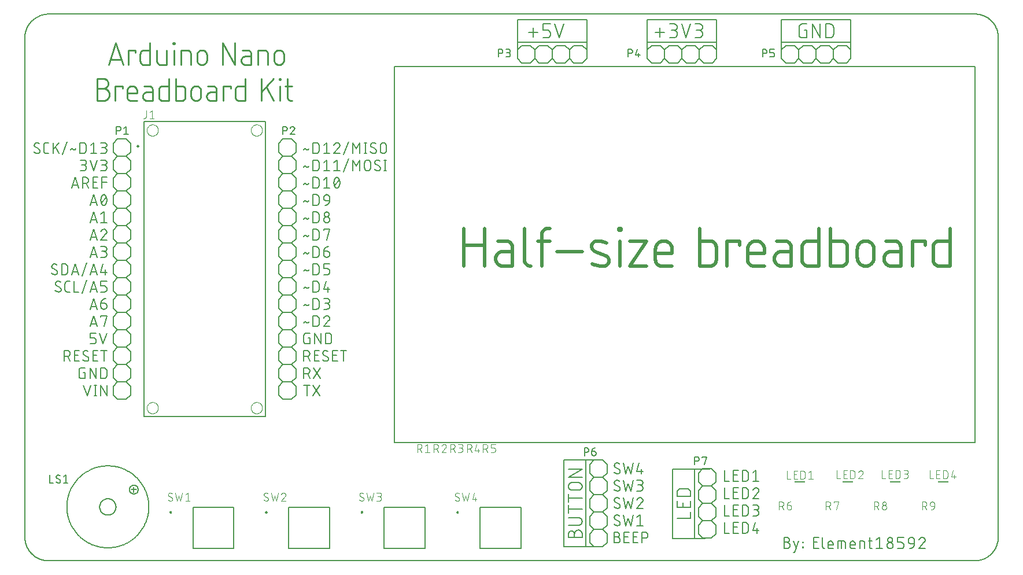
<source format=gto>
G75*
%MOIN*%
%OFA0B0*%
%FSLAX25Y25*%
%IPPOS*%
%LPD*%
%AMOC8*
5,1,8,0,0,1.08239X$1,22.5*
%
%ADD10C,0.00600*%
%ADD11C,0.01100*%
%ADD12C,0.00500*%
%ADD13C,0.01900*%
%ADD14C,0.00700*%
%ADD15C,0.00400*%
%ADD16R,0.06235X0.01056*%
%ADD17C,0.00787*%
%ADD18C,0.00000*%
D10*
X0021119Y0007483D02*
X0279165Y0007512D01*
X0555044Y0007512D01*
X0555371Y0007516D01*
X0555697Y0007528D01*
X0556023Y0007548D01*
X0556349Y0007575D01*
X0556674Y0007611D01*
X0556997Y0007654D01*
X0557320Y0007705D01*
X0557642Y0007764D01*
X0557961Y0007831D01*
X0558280Y0007905D01*
X0558596Y0007987D01*
X0558910Y0008077D01*
X0559222Y0008174D01*
X0559531Y0008278D01*
X0559838Y0008391D01*
X0560142Y0008510D01*
X0560443Y0008637D01*
X0560741Y0008771D01*
X0561036Y0008912D01*
X0561327Y0009061D01*
X0561614Y0009216D01*
X0561898Y0009378D01*
X0562178Y0009547D01*
X0562453Y0009723D01*
X0562724Y0009905D01*
X0562991Y0010094D01*
X0563253Y0010289D01*
X0563510Y0010491D01*
X0563762Y0010698D01*
X0564009Y0010912D01*
X0564251Y0011132D01*
X0564488Y0011357D01*
X0564719Y0011588D01*
X0564944Y0011825D01*
X0565164Y0012067D01*
X0565378Y0012314D01*
X0565585Y0012566D01*
X0565787Y0012823D01*
X0565982Y0013085D01*
X0566171Y0013352D01*
X0566353Y0013623D01*
X0566529Y0013898D01*
X0566698Y0014178D01*
X0566860Y0014462D01*
X0567015Y0014749D01*
X0567164Y0015040D01*
X0567305Y0015335D01*
X0567439Y0015633D01*
X0567566Y0015934D01*
X0567685Y0016238D01*
X0567798Y0016545D01*
X0567902Y0016854D01*
X0567999Y0017166D01*
X0568089Y0017480D01*
X0568171Y0017796D01*
X0568245Y0018115D01*
X0568312Y0018434D01*
X0568371Y0018756D01*
X0568422Y0019079D01*
X0568465Y0019402D01*
X0568501Y0019727D01*
X0568528Y0020053D01*
X0568548Y0020379D01*
X0568560Y0020705D01*
X0568564Y0021032D01*
X0568564Y0309091D01*
X0568565Y0309091D02*
X0568561Y0309415D01*
X0568549Y0309739D01*
X0568530Y0310063D01*
X0568502Y0310386D01*
X0568467Y0310708D01*
X0568424Y0311029D01*
X0568374Y0311349D01*
X0568315Y0311668D01*
X0568249Y0311986D01*
X0568175Y0312301D01*
X0568094Y0312615D01*
X0568005Y0312927D01*
X0567908Y0313236D01*
X0567805Y0313543D01*
X0567693Y0313848D01*
X0567575Y0314149D01*
X0567449Y0314448D01*
X0567316Y0314744D01*
X0567176Y0315036D01*
X0567029Y0315325D01*
X0566874Y0315610D01*
X0566713Y0315891D01*
X0566546Y0316169D01*
X0566371Y0316442D01*
X0566191Y0316711D01*
X0566003Y0316976D01*
X0565809Y0317235D01*
X0565610Y0317491D01*
X0565404Y0317741D01*
X0565192Y0317986D01*
X0564974Y0318226D01*
X0564750Y0318461D01*
X0564521Y0318690D01*
X0564286Y0318914D01*
X0564046Y0319132D01*
X0563801Y0319344D01*
X0563551Y0319550D01*
X0563295Y0319749D01*
X0563036Y0319943D01*
X0562771Y0320131D01*
X0562502Y0320311D01*
X0562229Y0320486D01*
X0561951Y0320653D01*
X0561670Y0320814D01*
X0561385Y0320969D01*
X0561096Y0321116D01*
X0560804Y0321256D01*
X0560508Y0321389D01*
X0560209Y0321515D01*
X0559908Y0321633D01*
X0559603Y0321745D01*
X0559296Y0321848D01*
X0558987Y0321945D01*
X0558675Y0322034D01*
X0558361Y0322115D01*
X0558046Y0322189D01*
X0557728Y0322255D01*
X0557409Y0322314D01*
X0557089Y0322364D01*
X0556768Y0322407D01*
X0556446Y0322442D01*
X0556123Y0322470D01*
X0555799Y0322489D01*
X0555475Y0322501D01*
X0555151Y0322505D01*
X0021123Y0322505D01*
X0020794Y0322501D01*
X0020465Y0322489D01*
X0020137Y0322469D01*
X0019809Y0322441D01*
X0019482Y0322406D01*
X0019156Y0322362D01*
X0018831Y0322311D01*
X0018508Y0322251D01*
X0018186Y0322184D01*
X0017865Y0322109D01*
X0017547Y0322027D01*
X0017231Y0321937D01*
X0016917Y0321839D01*
X0016605Y0321733D01*
X0016296Y0321620D01*
X0015990Y0321500D01*
X0015687Y0321372D01*
X0015387Y0321237D01*
X0015090Y0321095D01*
X0014797Y0320946D01*
X0014508Y0320789D01*
X0014222Y0320626D01*
X0013941Y0320456D01*
X0013663Y0320279D01*
X0013391Y0320095D01*
X0013122Y0319905D01*
X0012858Y0319709D01*
X0012599Y0319506D01*
X0012345Y0319297D01*
X0012097Y0319082D01*
X0011853Y0318861D01*
X0011615Y0318634D01*
X0011382Y0318401D01*
X0011155Y0318163D01*
X0010934Y0317919D01*
X0010719Y0317671D01*
X0010510Y0317417D01*
X0010307Y0317158D01*
X0010111Y0316894D01*
X0009921Y0316625D01*
X0009737Y0316353D01*
X0009560Y0316075D01*
X0009390Y0315794D01*
X0009227Y0315508D01*
X0009070Y0315219D01*
X0008921Y0314926D01*
X0008779Y0314629D01*
X0008644Y0314329D01*
X0008516Y0314026D01*
X0008396Y0313720D01*
X0008283Y0313411D01*
X0008177Y0313099D01*
X0008079Y0312785D01*
X0007989Y0312469D01*
X0007907Y0312151D01*
X0007832Y0311830D01*
X0007765Y0311508D01*
X0007705Y0311185D01*
X0007654Y0310860D01*
X0007610Y0310534D01*
X0007575Y0310207D01*
X0007547Y0309879D01*
X0007527Y0309551D01*
X0007515Y0309222D01*
X0007511Y0308893D01*
X0007512Y0308893D02*
X0007512Y0021090D01*
X0007516Y0020761D01*
X0007528Y0020433D01*
X0007548Y0020104D01*
X0007576Y0019777D01*
X0007611Y0019450D01*
X0007655Y0019124D01*
X0007706Y0018799D01*
X0007765Y0018476D01*
X0007833Y0018154D01*
X0007907Y0017834D01*
X0007990Y0017515D01*
X0008080Y0017199D01*
X0008178Y0016885D01*
X0008283Y0016574D01*
X0008396Y0016265D01*
X0008517Y0015959D01*
X0008644Y0015656D01*
X0008779Y0015356D01*
X0008921Y0015059D01*
X0009071Y0014767D01*
X0009227Y0014477D01*
X0009390Y0014192D01*
X0009560Y0013910D01*
X0009737Y0013633D01*
X0009921Y0013360D01*
X0010111Y0013092D01*
X0010307Y0012828D01*
X0010510Y0012569D01*
X0010719Y0012316D01*
X0010934Y0012067D01*
X0011155Y0011823D01*
X0011382Y0011585D01*
X0011614Y0011353D01*
X0011852Y0011126D01*
X0012096Y0010905D01*
X0012345Y0010690D01*
X0012598Y0010481D01*
X0012857Y0010278D01*
X0013121Y0010082D01*
X0013389Y0009892D01*
X0013662Y0009708D01*
X0013939Y0009531D01*
X0014221Y0009361D01*
X0014506Y0009198D01*
X0014796Y0009042D01*
X0015088Y0008892D01*
X0015385Y0008750D01*
X0015685Y0008615D01*
X0015988Y0008488D01*
X0016294Y0008367D01*
X0016603Y0008254D01*
X0016914Y0008149D01*
X0017228Y0008051D01*
X0017544Y0007961D01*
X0017863Y0007878D01*
X0018183Y0007804D01*
X0018505Y0007736D01*
X0018828Y0007677D01*
X0019153Y0007626D01*
X0019479Y0007582D01*
X0019806Y0007547D01*
X0020133Y0007519D01*
X0020462Y0007499D01*
X0020790Y0007487D01*
X0021119Y0007483D01*
X0050624Y0038573D02*
X0050626Y0038710D01*
X0050632Y0038846D01*
X0050642Y0038983D01*
X0050656Y0039119D01*
X0050674Y0039254D01*
X0050695Y0039389D01*
X0050721Y0039523D01*
X0050751Y0039657D01*
X0050784Y0039789D01*
X0050821Y0039921D01*
X0050863Y0040051D01*
X0050907Y0040180D01*
X0050956Y0040308D01*
X0051008Y0040435D01*
X0051064Y0040559D01*
X0051124Y0040682D01*
X0051187Y0040804D01*
X0051254Y0040923D01*
X0051324Y0041040D01*
X0051397Y0041156D01*
X0051474Y0041269D01*
X0051554Y0041380D01*
X0051637Y0041488D01*
X0051724Y0041594D01*
X0051813Y0041698D01*
X0051905Y0041798D01*
X0052001Y0041896D01*
X0052099Y0041992D01*
X0052199Y0042084D01*
X0052303Y0042173D01*
X0052409Y0042260D01*
X0052517Y0042343D01*
X0052628Y0042423D01*
X0052741Y0042500D01*
X0052857Y0042573D01*
X0052974Y0042643D01*
X0053093Y0042710D01*
X0053215Y0042773D01*
X0053338Y0042833D01*
X0053462Y0042889D01*
X0053589Y0042941D01*
X0053717Y0042990D01*
X0053846Y0043034D01*
X0053976Y0043076D01*
X0054108Y0043113D01*
X0054240Y0043146D01*
X0054374Y0043176D01*
X0054508Y0043202D01*
X0054643Y0043223D01*
X0054778Y0043241D01*
X0054914Y0043255D01*
X0055051Y0043265D01*
X0055187Y0043271D01*
X0055324Y0043273D01*
X0055461Y0043271D01*
X0055597Y0043265D01*
X0055734Y0043255D01*
X0055870Y0043241D01*
X0056005Y0043223D01*
X0056140Y0043202D01*
X0056274Y0043176D01*
X0056408Y0043146D01*
X0056540Y0043113D01*
X0056672Y0043076D01*
X0056802Y0043034D01*
X0056931Y0042990D01*
X0057059Y0042941D01*
X0057186Y0042889D01*
X0057310Y0042833D01*
X0057433Y0042773D01*
X0057555Y0042710D01*
X0057674Y0042643D01*
X0057791Y0042573D01*
X0057907Y0042500D01*
X0058020Y0042423D01*
X0058131Y0042343D01*
X0058239Y0042260D01*
X0058345Y0042173D01*
X0058449Y0042084D01*
X0058549Y0041992D01*
X0058647Y0041896D01*
X0058743Y0041798D01*
X0058835Y0041698D01*
X0058924Y0041594D01*
X0059011Y0041488D01*
X0059094Y0041380D01*
X0059174Y0041269D01*
X0059251Y0041156D01*
X0059324Y0041040D01*
X0059394Y0040923D01*
X0059461Y0040804D01*
X0059524Y0040682D01*
X0059584Y0040559D01*
X0059640Y0040435D01*
X0059692Y0040308D01*
X0059741Y0040180D01*
X0059785Y0040051D01*
X0059827Y0039921D01*
X0059864Y0039789D01*
X0059897Y0039657D01*
X0059927Y0039523D01*
X0059953Y0039389D01*
X0059974Y0039254D01*
X0059992Y0039119D01*
X0060006Y0038983D01*
X0060016Y0038846D01*
X0060022Y0038710D01*
X0060024Y0038573D01*
X0060022Y0038436D01*
X0060016Y0038300D01*
X0060006Y0038163D01*
X0059992Y0038027D01*
X0059974Y0037892D01*
X0059953Y0037757D01*
X0059927Y0037623D01*
X0059897Y0037489D01*
X0059864Y0037357D01*
X0059827Y0037225D01*
X0059785Y0037095D01*
X0059741Y0036966D01*
X0059692Y0036838D01*
X0059640Y0036711D01*
X0059584Y0036587D01*
X0059524Y0036464D01*
X0059461Y0036342D01*
X0059394Y0036223D01*
X0059324Y0036106D01*
X0059251Y0035990D01*
X0059174Y0035877D01*
X0059094Y0035766D01*
X0059011Y0035658D01*
X0058924Y0035552D01*
X0058835Y0035448D01*
X0058743Y0035348D01*
X0058647Y0035250D01*
X0058549Y0035154D01*
X0058449Y0035062D01*
X0058345Y0034973D01*
X0058239Y0034886D01*
X0058131Y0034803D01*
X0058020Y0034723D01*
X0057907Y0034646D01*
X0057791Y0034573D01*
X0057674Y0034503D01*
X0057555Y0034436D01*
X0057433Y0034373D01*
X0057310Y0034313D01*
X0057186Y0034257D01*
X0057059Y0034205D01*
X0056931Y0034156D01*
X0056802Y0034112D01*
X0056672Y0034070D01*
X0056540Y0034033D01*
X0056408Y0034000D01*
X0056274Y0033970D01*
X0056140Y0033944D01*
X0056005Y0033923D01*
X0055870Y0033905D01*
X0055734Y0033891D01*
X0055597Y0033881D01*
X0055461Y0033875D01*
X0055324Y0033873D01*
X0055187Y0033875D01*
X0055051Y0033881D01*
X0054914Y0033891D01*
X0054778Y0033905D01*
X0054643Y0033923D01*
X0054508Y0033944D01*
X0054374Y0033970D01*
X0054240Y0034000D01*
X0054108Y0034033D01*
X0053976Y0034070D01*
X0053846Y0034112D01*
X0053717Y0034156D01*
X0053589Y0034205D01*
X0053462Y0034257D01*
X0053338Y0034313D01*
X0053215Y0034373D01*
X0053093Y0034436D01*
X0052974Y0034503D01*
X0052857Y0034573D01*
X0052741Y0034646D01*
X0052628Y0034723D01*
X0052517Y0034803D01*
X0052409Y0034886D01*
X0052303Y0034973D01*
X0052199Y0035062D01*
X0052099Y0035154D01*
X0052001Y0035250D01*
X0051905Y0035348D01*
X0051813Y0035448D01*
X0051724Y0035552D01*
X0051637Y0035658D01*
X0051554Y0035766D01*
X0051474Y0035877D01*
X0051397Y0035990D01*
X0051324Y0036106D01*
X0051254Y0036223D01*
X0051187Y0036342D01*
X0051124Y0036464D01*
X0051064Y0036587D01*
X0051008Y0036711D01*
X0050956Y0036838D01*
X0050907Y0036966D01*
X0050863Y0037095D01*
X0050821Y0037225D01*
X0050784Y0037357D01*
X0050751Y0037489D01*
X0050721Y0037623D01*
X0050695Y0037757D01*
X0050674Y0037892D01*
X0050656Y0038027D01*
X0050642Y0038163D01*
X0050632Y0038300D01*
X0050626Y0038436D01*
X0050624Y0038573D01*
X0031724Y0038573D02*
X0031731Y0039152D01*
X0031752Y0039731D01*
X0031788Y0040309D01*
X0031838Y0040886D01*
X0031901Y0041462D01*
X0031979Y0042036D01*
X0032071Y0042608D01*
X0032177Y0043177D01*
X0032297Y0043744D01*
X0032431Y0044307D01*
X0032579Y0044867D01*
X0032740Y0045424D01*
X0032915Y0045976D01*
X0033104Y0046524D01*
X0033305Y0047067D01*
X0033520Y0047604D01*
X0033749Y0048137D01*
X0033990Y0048663D01*
X0034244Y0049184D01*
X0034511Y0049698D01*
X0034790Y0050205D01*
X0035082Y0050706D01*
X0035385Y0051199D01*
X0035701Y0051684D01*
X0036029Y0052162D01*
X0036368Y0052632D01*
X0036719Y0053092D01*
X0037081Y0053545D01*
X0037454Y0053988D01*
X0037838Y0054422D01*
X0038232Y0054846D01*
X0038636Y0055261D01*
X0039051Y0055665D01*
X0039475Y0056059D01*
X0039909Y0056443D01*
X0040352Y0056816D01*
X0040805Y0057178D01*
X0041265Y0057529D01*
X0041735Y0057868D01*
X0042213Y0058196D01*
X0042698Y0058512D01*
X0043191Y0058815D01*
X0043692Y0059107D01*
X0044199Y0059386D01*
X0044713Y0059653D01*
X0045234Y0059907D01*
X0045760Y0060148D01*
X0046293Y0060377D01*
X0046830Y0060592D01*
X0047373Y0060793D01*
X0047921Y0060982D01*
X0048473Y0061157D01*
X0049030Y0061318D01*
X0049590Y0061466D01*
X0050153Y0061600D01*
X0050720Y0061720D01*
X0051289Y0061826D01*
X0051861Y0061918D01*
X0052435Y0061996D01*
X0053011Y0062059D01*
X0053588Y0062109D01*
X0054166Y0062145D01*
X0054745Y0062166D01*
X0055324Y0062173D01*
X0055903Y0062166D01*
X0056482Y0062145D01*
X0057060Y0062109D01*
X0057637Y0062059D01*
X0058213Y0061996D01*
X0058787Y0061918D01*
X0059359Y0061826D01*
X0059928Y0061720D01*
X0060495Y0061600D01*
X0061058Y0061466D01*
X0061618Y0061318D01*
X0062175Y0061157D01*
X0062727Y0060982D01*
X0063275Y0060793D01*
X0063818Y0060592D01*
X0064355Y0060377D01*
X0064888Y0060148D01*
X0065414Y0059907D01*
X0065935Y0059653D01*
X0066449Y0059386D01*
X0066956Y0059107D01*
X0067457Y0058815D01*
X0067950Y0058512D01*
X0068435Y0058196D01*
X0068913Y0057868D01*
X0069383Y0057529D01*
X0069843Y0057178D01*
X0070296Y0056816D01*
X0070739Y0056443D01*
X0071173Y0056059D01*
X0071597Y0055665D01*
X0072012Y0055261D01*
X0072416Y0054846D01*
X0072810Y0054422D01*
X0073194Y0053988D01*
X0073567Y0053545D01*
X0073929Y0053092D01*
X0074280Y0052632D01*
X0074619Y0052162D01*
X0074947Y0051684D01*
X0075263Y0051199D01*
X0075566Y0050706D01*
X0075858Y0050205D01*
X0076137Y0049698D01*
X0076404Y0049184D01*
X0076658Y0048663D01*
X0076899Y0048137D01*
X0077128Y0047604D01*
X0077343Y0047067D01*
X0077544Y0046524D01*
X0077733Y0045976D01*
X0077908Y0045424D01*
X0078069Y0044867D01*
X0078217Y0044307D01*
X0078351Y0043744D01*
X0078471Y0043177D01*
X0078577Y0042608D01*
X0078669Y0042036D01*
X0078747Y0041462D01*
X0078810Y0040886D01*
X0078860Y0040309D01*
X0078896Y0039731D01*
X0078917Y0039152D01*
X0078924Y0038573D01*
X0078917Y0037994D01*
X0078896Y0037415D01*
X0078860Y0036837D01*
X0078810Y0036260D01*
X0078747Y0035684D01*
X0078669Y0035110D01*
X0078577Y0034538D01*
X0078471Y0033969D01*
X0078351Y0033402D01*
X0078217Y0032839D01*
X0078069Y0032279D01*
X0077908Y0031722D01*
X0077733Y0031170D01*
X0077544Y0030622D01*
X0077343Y0030079D01*
X0077128Y0029542D01*
X0076899Y0029009D01*
X0076658Y0028483D01*
X0076404Y0027962D01*
X0076137Y0027448D01*
X0075858Y0026941D01*
X0075566Y0026440D01*
X0075263Y0025947D01*
X0074947Y0025462D01*
X0074619Y0024984D01*
X0074280Y0024514D01*
X0073929Y0024054D01*
X0073567Y0023601D01*
X0073194Y0023158D01*
X0072810Y0022724D01*
X0072416Y0022300D01*
X0072012Y0021885D01*
X0071597Y0021481D01*
X0071173Y0021087D01*
X0070739Y0020703D01*
X0070296Y0020330D01*
X0069843Y0019968D01*
X0069383Y0019617D01*
X0068913Y0019278D01*
X0068435Y0018950D01*
X0067950Y0018634D01*
X0067457Y0018331D01*
X0066956Y0018039D01*
X0066449Y0017760D01*
X0065935Y0017493D01*
X0065414Y0017239D01*
X0064888Y0016998D01*
X0064355Y0016769D01*
X0063818Y0016554D01*
X0063275Y0016353D01*
X0062727Y0016164D01*
X0062175Y0015989D01*
X0061618Y0015828D01*
X0061058Y0015680D01*
X0060495Y0015546D01*
X0059928Y0015426D01*
X0059359Y0015320D01*
X0058787Y0015228D01*
X0058213Y0015150D01*
X0057637Y0015087D01*
X0057060Y0015037D01*
X0056482Y0015001D01*
X0055903Y0014980D01*
X0055324Y0014973D01*
X0054745Y0014980D01*
X0054166Y0015001D01*
X0053588Y0015037D01*
X0053011Y0015087D01*
X0052435Y0015150D01*
X0051861Y0015228D01*
X0051289Y0015320D01*
X0050720Y0015426D01*
X0050153Y0015546D01*
X0049590Y0015680D01*
X0049030Y0015828D01*
X0048473Y0015989D01*
X0047921Y0016164D01*
X0047373Y0016353D01*
X0046830Y0016554D01*
X0046293Y0016769D01*
X0045760Y0016998D01*
X0045234Y0017239D01*
X0044713Y0017493D01*
X0044199Y0017760D01*
X0043692Y0018039D01*
X0043191Y0018331D01*
X0042698Y0018634D01*
X0042213Y0018950D01*
X0041735Y0019278D01*
X0041265Y0019617D01*
X0040805Y0019968D01*
X0040352Y0020330D01*
X0039909Y0020703D01*
X0039475Y0021087D01*
X0039051Y0021481D01*
X0038636Y0021885D01*
X0038232Y0022300D01*
X0037838Y0022724D01*
X0037454Y0023158D01*
X0037081Y0023601D01*
X0036719Y0024054D01*
X0036368Y0024514D01*
X0036029Y0024984D01*
X0035701Y0025462D01*
X0035385Y0025947D01*
X0035082Y0026440D01*
X0034790Y0026941D01*
X0034511Y0027448D01*
X0034244Y0027962D01*
X0033990Y0028483D01*
X0033749Y0029009D01*
X0033520Y0029542D01*
X0033305Y0030079D01*
X0033104Y0030622D01*
X0032915Y0031170D01*
X0032740Y0031722D01*
X0032579Y0032279D01*
X0032431Y0032839D01*
X0032297Y0033402D01*
X0032177Y0033969D01*
X0032071Y0034538D01*
X0031979Y0035110D01*
X0031901Y0035684D01*
X0031838Y0036260D01*
X0031788Y0036837D01*
X0031752Y0037415D01*
X0031731Y0037994D01*
X0031724Y0038573D01*
X0068824Y0048573D02*
X0071824Y0048573D01*
X0067824Y0048573D02*
X0067826Y0048672D01*
X0067832Y0048772D01*
X0067842Y0048871D01*
X0067856Y0048969D01*
X0067873Y0049067D01*
X0067895Y0049164D01*
X0067920Y0049260D01*
X0067949Y0049355D01*
X0067982Y0049449D01*
X0068019Y0049541D01*
X0068059Y0049632D01*
X0068103Y0049721D01*
X0068151Y0049809D01*
X0068202Y0049894D01*
X0068256Y0049977D01*
X0068313Y0050059D01*
X0068374Y0050137D01*
X0068438Y0050214D01*
X0068504Y0050287D01*
X0068574Y0050358D01*
X0068646Y0050426D01*
X0068721Y0050492D01*
X0068799Y0050554D01*
X0068879Y0050613D01*
X0068961Y0050669D01*
X0069045Y0050721D01*
X0069132Y0050770D01*
X0069220Y0050816D01*
X0069310Y0050858D01*
X0069402Y0050897D01*
X0069495Y0050932D01*
X0069589Y0050963D01*
X0069685Y0050990D01*
X0069782Y0051013D01*
X0069879Y0051033D01*
X0069977Y0051049D01*
X0070076Y0051061D01*
X0070175Y0051069D01*
X0070274Y0051073D01*
X0070374Y0051073D01*
X0070473Y0051069D01*
X0070572Y0051061D01*
X0070671Y0051049D01*
X0070769Y0051033D01*
X0070866Y0051013D01*
X0070963Y0050990D01*
X0071059Y0050963D01*
X0071153Y0050932D01*
X0071246Y0050897D01*
X0071338Y0050858D01*
X0071428Y0050816D01*
X0071516Y0050770D01*
X0071603Y0050721D01*
X0071687Y0050669D01*
X0071769Y0050613D01*
X0071849Y0050554D01*
X0071927Y0050492D01*
X0072002Y0050426D01*
X0072074Y0050358D01*
X0072144Y0050287D01*
X0072210Y0050214D01*
X0072274Y0050137D01*
X0072335Y0050059D01*
X0072392Y0049977D01*
X0072446Y0049894D01*
X0072497Y0049809D01*
X0072545Y0049721D01*
X0072589Y0049632D01*
X0072629Y0049541D01*
X0072666Y0049449D01*
X0072699Y0049355D01*
X0072728Y0049260D01*
X0072753Y0049164D01*
X0072775Y0049067D01*
X0072792Y0048969D01*
X0072806Y0048871D01*
X0072816Y0048772D01*
X0072822Y0048672D01*
X0072824Y0048573D01*
X0072822Y0048474D01*
X0072816Y0048374D01*
X0072806Y0048275D01*
X0072792Y0048177D01*
X0072775Y0048079D01*
X0072753Y0047982D01*
X0072728Y0047886D01*
X0072699Y0047791D01*
X0072666Y0047697D01*
X0072629Y0047605D01*
X0072589Y0047514D01*
X0072545Y0047425D01*
X0072497Y0047337D01*
X0072446Y0047252D01*
X0072392Y0047169D01*
X0072335Y0047087D01*
X0072274Y0047009D01*
X0072210Y0046932D01*
X0072144Y0046859D01*
X0072074Y0046788D01*
X0072002Y0046720D01*
X0071927Y0046654D01*
X0071849Y0046592D01*
X0071769Y0046533D01*
X0071687Y0046477D01*
X0071603Y0046425D01*
X0071516Y0046376D01*
X0071428Y0046330D01*
X0071338Y0046288D01*
X0071246Y0046249D01*
X0071153Y0046214D01*
X0071059Y0046183D01*
X0070963Y0046156D01*
X0070866Y0046133D01*
X0070769Y0046113D01*
X0070671Y0046097D01*
X0070572Y0046085D01*
X0070473Y0046077D01*
X0070374Y0046073D01*
X0070274Y0046073D01*
X0070175Y0046077D01*
X0070076Y0046085D01*
X0069977Y0046097D01*
X0069879Y0046113D01*
X0069782Y0046133D01*
X0069685Y0046156D01*
X0069589Y0046183D01*
X0069495Y0046214D01*
X0069402Y0046249D01*
X0069310Y0046288D01*
X0069220Y0046330D01*
X0069132Y0046376D01*
X0069045Y0046425D01*
X0068961Y0046477D01*
X0068879Y0046533D01*
X0068799Y0046592D01*
X0068721Y0046654D01*
X0068646Y0046720D01*
X0068574Y0046788D01*
X0068504Y0046859D01*
X0068438Y0046932D01*
X0068374Y0047009D01*
X0068313Y0047087D01*
X0068256Y0047169D01*
X0068202Y0047252D01*
X0068151Y0047337D01*
X0068103Y0047425D01*
X0068059Y0047514D01*
X0068019Y0047605D01*
X0067982Y0047697D01*
X0067949Y0047791D01*
X0067920Y0047886D01*
X0067895Y0047982D01*
X0067873Y0048079D01*
X0067856Y0048177D01*
X0067842Y0048275D01*
X0067832Y0048374D01*
X0067826Y0048474D01*
X0067824Y0048573D01*
X0070324Y0047073D02*
X0070324Y0050073D01*
X0065835Y0100580D02*
X0060835Y0100580D01*
X0058335Y0103080D01*
X0058335Y0108080D01*
X0060835Y0110580D01*
X0058335Y0113080D01*
X0058335Y0118080D01*
X0060835Y0120580D01*
X0065835Y0120580D01*
X0068335Y0118080D01*
X0068335Y0113080D01*
X0065835Y0110580D01*
X0068335Y0108080D01*
X0068335Y0103080D01*
X0065835Y0100580D01*
X0065835Y0110580D02*
X0060835Y0110580D01*
X0060835Y0120580D02*
X0058335Y0123080D01*
X0058335Y0128080D01*
X0060835Y0130580D01*
X0058335Y0133080D01*
X0058335Y0138080D01*
X0060835Y0140580D01*
X0058335Y0143080D01*
X0058335Y0148080D01*
X0060835Y0150580D01*
X0065835Y0150580D01*
X0068335Y0148080D01*
X0068335Y0143080D01*
X0065835Y0140580D01*
X0068335Y0138080D01*
X0068335Y0133080D01*
X0065835Y0130580D01*
X0068335Y0128080D01*
X0068335Y0123080D01*
X0065835Y0120580D01*
X0065835Y0130580D02*
X0060835Y0130580D01*
X0060835Y0140580D02*
X0065835Y0140580D01*
X0065835Y0150580D02*
X0068335Y0153080D01*
X0068335Y0158080D01*
X0065835Y0160580D01*
X0068335Y0163080D01*
X0068335Y0168080D01*
X0065835Y0170580D01*
X0068335Y0173080D01*
X0068335Y0178080D01*
X0065835Y0180580D01*
X0060835Y0180580D01*
X0058335Y0178080D01*
X0058335Y0173080D01*
X0060835Y0170580D01*
X0065835Y0170580D01*
X0060835Y0170580D02*
X0058335Y0168080D01*
X0058335Y0163080D01*
X0060835Y0160580D01*
X0065835Y0160580D01*
X0060835Y0160580D02*
X0058335Y0158080D01*
X0058335Y0153080D01*
X0060835Y0150580D01*
X0060835Y0180580D02*
X0058335Y0183080D01*
X0058335Y0188080D01*
X0060835Y0190580D01*
X0058335Y0193080D01*
X0058335Y0198080D01*
X0060835Y0200580D01*
X0058335Y0203080D01*
X0058335Y0208080D01*
X0060835Y0210580D01*
X0065835Y0210580D01*
X0068335Y0208080D01*
X0068335Y0203080D01*
X0065835Y0200580D01*
X0068335Y0198080D01*
X0068335Y0193080D01*
X0065835Y0190580D01*
X0068335Y0188080D01*
X0068335Y0183080D01*
X0065835Y0180580D01*
X0065835Y0190580D02*
X0060835Y0190580D01*
X0060835Y0200580D02*
X0065835Y0200580D01*
X0065835Y0210580D02*
X0068335Y0213080D01*
X0068335Y0218080D01*
X0065835Y0220580D01*
X0068335Y0223080D01*
X0068335Y0228080D01*
X0065835Y0230580D01*
X0068335Y0233080D01*
X0068335Y0238080D01*
X0065835Y0240580D01*
X0068335Y0243080D01*
X0068335Y0248080D01*
X0065835Y0250580D01*
X0060835Y0250580D01*
X0058335Y0248080D01*
X0058335Y0243080D01*
X0060835Y0240580D01*
X0065835Y0240580D01*
X0060835Y0240580D02*
X0058335Y0238080D01*
X0058335Y0233080D01*
X0060835Y0230580D01*
X0065835Y0230580D01*
X0060835Y0230580D02*
X0058335Y0228080D01*
X0058335Y0223080D01*
X0060835Y0220580D01*
X0065835Y0220580D01*
X0060835Y0220580D02*
X0058335Y0218080D01*
X0058335Y0213080D01*
X0060835Y0210580D01*
X0153738Y0208080D02*
X0153738Y0203080D01*
X0156238Y0200580D01*
X0161238Y0200580D01*
X0163738Y0203080D01*
X0163738Y0208080D01*
X0161238Y0210580D01*
X0156238Y0210580D01*
X0153738Y0208080D01*
X0156238Y0210580D02*
X0153738Y0213080D01*
X0153738Y0218080D01*
X0156238Y0220580D01*
X0153738Y0223080D01*
X0153738Y0228080D01*
X0156238Y0230580D01*
X0153738Y0233080D01*
X0153738Y0238080D01*
X0156238Y0240580D01*
X0153738Y0243080D01*
X0153738Y0248080D01*
X0156238Y0250580D01*
X0161238Y0250580D01*
X0163738Y0248080D01*
X0163738Y0243080D01*
X0161238Y0240580D01*
X0163738Y0238080D01*
X0163738Y0233080D01*
X0161238Y0230580D01*
X0163738Y0228080D01*
X0163738Y0223080D01*
X0161238Y0220580D01*
X0163738Y0218080D01*
X0163738Y0213080D01*
X0161238Y0210580D01*
X0161238Y0220580D02*
X0156238Y0220580D01*
X0156238Y0230580D02*
X0161238Y0230580D01*
X0161238Y0240580D02*
X0156238Y0240580D01*
X0156238Y0200580D02*
X0153738Y0198080D01*
X0153738Y0193080D01*
X0156238Y0190580D01*
X0161238Y0190580D01*
X0163738Y0193080D01*
X0163738Y0198080D01*
X0161238Y0200580D01*
X0161238Y0190580D02*
X0163738Y0188080D01*
X0163738Y0183080D01*
X0161238Y0180580D01*
X0163738Y0178080D01*
X0163738Y0173080D01*
X0161238Y0170580D01*
X0163738Y0168080D01*
X0163738Y0163080D01*
X0161238Y0160580D01*
X0163738Y0158080D01*
X0163738Y0153080D01*
X0161238Y0150580D01*
X0163738Y0148080D01*
X0163738Y0143080D01*
X0161238Y0140580D01*
X0163738Y0138080D01*
X0163738Y0133080D01*
X0161238Y0130580D01*
X0163738Y0128080D01*
X0163738Y0123080D01*
X0161238Y0120580D01*
X0163738Y0118080D01*
X0163738Y0113080D01*
X0161238Y0110580D01*
X0163738Y0108080D01*
X0163738Y0103080D01*
X0161238Y0100580D01*
X0156238Y0100580D01*
X0153738Y0103080D01*
X0153738Y0108080D01*
X0156238Y0110580D01*
X0153738Y0113080D01*
X0153738Y0118080D01*
X0156238Y0120580D01*
X0161238Y0120580D01*
X0156238Y0120580D02*
X0153738Y0123080D01*
X0153738Y0128080D01*
X0156238Y0130580D01*
X0153738Y0133080D01*
X0153738Y0138080D01*
X0156238Y0140580D01*
X0153738Y0143080D01*
X0153738Y0148080D01*
X0156238Y0150580D01*
X0161238Y0150580D01*
X0156238Y0150580D02*
X0153738Y0153080D01*
X0153738Y0158080D01*
X0156238Y0160580D01*
X0153738Y0163080D01*
X0153738Y0168080D01*
X0156238Y0170580D01*
X0153738Y0173080D01*
X0153738Y0178080D01*
X0156238Y0180580D01*
X0161238Y0180580D01*
X0156238Y0180580D02*
X0153738Y0183080D01*
X0153738Y0188080D01*
X0156238Y0190580D01*
X0156238Y0170580D02*
X0161238Y0170580D01*
X0161238Y0160580D02*
X0156238Y0160580D01*
X0156238Y0140580D02*
X0161238Y0140580D01*
X0161238Y0130580D02*
X0156238Y0130580D01*
X0156238Y0110580D02*
X0161238Y0110580D01*
X0220362Y0075719D02*
X0220362Y0292254D01*
X0555007Y0292254D01*
X0555007Y0075719D01*
X0220362Y0075719D01*
X0318129Y0065549D02*
X0318129Y0015512D01*
X0331532Y0015512D01*
X0330997Y0015513D02*
X0330997Y0065549D01*
X0318129Y0065549D01*
X0330997Y0065549D02*
X0339363Y0065549D01*
X0340537Y0065526D02*
X0335537Y0065526D01*
X0333037Y0063026D01*
X0333037Y0058026D01*
X0335537Y0055526D01*
X0340537Y0055526D01*
X0343037Y0058026D01*
X0343037Y0063026D01*
X0340537Y0065526D01*
X0340537Y0055526D02*
X0343037Y0053026D01*
X0343037Y0048026D01*
X0340537Y0045526D01*
X0343037Y0043026D01*
X0343037Y0038026D01*
X0340537Y0035526D01*
X0343037Y0033026D01*
X0343037Y0028026D01*
X0340537Y0025526D01*
X0343037Y0023026D01*
X0343037Y0018026D01*
X0340537Y0015526D01*
X0335537Y0015526D01*
X0333037Y0018026D01*
X0333037Y0023026D01*
X0335537Y0025526D01*
X0333037Y0028026D01*
X0333037Y0033026D01*
X0335537Y0035526D01*
X0340537Y0035526D01*
X0335537Y0035526D02*
X0333037Y0038026D01*
X0333037Y0043026D01*
X0335537Y0045526D01*
X0333037Y0048026D01*
X0333037Y0053026D01*
X0335537Y0055526D01*
X0335537Y0045526D02*
X0340537Y0045526D01*
X0340537Y0025526D02*
X0335537Y0025526D01*
X0336842Y0015513D02*
X0330997Y0015513D01*
X0380796Y0020411D02*
X0394199Y0020411D01*
X0393664Y0020412D02*
X0393664Y0060416D01*
X0380796Y0060416D01*
X0380796Y0020411D01*
X0393664Y0020412D02*
X0399509Y0020412D01*
X0398181Y0020507D02*
X0395681Y0023007D01*
X0395681Y0028007D01*
X0398181Y0030507D01*
X0395681Y0033007D01*
X0395681Y0038007D01*
X0398181Y0040507D01*
X0403181Y0040507D01*
X0405681Y0038007D01*
X0405681Y0033007D01*
X0403181Y0030507D01*
X0405681Y0028007D01*
X0405681Y0023007D01*
X0403181Y0020507D01*
X0398181Y0020507D01*
X0398181Y0030507D02*
X0403181Y0030507D01*
X0403181Y0040507D02*
X0405681Y0043007D01*
X0405681Y0048007D01*
X0403181Y0050507D01*
X0405681Y0053007D01*
X0405681Y0058007D01*
X0403181Y0060507D01*
X0398181Y0060507D01*
X0395681Y0058007D01*
X0395681Y0053007D01*
X0398181Y0050507D01*
X0403181Y0050507D01*
X0398181Y0050507D02*
X0395681Y0048007D01*
X0395681Y0043007D01*
X0398181Y0040507D01*
X0402030Y0060416D02*
X0393664Y0060416D01*
X0445006Y0020989D02*
X0446783Y0020989D01*
X0446857Y0020987D01*
X0446932Y0020981D01*
X0447005Y0020971D01*
X0447079Y0020958D01*
X0447151Y0020941D01*
X0447222Y0020919D01*
X0447293Y0020895D01*
X0447361Y0020866D01*
X0447429Y0020834D01*
X0447494Y0020798D01*
X0447557Y0020760D01*
X0447619Y0020717D01*
X0447678Y0020672D01*
X0447735Y0020624D01*
X0447789Y0020573D01*
X0447840Y0020519D01*
X0447888Y0020462D01*
X0447933Y0020403D01*
X0447976Y0020341D01*
X0448014Y0020278D01*
X0448050Y0020213D01*
X0448082Y0020145D01*
X0448111Y0020077D01*
X0448135Y0020006D01*
X0448157Y0019935D01*
X0448174Y0019863D01*
X0448187Y0019789D01*
X0448197Y0019716D01*
X0448203Y0019641D01*
X0448205Y0019567D01*
X0448203Y0019493D01*
X0448197Y0019418D01*
X0448187Y0019345D01*
X0448174Y0019271D01*
X0448157Y0019199D01*
X0448135Y0019128D01*
X0448111Y0019057D01*
X0448082Y0018989D01*
X0448050Y0018921D01*
X0448014Y0018856D01*
X0447976Y0018793D01*
X0447933Y0018731D01*
X0447888Y0018672D01*
X0447840Y0018615D01*
X0447789Y0018561D01*
X0447735Y0018510D01*
X0447678Y0018462D01*
X0447619Y0018417D01*
X0447557Y0018374D01*
X0447494Y0018336D01*
X0447429Y0018300D01*
X0447361Y0018268D01*
X0447293Y0018239D01*
X0447222Y0018215D01*
X0447151Y0018193D01*
X0447079Y0018176D01*
X0447005Y0018163D01*
X0446932Y0018153D01*
X0446857Y0018147D01*
X0446783Y0018145D01*
X0445006Y0018145D01*
X0446783Y0018145D02*
X0446866Y0018143D01*
X0446949Y0018137D01*
X0447032Y0018127D01*
X0447115Y0018114D01*
X0447196Y0018096D01*
X0447277Y0018075D01*
X0447356Y0018050D01*
X0447434Y0018021D01*
X0447511Y0017989D01*
X0447586Y0017953D01*
X0447660Y0017914D01*
X0447731Y0017871D01*
X0447801Y0017825D01*
X0447868Y0017775D01*
X0447933Y0017723D01*
X0447995Y0017668D01*
X0448055Y0017609D01*
X0448112Y0017548D01*
X0448166Y0017485D01*
X0448217Y0017419D01*
X0448264Y0017350D01*
X0448309Y0017280D01*
X0448350Y0017207D01*
X0448387Y0017133D01*
X0448422Y0017057D01*
X0448452Y0016979D01*
X0448479Y0016901D01*
X0448502Y0016820D01*
X0448522Y0016739D01*
X0448537Y0016657D01*
X0448549Y0016575D01*
X0448557Y0016492D01*
X0448561Y0016409D01*
X0448561Y0016325D01*
X0448557Y0016242D01*
X0448549Y0016159D01*
X0448537Y0016077D01*
X0448522Y0015995D01*
X0448502Y0015914D01*
X0448479Y0015833D01*
X0448452Y0015755D01*
X0448422Y0015677D01*
X0448387Y0015601D01*
X0448350Y0015527D01*
X0448309Y0015454D01*
X0448264Y0015384D01*
X0448217Y0015315D01*
X0448166Y0015249D01*
X0448112Y0015186D01*
X0448055Y0015125D01*
X0447995Y0015066D01*
X0447933Y0015011D01*
X0447868Y0014959D01*
X0447801Y0014909D01*
X0447731Y0014863D01*
X0447660Y0014820D01*
X0447586Y0014781D01*
X0447511Y0014745D01*
X0447434Y0014713D01*
X0447356Y0014684D01*
X0447277Y0014659D01*
X0447196Y0014638D01*
X0447115Y0014620D01*
X0447032Y0014607D01*
X0446949Y0014597D01*
X0446866Y0014591D01*
X0446783Y0014589D01*
X0445006Y0014589D01*
X0445006Y0020989D01*
X0450612Y0018856D02*
X0452034Y0014589D01*
X0451323Y0012456D02*
X0453456Y0018856D01*
X0455754Y0018322D02*
X0456109Y0018322D01*
X0456109Y0017967D01*
X0455754Y0017967D01*
X0455754Y0018322D01*
X0455754Y0015478D02*
X0456109Y0015478D01*
X0456109Y0015122D01*
X0455754Y0015122D01*
X0455754Y0015478D01*
X0451323Y0012456D02*
X0450612Y0012456D01*
X0462166Y0014589D02*
X0462166Y0020989D01*
X0465010Y0020989D01*
X0467321Y0020989D02*
X0467321Y0015656D01*
X0467320Y0015656D02*
X0467322Y0015592D01*
X0467328Y0015527D01*
X0467337Y0015464D01*
X0467351Y0015401D01*
X0467368Y0015339D01*
X0467389Y0015278D01*
X0467414Y0015218D01*
X0467442Y0015160D01*
X0467474Y0015104D01*
X0467509Y0015050D01*
X0467547Y0014998D01*
X0467588Y0014948D01*
X0467633Y0014902D01*
X0467679Y0014857D01*
X0467729Y0014816D01*
X0467781Y0014778D01*
X0467835Y0014743D01*
X0467891Y0014711D01*
X0467949Y0014683D01*
X0468009Y0014658D01*
X0468070Y0014637D01*
X0468132Y0014620D01*
X0468195Y0014606D01*
X0468258Y0014597D01*
X0468323Y0014591D01*
X0468387Y0014589D01*
X0470510Y0015656D02*
X0470510Y0017433D01*
X0470510Y0016722D02*
X0473354Y0016722D01*
X0473354Y0017433D01*
X0473352Y0017507D01*
X0473346Y0017582D01*
X0473336Y0017655D01*
X0473323Y0017729D01*
X0473306Y0017801D01*
X0473284Y0017872D01*
X0473260Y0017943D01*
X0473231Y0018011D01*
X0473199Y0018079D01*
X0473163Y0018144D01*
X0473125Y0018207D01*
X0473082Y0018269D01*
X0473037Y0018328D01*
X0472989Y0018385D01*
X0472938Y0018439D01*
X0472884Y0018490D01*
X0472827Y0018538D01*
X0472768Y0018583D01*
X0472706Y0018626D01*
X0472643Y0018664D01*
X0472578Y0018700D01*
X0472510Y0018732D01*
X0472442Y0018761D01*
X0472371Y0018785D01*
X0472300Y0018807D01*
X0472228Y0018824D01*
X0472154Y0018837D01*
X0472081Y0018847D01*
X0472006Y0018853D01*
X0471932Y0018855D01*
X0471858Y0018853D01*
X0471783Y0018847D01*
X0471710Y0018837D01*
X0471636Y0018824D01*
X0471564Y0018807D01*
X0471493Y0018785D01*
X0471422Y0018761D01*
X0471354Y0018732D01*
X0471286Y0018700D01*
X0471221Y0018664D01*
X0471158Y0018626D01*
X0471096Y0018583D01*
X0471037Y0018538D01*
X0470980Y0018490D01*
X0470926Y0018439D01*
X0470875Y0018385D01*
X0470827Y0018328D01*
X0470782Y0018269D01*
X0470739Y0018207D01*
X0470701Y0018144D01*
X0470665Y0018079D01*
X0470633Y0018011D01*
X0470604Y0017943D01*
X0470580Y0017872D01*
X0470558Y0017801D01*
X0470541Y0017729D01*
X0470528Y0017655D01*
X0470518Y0017582D01*
X0470512Y0017507D01*
X0470510Y0017433D01*
X0470509Y0015656D02*
X0470511Y0015592D01*
X0470517Y0015527D01*
X0470526Y0015464D01*
X0470540Y0015401D01*
X0470557Y0015339D01*
X0470578Y0015278D01*
X0470603Y0015218D01*
X0470631Y0015160D01*
X0470663Y0015104D01*
X0470698Y0015050D01*
X0470736Y0014998D01*
X0470777Y0014948D01*
X0470822Y0014902D01*
X0470868Y0014857D01*
X0470918Y0014816D01*
X0470970Y0014778D01*
X0471024Y0014743D01*
X0471080Y0014711D01*
X0471138Y0014683D01*
X0471198Y0014658D01*
X0471259Y0014637D01*
X0471321Y0014620D01*
X0471384Y0014606D01*
X0471447Y0014597D01*
X0471512Y0014591D01*
X0471576Y0014589D01*
X0473354Y0014589D01*
X0476158Y0014589D02*
X0476158Y0018856D01*
X0479358Y0018856D01*
X0478291Y0018856D02*
X0478291Y0014589D01*
X0480424Y0014589D02*
X0480424Y0017789D01*
X0480425Y0017789D02*
X0480423Y0017853D01*
X0480417Y0017918D01*
X0480408Y0017981D01*
X0480394Y0018044D01*
X0480377Y0018106D01*
X0480356Y0018167D01*
X0480331Y0018227D01*
X0480303Y0018285D01*
X0480271Y0018341D01*
X0480236Y0018395D01*
X0480198Y0018447D01*
X0480157Y0018497D01*
X0480112Y0018543D01*
X0480066Y0018588D01*
X0480016Y0018629D01*
X0479964Y0018667D01*
X0479910Y0018702D01*
X0479854Y0018734D01*
X0479796Y0018762D01*
X0479736Y0018787D01*
X0479675Y0018808D01*
X0479613Y0018825D01*
X0479550Y0018839D01*
X0479487Y0018848D01*
X0479422Y0018854D01*
X0479358Y0018856D01*
X0483228Y0017433D02*
X0483228Y0015656D01*
X0483228Y0016722D02*
X0486072Y0016722D01*
X0486072Y0017433D01*
X0486070Y0017507D01*
X0486064Y0017582D01*
X0486054Y0017655D01*
X0486041Y0017729D01*
X0486024Y0017801D01*
X0486002Y0017872D01*
X0485978Y0017943D01*
X0485949Y0018011D01*
X0485917Y0018079D01*
X0485881Y0018144D01*
X0485843Y0018207D01*
X0485800Y0018269D01*
X0485755Y0018328D01*
X0485707Y0018385D01*
X0485656Y0018439D01*
X0485602Y0018490D01*
X0485545Y0018538D01*
X0485486Y0018583D01*
X0485424Y0018626D01*
X0485361Y0018664D01*
X0485296Y0018700D01*
X0485228Y0018732D01*
X0485160Y0018761D01*
X0485089Y0018785D01*
X0485018Y0018807D01*
X0484946Y0018824D01*
X0484872Y0018837D01*
X0484799Y0018847D01*
X0484724Y0018853D01*
X0484650Y0018855D01*
X0484576Y0018853D01*
X0484501Y0018847D01*
X0484428Y0018837D01*
X0484354Y0018824D01*
X0484282Y0018807D01*
X0484211Y0018785D01*
X0484140Y0018761D01*
X0484072Y0018732D01*
X0484004Y0018700D01*
X0483939Y0018664D01*
X0483876Y0018626D01*
X0483814Y0018583D01*
X0483755Y0018538D01*
X0483698Y0018490D01*
X0483644Y0018439D01*
X0483593Y0018385D01*
X0483545Y0018328D01*
X0483500Y0018269D01*
X0483457Y0018207D01*
X0483419Y0018144D01*
X0483383Y0018079D01*
X0483351Y0018011D01*
X0483322Y0017943D01*
X0483298Y0017872D01*
X0483276Y0017801D01*
X0483259Y0017729D01*
X0483246Y0017655D01*
X0483236Y0017582D01*
X0483230Y0017507D01*
X0483228Y0017433D01*
X0483228Y0015656D02*
X0483230Y0015592D01*
X0483236Y0015527D01*
X0483245Y0015464D01*
X0483259Y0015401D01*
X0483276Y0015339D01*
X0483297Y0015278D01*
X0483322Y0015218D01*
X0483350Y0015160D01*
X0483382Y0015104D01*
X0483417Y0015050D01*
X0483455Y0014998D01*
X0483496Y0014948D01*
X0483541Y0014902D01*
X0483587Y0014857D01*
X0483637Y0014816D01*
X0483689Y0014778D01*
X0483743Y0014743D01*
X0483799Y0014711D01*
X0483857Y0014683D01*
X0483917Y0014658D01*
X0483978Y0014637D01*
X0484040Y0014620D01*
X0484103Y0014606D01*
X0484166Y0014597D01*
X0484231Y0014591D01*
X0484295Y0014589D01*
X0486072Y0014589D01*
X0488767Y0014589D02*
X0488767Y0018856D01*
X0490544Y0018856D01*
X0490608Y0018854D01*
X0490673Y0018848D01*
X0490736Y0018839D01*
X0490799Y0018825D01*
X0490861Y0018808D01*
X0490922Y0018787D01*
X0490982Y0018762D01*
X0491040Y0018734D01*
X0491096Y0018702D01*
X0491150Y0018667D01*
X0491202Y0018629D01*
X0491252Y0018588D01*
X0491298Y0018543D01*
X0491343Y0018497D01*
X0491384Y0018447D01*
X0491422Y0018395D01*
X0491457Y0018341D01*
X0491489Y0018285D01*
X0491517Y0018227D01*
X0491542Y0018167D01*
X0491563Y0018106D01*
X0491580Y0018044D01*
X0491594Y0017981D01*
X0491603Y0017918D01*
X0491609Y0017853D01*
X0491611Y0017789D01*
X0491611Y0014589D01*
X0494506Y0015656D02*
X0494506Y0020989D01*
X0493794Y0018856D02*
X0495928Y0018856D01*
X0498257Y0019567D02*
X0500035Y0020989D01*
X0500035Y0014589D01*
X0498257Y0014589D02*
X0501813Y0014589D01*
X0504411Y0016367D02*
X0504413Y0016284D01*
X0504419Y0016201D01*
X0504429Y0016118D01*
X0504442Y0016035D01*
X0504460Y0015954D01*
X0504481Y0015873D01*
X0504506Y0015794D01*
X0504535Y0015716D01*
X0504567Y0015639D01*
X0504603Y0015564D01*
X0504642Y0015490D01*
X0504685Y0015419D01*
X0504731Y0015349D01*
X0504781Y0015282D01*
X0504833Y0015217D01*
X0504888Y0015155D01*
X0504947Y0015095D01*
X0505008Y0015038D01*
X0505071Y0014984D01*
X0505137Y0014933D01*
X0505206Y0014886D01*
X0505276Y0014841D01*
X0505349Y0014800D01*
X0505423Y0014763D01*
X0505499Y0014728D01*
X0505577Y0014698D01*
X0505655Y0014671D01*
X0505736Y0014648D01*
X0505817Y0014628D01*
X0505899Y0014613D01*
X0505981Y0014601D01*
X0506064Y0014593D01*
X0506147Y0014589D01*
X0506231Y0014589D01*
X0506314Y0014593D01*
X0506397Y0014601D01*
X0506479Y0014613D01*
X0506561Y0014628D01*
X0506642Y0014648D01*
X0506723Y0014671D01*
X0506801Y0014698D01*
X0506879Y0014728D01*
X0506955Y0014763D01*
X0507029Y0014800D01*
X0507102Y0014841D01*
X0507172Y0014886D01*
X0507241Y0014933D01*
X0507307Y0014984D01*
X0507370Y0015038D01*
X0507431Y0015095D01*
X0507490Y0015155D01*
X0507545Y0015217D01*
X0507597Y0015282D01*
X0507647Y0015349D01*
X0507693Y0015419D01*
X0507736Y0015490D01*
X0507775Y0015564D01*
X0507811Y0015639D01*
X0507843Y0015716D01*
X0507872Y0015794D01*
X0507897Y0015873D01*
X0507918Y0015954D01*
X0507936Y0016035D01*
X0507949Y0016118D01*
X0507959Y0016201D01*
X0507965Y0016284D01*
X0507967Y0016367D01*
X0507965Y0016450D01*
X0507959Y0016533D01*
X0507949Y0016616D01*
X0507936Y0016699D01*
X0507918Y0016780D01*
X0507897Y0016861D01*
X0507872Y0016940D01*
X0507843Y0017018D01*
X0507811Y0017095D01*
X0507775Y0017170D01*
X0507736Y0017244D01*
X0507693Y0017315D01*
X0507647Y0017385D01*
X0507597Y0017452D01*
X0507545Y0017517D01*
X0507490Y0017579D01*
X0507431Y0017639D01*
X0507370Y0017696D01*
X0507307Y0017750D01*
X0507241Y0017801D01*
X0507172Y0017848D01*
X0507102Y0017893D01*
X0507029Y0017934D01*
X0506955Y0017971D01*
X0506879Y0018006D01*
X0506801Y0018036D01*
X0506723Y0018063D01*
X0506642Y0018086D01*
X0506561Y0018106D01*
X0506479Y0018121D01*
X0506397Y0018133D01*
X0506314Y0018141D01*
X0506231Y0018145D01*
X0506147Y0018145D01*
X0506064Y0018141D01*
X0505981Y0018133D01*
X0505899Y0018121D01*
X0505817Y0018106D01*
X0505736Y0018086D01*
X0505655Y0018063D01*
X0505577Y0018036D01*
X0505499Y0018006D01*
X0505423Y0017971D01*
X0505349Y0017934D01*
X0505276Y0017893D01*
X0505206Y0017848D01*
X0505137Y0017801D01*
X0505071Y0017750D01*
X0505008Y0017696D01*
X0504947Y0017639D01*
X0504888Y0017579D01*
X0504833Y0017517D01*
X0504781Y0017452D01*
X0504731Y0017385D01*
X0504685Y0017315D01*
X0504642Y0017244D01*
X0504603Y0017170D01*
X0504567Y0017095D01*
X0504535Y0017018D01*
X0504506Y0016940D01*
X0504481Y0016861D01*
X0504460Y0016780D01*
X0504442Y0016699D01*
X0504429Y0016616D01*
X0504419Y0016533D01*
X0504413Y0016450D01*
X0504411Y0016367D01*
X0504767Y0019567D02*
X0504769Y0019493D01*
X0504775Y0019418D01*
X0504785Y0019345D01*
X0504798Y0019271D01*
X0504815Y0019199D01*
X0504837Y0019128D01*
X0504861Y0019057D01*
X0504890Y0018989D01*
X0504922Y0018921D01*
X0504958Y0018856D01*
X0504996Y0018793D01*
X0505039Y0018731D01*
X0505084Y0018672D01*
X0505132Y0018615D01*
X0505183Y0018561D01*
X0505237Y0018510D01*
X0505294Y0018462D01*
X0505353Y0018417D01*
X0505415Y0018374D01*
X0505478Y0018336D01*
X0505543Y0018300D01*
X0505611Y0018268D01*
X0505679Y0018239D01*
X0505750Y0018215D01*
X0505821Y0018193D01*
X0505893Y0018176D01*
X0505967Y0018163D01*
X0506040Y0018153D01*
X0506115Y0018147D01*
X0506189Y0018145D01*
X0506263Y0018147D01*
X0506338Y0018153D01*
X0506411Y0018163D01*
X0506485Y0018176D01*
X0506557Y0018193D01*
X0506628Y0018215D01*
X0506699Y0018239D01*
X0506767Y0018268D01*
X0506835Y0018300D01*
X0506900Y0018336D01*
X0506963Y0018374D01*
X0507025Y0018417D01*
X0507084Y0018462D01*
X0507141Y0018510D01*
X0507195Y0018561D01*
X0507246Y0018615D01*
X0507294Y0018672D01*
X0507339Y0018731D01*
X0507382Y0018793D01*
X0507420Y0018856D01*
X0507456Y0018921D01*
X0507488Y0018989D01*
X0507517Y0019057D01*
X0507541Y0019128D01*
X0507563Y0019199D01*
X0507580Y0019271D01*
X0507593Y0019345D01*
X0507603Y0019418D01*
X0507609Y0019493D01*
X0507611Y0019567D01*
X0507609Y0019641D01*
X0507603Y0019716D01*
X0507593Y0019789D01*
X0507580Y0019863D01*
X0507563Y0019935D01*
X0507541Y0020006D01*
X0507517Y0020077D01*
X0507488Y0020145D01*
X0507456Y0020213D01*
X0507420Y0020278D01*
X0507382Y0020341D01*
X0507339Y0020403D01*
X0507294Y0020462D01*
X0507246Y0020519D01*
X0507195Y0020573D01*
X0507141Y0020624D01*
X0507084Y0020672D01*
X0507025Y0020717D01*
X0506963Y0020760D01*
X0506900Y0020798D01*
X0506835Y0020834D01*
X0506767Y0020866D01*
X0506699Y0020895D01*
X0506628Y0020919D01*
X0506557Y0020941D01*
X0506485Y0020958D01*
X0506411Y0020971D01*
X0506338Y0020981D01*
X0506263Y0020987D01*
X0506189Y0020989D01*
X0506115Y0020987D01*
X0506040Y0020981D01*
X0505967Y0020971D01*
X0505893Y0020958D01*
X0505821Y0020941D01*
X0505750Y0020919D01*
X0505679Y0020895D01*
X0505611Y0020866D01*
X0505543Y0020834D01*
X0505478Y0020798D01*
X0505415Y0020760D01*
X0505353Y0020717D01*
X0505294Y0020672D01*
X0505237Y0020624D01*
X0505183Y0020573D01*
X0505132Y0020519D01*
X0505084Y0020462D01*
X0505039Y0020403D01*
X0504996Y0020341D01*
X0504958Y0020278D01*
X0504922Y0020213D01*
X0504890Y0020145D01*
X0504861Y0020077D01*
X0504837Y0020006D01*
X0504815Y0019935D01*
X0504798Y0019863D01*
X0504785Y0019789D01*
X0504775Y0019716D01*
X0504769Y0019641D01*
X0504767Y0019567D01*
X0510566Y0020989D02*
X0514121Y0020989D01*
X0516720Y0019211D02*
X0516720Y0018856D01*
X0516722Y0018782D01*
X0516728Y0018707D01*
X0516738Y0018634D01*
X0516751Y0018560D01*
X0516768Y0018488D01*
X0516790Y0018417D01*
X0516814Y0018346D01*
X0516843Y0018278D01*
X0516875Y0018210D01*
X0516911Y0018145D01*
X0516949Y0018082D01*
X0516992Y0018020D01*
X0517037Y0017961D01*
X0517085Y0017904D01*
X0517136Y0017850D01*
X0517190Y0017799D01*
X0517247Y0017751D01*
X0517306Y0017706D01*
X0517368Y0017663D01*
X0517431Y0017625D01*
X0517496Y0017589D01*
X0517564Y0017557D01*
X0517632Y0017528D01*
X0517703Y0017504D01*
X0517774Y0017482D01*
X0517846Y0017465D01*
X0517920Y0017452D01*
X0517993Y0017442D01*
X0518068Y0017436D01*
X0518142Y0017434D01*
X0518142Y0017433D02*
X0520275Y0017433D01*
X0520275Y0019211D01*
X0520273Y0019294D01*
X0520267Y0019377D01*
X0520257Y0019460D01*
X0520244Y0019543D01*
X0520226Y0019624D01*
X0520205Y0019705D01*
X0520180Y0019784D01*
X0520151Y0019862D01*
X0520119Y0019939D01*
X0520083Y0020014D01*
X0520044Y0020088D01*
X0520001Y0020159D01*
X0519955Y0020229D01*
X0519905Y0020296D01*
X0519853Y0020361D01*
X0519798Y0020423D01*
X0519739Y0020483D01*
X0519678Y0020540D01*
X0519615Y0020594D01*
X0519549Y0020645D01*
X0519480Y0020692D01*
X0519410Y0020737D01*
X0519337Y0020778D01*
X0519263Y0020815D01*
X0519187Y0020850D01*
X0519109Y0020880D01*
X0519031Y0020907D01*
X0518950Y0020930D01*
X0518869Y0020950D01*
X0518787Y0020965D01*
X0518705Y0020977D01*
X0518622Y0020985D01*
X0518539Y0020989D01*
X0518455Y0020989D01*
X0518372Y0020985D01*
X0518289Y0020977D01*
X0518207Y0020965D01*
X0518125Y0020950D01*
X0518044Y0020930D01*
X0517963Y0020907D01*
X0517885Y0020880D01*
X0517807Y0020850D01*
X0517731Y0020815D01*
X0517657Y0020778D01*
X0517584Y0020737D01*
X0517514Y0020692D01*
X0517445Y0020645D01*
X0517379Y0020594D01*
X0517316Y0020540D01*
X0517255Y0020483D01*
X0517196Y0020423D01*
X0517141Y0020361D01*
X0517089Y0020296D01*
X0517039Y0020229D01*
X0516993Y0020159D01*
X0516950Y0020088D01*
X0516911Y0020014D01*
X0516875Y0019939D01*
X0516843Y0019862D01*
X0516814Y0019784D01*
X0516789Y0019705D01*
X0516768Y0019624D01*
X0516750Y0019543D01*
X0516737Y0019460D01*
X0516727Y0019377D01*
X0516721Y0019294D01*
X0516719Y0019211D01*
X0520275Y0017433D02*
X0520273Y0017329D01*
X0520267Y0017225D01*
X0520258Y0017122D01*
X0520245Y0017019D01*
X0520228Y0016916D01*
X0520207Y0016815D01*
X0520183Y0016714D01*
X0520154Y0016614D01*
X0520123Y0016515D01*
X0520087Y0016417D01*
X0520048Y0016321D01*
X0520006Y0016226D01*
X0519960Y0016133D01*
X0519911Y0016041D01*
X0519859Y0015951D01*
X0519803Y0015864D01*
X0519744Y0015778D01*
X0519682Y0015695D01*
X0519617Y0015614D01*
X0519549Y0015535D01*
X0519478Y0015459D01*
X0519405Y0015386D01*
X0519329Y0015315D01*
X0519250Y0015247D01*
X0519169Y0015182D01*
X0519086Y0015120D01*
X0519000Y0015061D01*
X0518913Y0015005D01*
X0518823Y0014953D01*
X0518731Y0014904D01*
X0518638Y0014858D01*
X0518543Y0014816D01*
X0518447Y0014777D01*
X0518349Y0014741D01*
X0518250Y0014710D01*
X0518150Y0014681D01*
X0518049Y0014657D01*
X0517948Y0014636D01*
X0517845Y0014619D01*
X0517742Y0014606D01*
X0517639Y0014597D01*
X0517535Y0014591D01*
X0517431Y0014589D01*
X0514121Y0016011D02*
X0514121Y0016722D01*
X0514119Y0016796D01*
X0514113Y0016871D01*
X0514103Y0016944D01*
X0514090Y0017018D01*
X0514073Y0017090D01*
X0514051Y0017161D01*
X0514027Y0017232D01*
X0513998Y0017300D01*
X0513966Y0017368D01*
X0513930Y0017433D01*
X0513892Y0017496D01*
X0513849Y0017558D01*
X0513804Y0017617D01*
X0513756Y0017674D01*
X0513705Y0017728D01*
X0513651Y0017779D01*
X0513594Y0017827D01*
X0513535Y0017872D01*
X0513473Y0017915D01*
X0513410Y0017953D01*
X0513345Y0017989D01*
X0513277Y0018021D01*
X0513209Y0018050D01*
X0513138Y0018074D01*
X0513067Y0018096D01*
X0512995Y0018113D01*
X0512921Y0018126D01*
X0512848Y0018136D01*
X0512773Y0018142D01*
X0512699Y0018144D01*
X0512699Y0018145D02*
X0510566Y0018145D01*
X0510566Y0020989D01*
X0514121Y0016011D02*
X0514119Y0015937D01*
X0514113Y0015862D01*
X0514103Y0015789D01*
X0514090Y0015715D01*
X0514073Y0015643D01*
X0514051Y0015572D01*
X0514027Y0015501D01*
X0513998Y0015433D01*
X0513966Y0015365D01*
X0513930Y0015300D01*
X0513892Y0015237D01*
X0513849Y0015175D01*
X0513804Y0015116D01*
X0513756Y0015059D01*
X0513705Y0015005D01*
X0513651Y0014954D01*
X0513594Y0014906D01*
X0513535Y0014861D01*
X0513473Y0014818D01*
X0513410Y0014780D01*
X0513345Y0014744D01*
X0513277Y0014712D01*
X0513209Y0014683D01*
X0513138Y0014659D01*
X0513067Y0014637D01*
X0512995Y0014620D01*
X0512921Y0014607D01*
X0512848Y0014597D01*
X0512773Y0014591D01*
X0512699Y0014589D01*
X0510566Y0014589D01*
X0522874Y0014589D02*
X0526429Y0014589D01*
X0522874Y0014589D02*
X0525896Y0018145D01*
X0524829Y0020989D02*
X0524740Y0020987D01*
X0524651Y0020981D01*
X0524562Y0020972D01*
X0524474Y0020958D01*
X0524387Y0020941D01*
X0524300Y0020920D01*
X0524214Y0020895D01*
X0524130Y0020867D01*
X0524047Y0020834D01*
X0523965Y0020799D01*
X0523885Y0020759D01*
X0523807Y0020717D01*
X0523730Y0020671D01*
X0523656Y0020622D01*
X0523584Y0020569D01*
X0523514Y0020514D01*
X0523447Y0020455D01*
X0523382Y0020394D01*
X0523320Y0020330D01*
X0523261Y0020263D01*
X0523205Y0020194D01*
X0523152Y0020122D01*
X0523102Y0020048D01*
X0523055Y0019972D01*
X0523012Y0019895D01*
X0522972Y0019815D01*
X0522935Y0019734D01*
X0522902Y0019651D01*
X0522873Y0019566D01*
X0525897Y0018144D02*
X0525954Y0018202D01*
X0526010Y0018263D01*
X0526062Y0018326D01*
X0526111Y0018391D01*
X0526157Y0018459D01*
X0526199Y0018529D01*
X0526239Y0018601D01*
X0526274Y0018674D01*
X0526307Y0018750D01*
X0526335Y0018826D01*
X0526360Y0018904D01*
X0526381Y0018983D01*
X0526399Y0019063D01*
X0526412Y0019144D01*
X0526422Y0019225D01*
X0526428Y0019307D01*
X0526430Y0019389D01*
X0526429Y0019389D02*
X0526427Y0019468D01*
X0526421Y0019546D01*
X0526412Y0019624D01*
X0526398Y0019701D01*
X0526381Y0019778D01*
X0526360Y0019853D01*
X0526335Y0019928D01*
X0526307Y0020001D01*
X0526275Y0020073D01*
X0526240Y0020143D01*
X0526201Y0020212D01*
X0526159Y0020278D01*
X0526114Y0020342D01*
X0526066Y0020404D01*
X0526015Y0020463D01*
X0525960Y0020520D01*
X0525903Y0020575D01*
X0525844Y0020626D01*
X0525782Y0020674D01*
X0525718Y0020719D01*
X0525652Y0020761D01*
X0525583Y0020800D01*
X0525513Y0020835D01*
X0525441Y0020867D01*
X0525368Y0020895D01*
X0525293Y0020920D01*
X0525218Y0020941D01*
X0525141Y0020958D01*
X0525064Y0020972D01*
X0524986Y0020981D01*
X0524908Y0020987D01*
X0524829Y0020989D01*
X0495928Y0014589D02*
X0495572Y0014589D01*
X0495508Y0014591D01*
X0495443Y0014597D01*
X0495380Y0014606D01*
X0495317Y0014620D01*
X0495255Y0014637D01*
X0495194Y0014658D01*
X0495134Y0014683D01*
X0495076Y0014711D01*
X0495020Y0014743D01*
X0494966Y0014778D01*
X0494914Y0014816D01*
X0494864Y0014857D01*
X0494818Y0014902D01*
X0494773Y0014948D01*
X0494732Y0014998D01*
X0494694Y0015050D01*
X0494659Y0015104D01*
X0494627Y0015160D01*
X0494599Y0015218D01*
X0494574Y0015278D01*
X0494553Y0015339D01*
X0494536Y0015401D01*
X0494522Y0015464D01*
X0494513Y0015527D01*
X0494507Y0015592D01*
X0494505Y0015656D01*
X0465010Y0014589D02*
X0462166Y0014589D01*
X0462166Y0018145D02*
X0464299Y0018145D01*
X0466126Y0294382D02*
X0463626Y0296882D01*
X0461126Y0294382D01*
X0456126Y0294382D01*
X0453626Y0296882D01*
X0451126Y0294382D01*
X0446126Y0294382D01*
X0443626Y0296882D01*
X0443626Y0301882D01*
X0446126Y0304382D01*
X0451126Y0304382D01*
X0453626Y0301882D01*
X0456126Y0304382D01*
X0461126Y0304382D01*
X0463626Y0301882D01*
X0463626Y0296882D01*
X0466126Y0294382D02*
X0471126Y0294382D01*
X0473626Y0296882D01*
X0476126Y0294382D01*
X0481126Y0294382D01*
X0483626Y0296882D01*
X0483626Y0301882D01*
X0481126Y0304382D01*
X0476126Y0304382D01*
X0473626Y0301882D01*
X0473626Y0296882D01*
X0483535Y0298033D02*
X0483535Y0306399D01*
X0483535Y0319267D01*
X0443530Y0319267D01*
X0443530Y0305864D01*
X0443531Y0306399D02*
X0483535Y0306399D01*
X0473626Y0301882D02*
X0471126Y0304382D01*
X0466126Y0304382D01*
X0463626Y0301882D01*
X0453626Y0301882D02*
X0453626Y0296882D01*
X0443531Y0300554D02*
X0443531Y0306399D01*
X0406234Y0306434D02*
X0406234Y0298068D01*
X0406177Y0296882D02*
X0403677Y0294382D01*
X0398677Y0294382D01*
X0396177Y0296882D01*
X0393677Y0294382D01*
X0388677Y0294382D01*
X0386177Y0296882D01*
X0383677Y0294382D01*
X0378677Y0294382D01*
X0376177Y0296882D01*
X0373677Y0294382D01*
X0368677Y0294382D01*
X0366177Y0296882D01*
X0366177Y0301882D01*
X0368677Y0304382D01*
X0373677Y0304382D01*
X0376177Y0301882D01*
X0378677Y0304382D01*
X0383677Y0304382D01*
X0386177Y0301882D01*
X0386177Y0296882D01*
X0396177Y0296882D02*
X0396177Y0301882D01*
X0398677Y0304382D01*
X0403677Y0304382D01*
X0406177Y0301882D01*
X0406177Y0296882D01*
X0396177Y0301882D02*
X0393677Y0304382D01*
X0388677Y0304382D01*
X0386177Y0301882D01*
X0376177Y0301882D02*
X0376177Y0296882D01*
X0366231Y0300588D02*
X0366231Y0306434D01*
X0406234Y0306434D01*
X0406234Y0319302D01*
X0366230Y0319302D01*
X0366230Y0305899D01*
X0331431Y0306434D02*
X0331431Y0298068D01*
X0331431Y0296882D02*
X0328931Y0294382D01*
X0323931Y0294382D01*
X0321431Y0296882D01*
X0318931Y0294382D01*
X0313931Y0294382D01*
X0311431Y0296882D01*
X0308931Y0294382D01*
X0303931Y0294382D01*
X0301431Y0296882D01*
X0298931Y0294382D01*
X0293931Y0294382D01*
X0291431Y0296882D01*
X0291431Y0301882D01*
X0293931Y0304382D01*
X0298931Y0304382D01*
X0301431Y0301882D01*
X0303931Y0304382D01*
X0308931Y0304382D01*
X0311431Y0301882D01*
X0311431Y0296882D01*
X0321431Y0296882D02*
X0321431Y0301882D01*
X0323931Y0304382D01*
X0328931Y0304382D01*
X0331431Y0301882D01*
X0331431Y0296882D01*
X0321431Y0301882D02*
X0318931Y0304382D01*
X0313931Y0304382D01*
X0311431Y0301882D01*
X0301431Y0301882D02*
X0301431Y0296882D01*
X0291428Y0300588D02*
X0291428Y0306434D01*
X0331431Y0306434D01*
X0331431Y0319302D01*
X0291427Y0319302D01*
X0291427Y0305899D01*
D11*
X0161654Y0281070D02*
X0157428Y0281070D01*
X0154358Y0281070D02*
X0154358Y0272617D01*
X0150965Y0272617D02*
X0146738Y0280366D01*
X0143921Y0277548D02*
X0150965Y0285296D01*
X0154006Y0285296D02*
X0154711Y0285296D01*
X0154711Y0284592D01*
X0154006Y0284592D01*
X0154006Y0285296D01*
X0158837Y0285296D02*
X0158837Y0274730D01*
X0158839Y0274640D01*
X0158845Y0274551D01*
X0158854Y0274462D01*
X0158867Y0274373D01*
X0158884Y0274285D01*
X0158905Y0274198D01*
X0158930Y0274111D01*
X0158958Y0274026D01*
X0158989Y0273942D01*
X0159025Y0273860D01*
X0159063Y0273779D01*
X0159105Y0273700D01*
X0159151Y0273622D01*
X0159199Y0273547D01*
X0159251Y0273474D01*
X0159306Y0273403D01*
X0159364Y0273334D01*
X0159425Y0273268D01*
X0159488Y0273205D01*
X0159554Y0273144D01*
X0159623Y0273086D01*
X0159694Y0273031D01*
X0159767Y0272979D01*
X0159842Y0272931D01*
X0159920Y0272885D01*
X0159999Y0272843D01*
X0160080Y0272805D01*
X0160162Y0272769D01*
X0160246Y0272738D01*
X0160331Y0272710D01*
X0160418Y0272685D01*
X0160505Y0272664D01*
X0160593Y0272647D01*
X0160682Y0272634D01*
X0160771Y0272625D01*
X0160860Y0272619D01*
X0160950Y0272617D01*
X0161654Y0272617D01*
X0143921Y0272617D02*
X0143921Y0285296D01*
X0141854Y0293286D02*
X0141854Y0301739D01*
X0145376Y0301739D01*
X0145466Y0301737D01*
X0145555Y0301731D01*
X0145644Y0301722D01*
X0145733Y0301709D01*
X0145821Y0301692D01*
X0145908Y0301671D01*
X0145995Y0301646D01*
X0146080Y0301618D01*
X0146164Y0301587D01*
X0146246Y0301551D01*
X0146327Y0301513D01*
X0146406Y0301471D01*
X0146484Y0301425D01*
X0146559Y0301377D01*
X0146632Y0301325D01*
X0146703Y0301270D01*
X0146772Y0301212D01*
X0146838Y0301151D01*
X0146901Y0301088D01*
X0146962Y0301022D01*
X0147020Y0300953D01*
X0147075Y0300882D01*
X0147127Y0300809D01*
X0147175Y0300734D01*
X0147221Y0300656D01*
X0147263Y0300577D01*
X0147301Y0300496D01*
X0147337Y0300414D01*
X0147368Y0300330D01*
X0147396Y0300245D01*
X0147421Y0300158D01*
X0147442Y0300071D01*
X0147459Y0299983D01*
X0147472Y0299894D01*
X0147481Y0299805D01*
X0147487Y0299716D01*
X0147489Y0299626D01*
X0147489Y0293286D01*
X0151155Y0296104D02*
X0151155Y0298922D01*
X0151157Y0299027D01*
X0151163Y0299133D01*
X0151173Y0299238D01*
X0151186Y0299342D01*
X0151204Y0299446D01*
X0151226Y0299549D01*
X0151251Y0299651D01*
X0151280Y0299753D01*
X0151313Y0299853D01*
X0151350Y0299952D01*
X0151390Y0300049D01*
X0151434Y0300145D01*
X0151482Y0300239D01*
X0151533Y0300331D01*
X0151587Y0300421D01*
X0151645Y0300509D01*
X0151706Y0300595D01*
X0151770Y0300679D01*
X0151837Y0300760D01*
X0151907Y0300839D01*
X0151980Y0300915D01*
X0152056Y0300988D01*
X0152135Y0301058D01*
X0152216Y0301125D01*
X0152300Y0301189D01*
X0152386Y0301250D01*
X0152474Y0301308D01*
X0152564Y0301362D01*
X0152656Y0301413D01*
X0152750Y0301461D01*
X0152846Y0301505D01*
X0152943Y0301545D01*
X0153042Y0301582D01*
X0153142Y0301615D01*
X0153244Y0301644D01*
X0153346Y0301669D01*
X0153449Y0301691D01*
X0153553Y0301709D01*
X0153657Y0301722D01*
X0153762Y0301732D01*
X0153868Y0301738D01*
X0153973Y0301740D01*
X0154078Y0301738D01*
X0154184Y0301732D01*
X0154289Y0301722D01*
X0154393Y0301709D01*
X0154497Y0301691D01*
X0154600Y0301669D01*
X0154702Y0301644D01*
X0154804Y0301615D01*
X0154904Y0301582D01*
X0155003Y0301545D01*
X0155100Y0301505D01*
X0155196Y0301461D01*
X0155290Y0301413D01*
X0155382Y0301362D01*
X0155472Y0301308D01*
X0155560Y0301250D01*
X0155646Y0301189D01*
X0155730Y0301125D01*
X0155811Y0301058D01*
X0155890Y0300988D01*
X0155966Y0300915D01*
X0156039Y0300839D01*
X0156109Y0300760D01*
X0156176Y0300679D01*
X0156240Y0300595D01*
X0156301Y0300509D01*
X0156359Y0300421D01*
X0156413Y0300331D01*
X0156464Y0300239D01*
X0156512Y0300145D01*
X0156556Y0300049D01*
X0156596Y0299952D01*
X0156633Y0299853D01*
X0156666Y0299753D01*
X0156695Y0299651D01*
X0156720Y0299549D01*
X0156742Y0299446D01*
X0156760Y0299342D01*
X0156773Y0299238D01*
X0156783Y0299133D01*
X0156789Y0299027D01*
X0156791Y0298922D01*
X0156790Y0298922D02*
X0156790Y0296104D01*
X0156791Y0296104D02*
X0156789Y0295999D01*
X0156783Y0295893D01*
X0156773Y0295788D01*
X0156760Y0295684D01*
X0156742Y0295580D01*
X0156720Y0295477D01*
X0156695Y0295375D01*
X0156666Y0295273D01*
X0156633Y0295173D01*
X0156596Y0295074D01*
X0156556Y0294977D01*
X0156512Y0294881D01*
X0156464Y0294787D01*
X0156413Y0294695D01*
X0156359Y0294605D01*
X0156301Y0294517D01*
X0156240Y0294431D01*
X0156176Y0294347D01*
X0156109Y0294266D01*
X0156039Y0294187D01*
X0155966Y0294111D01*
X0155890Y0294038D01*
X0155811Y0293968D01*
X0155730Y0293901D01*
X0155646Y0293837D01*
X0155560Y0293776D01*
X0155472Y0293718D01*
X0155382Y0293664D01*
X0155290Y0293613D01*
X0155196Y0293565D01*
X0155100Y0293521D01*
X0155003Y0293481D01*
X0154904Y0293444D01*
X0154804Y0293411D01*
X0154702Y0293382D01*
X0154600Y0293357D01*
X0154497Y0293335D01*
X0154393Y0293317D01*
X0154289Y0293304D01*
X0154184Y0293294D01*
X0154078Y0293288D01*
X0153973Y0293286D01*
X0153868Y0293288D01*
X0153762Y0293294D01*
X0153657Y0293304D01*
X0153553Y0293317D01*
X0153449Y0293335D01*
X0153346Y0293357D01*
X0153244Y0293382D01*
X0153142Y0293411D01*
X0153042Y0293444D01*
X0152943Y0293481D01*
X0152846Y0293521D01*
X0152750Y0293565D01*
X0152656Y0293613D01*
X0152564Y0293664D01*
X0152474Y0293718D01*
X0152386Y0293776D01*
X0152300Y0293837D01*
X0152216Y0293901D01*
X0152135Y0293968D01*
X0152056Y0294038D01*
X0151980Y0294111D01*
X0151907Y0294187D01*
X0151837Y0294266D01*
X0151770Y0294347D01*
X0151706Y0294431D01*
X0151645Y0294517D01*
X0151587Y0294605D01*
X0151533Y0294695D01*
X0151482Y0294787D01*
X0151434Y0294881D01*
X0151390Y0294977D01*
X0151350Y0295074D01*
X0151313Y0295173D01*
X0151280Y0295273D01*
X0151251Y0295375D01*
X0151226Y0295477D01*
X0151204Y0295580D01*
X0151186Y0295684D01*
X0151173Y0295788D01*
X0151163Y0295893D01*
X0151157Y0295999D01*
X0151155Y0296104D01*
X0137852Y0298217D02*
X0134683Y0298217D01*
X0137852Y0299626D02*
X0137850Y0299716D01*
X0137844Y0299805D01*
X0137835Y0299894D01*
X0137822Y0299983D01*
X0137805Y0300071D01*
X0137784Y0300158D01*
X0137759Y0300245D01*
X0137731Y0300330D01*
X0137700Y0300414D01*
X0137664Y0300496D01*
X0137626Y0300577D01*
X0137584Y0300656D01*
X0137538Y0300734D01*
X0137490Y0300809D01*
X0137438Y0300882D01*
X0137383Y0300953D01*
X0137325Y0301022D01*
X0137264Y0301088D01*
X0137201Y0301151D01*
X0137135Y0301212D01*
X0137066Y0301270D01*
X0136995Y0301325D01*
X0136922Y0301377D01*
X0136847Y0301425D01*
X0136769Y0301471D01*
X0136690Y0301513D01*
X0136609Y0301551D01*
X0136527Y0301587D01*
X0136443Y0301618D01*
X0136358Y0301646D01*
X0136271Y0301671D01*
X0136184Y0301692D01*
X0136096Y0301709D01*
X0136007Y0301722D01*
X0135918Y0301731D01*
X0135829Y0301737D01*
X0135739Y0301739D01*
X0132921Y0301739D01*
X0137852Y0299626D02*
X0137852Y0293286D01*
X0134683Y0293286D01*
X0134683Y0293287D02*
X0134585Y0293289D01*
X0134487Y0293295D01*
X0134390Y0293305D01*
X0134293Y0293318D01*
X0134196Y0293336D01*
X0134100Y0293357D01*
X0134006Y0293382D01*
X0133912Y0293411D01*
X0133819Y0293443D01*
X0133728Y0293479D01*
X0133639Y0293519D01*
X0133551Y0293562D01*
X0133465Y0293609D01*
X0133380Y0293659D01*
X0133298Y0293713D01*
X0133218Y0293769D01*
X0133141Y0293829D01*
X0133065Y0293892D01*
X0132993Y0293958D01*
X0132923Y0294026D01*
X0132856Y0294098D01*
X0132791Y0294172D01*
X0132730Y0294248D01*
X0132672Y0294327D01*
X0132617Y0294408D01*
X0132565Y0294491D01*
X0132516Y0294577D01*
X0132471Y0294664D01*
X0132430Y0294752D01*
X0132392Y0294843D01*
X0132357Y0294935D01*
X0132327Y0295028D01*
X0132300Y0295122D01*
X0132277Y0295217D01*
X0132257Y0295313D01*
X0132242Y0295410D01*
X0132230Y0295507D01*
X0132222Y0295605D01*
X0132218Y0295703D01*
X0132218Y0295801D01*
X0132222Y0295899D01*
X0132230Y0295997D01*
X0132242Y0296094D01*
X0132257Y0296191D01*
X0132277Y0296287D01*
X0132300Y0296382D01*
X0132327Y0296476D01*
X0132357Y0296569D01*
X0132392Y0296661D01*
X0132430Y0296752D01*
X0132471Y0296840D01*
X0132516Y0296927D01*
X0132565Y0297013D01*
X0132617Y0297096D01*
X0132672Y0297177D01*
X0132730Y0297256D01*
X0132791Y0297332D01*
X0132856Y0297406D01*
X0132923Y0297478D01*
X0132993Y0297546D01*
X0133065Y0297612D01*
X0133141Y0297675D01*
X0133218Y0297735D01*
X0133298Y0297791D01*
X0133380Y0297845D01*
X0133465Y0297895D01*
X0133551Y0297942D01*
X0133639Y0297985D01*
X0133728Y0298025D01*
X0133819Y0298061D01*
X0133912Y0298093D01*
X0134006Y0298122D01*
X0134100Y0298147D01*
X0134196Y0298168D01*
X0134293Y0298186D01*
X0134390Y0298199D01*
X0134487Y0298209D01*
X0134585Y0298215D01*
X0134683Y0298217D01*
X0128558Y0293286D02*
X0128558Y0305966D01*
X0121514Y0305966D02*
X0128558Y0293286D01*
X0121514Y0293286D02*
X0121514Y0305966D01*
X0112351Y0298922D02*
X0112351Y0296104D01*
X0112352Y0296104D02*
X0112350Y0295999D01*
X0112344Y0295893D01*
X0112334Y0295788D01*
X0112321Y0295684D01*
X0112303Y0295580D01*
X0112281Y0295477D01*
X0112256Y0295375D01*
X0112227Y0295273D01*
X0112194Y0295173D01*
X0112157Y0295074D01*
X0112117Y0294977D01*
X0112073Y0294881D01*
X0112025Y0294787D01*
X0111974Y0294695D01*
X0111920Y0294605D01*
X0111862Y0294517D01*
X0111801Y0294431D01*
X0111737Y0294347D01*
X0111670Y0294266D01*
X0111600Y0294187D01*
X0111527Y0294111D01*
X0111451Y0294038D01*
X0111372Y0293968D01*
X0111291Y0293901D01*
X0111207Y0293837D01*
X0111121Y0293776D01*
X0111033Y0293718D01*
X0110943Y0293664D01*
X0110851Y0293613D01*
X0110757Y0293565D01*
X0110661Y0293521D01*
X0110564Y0293481D01*
X0110465Y0293444D01*
X0110365Y0293411D01*
X0110263Y0293382D01*
X0110161Y0293357D01*
X0110058Y0293335D01*
X0109954Y0293317D01*
X0109850Y0293304D01*
X0109745Y0293294D01*
X0109639Y0293288D01*
X0109534Y0293286D01*
X0109429Y0293288D01*
X0109323Y0293294D01*
X0109218Y0293304D01*
X0109114Y0293317D01*
X0109010Y0293335D01*
X0108907Y0293357D01*
X0108805Y0293382D01*
X0108703Y0293411D01*
X0108603Y0293444D01*
X0108504Y0293481D01*
X0108407Y0293521D01*
X0108311Y0293565D01*
X0108217Y0293613D01*
X0108125Y0293664D01*
X0108035Y0293718D01*
X0107947Y0293776D01*
X0107861Y0293837D01*
X0107777Y0293901D01*
X0107696Y0293968D01*
X0107617Y0294038D01*
X0107541Y0294111D01*
X0107468Y0294187D01*
X0107398Y0294266D01*
X0107331Y0294347D01*
X0107267Y0294431D01*
X0107206Y0294517D01*
X0107148Y0294605D01*
X0107094Y0294695D01*
X0107043Y0294787D01*
X0106995Y0294881D01*
X0106951Y0294977D01*
X0106911Y0295074D01*
X0106874Y0295173D01*
X0106841Y0295273D01*
X0106812Y0295375D01*
X0106787Y0295477D01*
X0106765Y0295580D01*
X0106747Y0295684D01*
X0106734Y0295788D01*
X0106724Y0295893D01*
X0106718Y0295999D01*
X0106716Y0296104D01*
X0106716Y0298922D01*
X0106718Y0299027D01*
X0106724Y0299133D01*
X0106734Y0299238D01*
X0106747Y0299342D01*
X0106765Y0299446D01*
X0106787Y0299549D01*
X0106812Y0299651D01*
X0106841Y0299753D01*
X0106874Y0299853D01*
X0106911Y0299952D01*
X0106951Y0300049D01*
X0106995Y0300145D01*
X0107043Y0300239D01*
X0107094Y0300331D01*
X0107148Y0300421D01*
X0107206Y0300509D01*
X0107267Y0300595D01*
X0107331Y0300679D01*
X0107398Y0300760D01*
X0107468Y0300839D01*
X0107541Y0300915D01*
X0107617Y0300988D01*
X0107696Y0301058D01*
X0107777Y0301125D01*
X0107861Y0301189D01*
X0107947Y0301250D01*
X0108035Y0301308D01*
X0108125Y0301362D01*
X0108217Y0301413D01*
X0108311Y0301461D01*
X0108407Y0301505D01*
X0108504Y0301545D01*
X0108603Y0301582D01*
X0108703Y0301615D01*
X0108805Y0301644D01*
X0108907Y0301669D01*
X0109010Y0301691D01*
X0109114Y0301709D01*
X0109218Y0301722D01*
X0109323Y0301732D01*
X0109429Y0301738D01*
X0109534Y0301740D01*
X0109639Y0301738D01*
X0109745Y0301732D01*
X0109850Y0301722D01*
X0109954Y0301709D01*
X0110058Y0301691D01*
X0110161Y0301669D01*
X0110263Y0301644D01*
X0110365Y0301615D01*
X0110465Y0301582D01*
X0110564Y0301545D01*
X0110661Y0301505D01*
X0110757Y0301461D01*
X0110851Y0301413D01*
X0110943Y0301362D01*
X0111033Y0301308D01*
X0111121Y0301250D01*
X0111207Y0301189D01*
X0111291Y0301125D01*
X0111372Y0301058D01*
X0111451Y0300988D01*
X0111527Y0300915D01*
X0111600Y0300839D01*
X0111670Y0300760D01*
X0111737Y0300679D01*
X0111801Y0300595D01*
X0111862Y0300509D01*
X0111920Y0300421D01*
X0111974Y0300331D01*
X0112025Y0300239D01*
X0112073Y0300145D01*
X0112117Y0300049D01*
X0112157Y0299952D01*
X0112194Y0299853D01*
X0112227Y0299753D01*
X0112256Y0299651D01*
X0112281Y0299549D01*
X0112303Y0299446D01*
X0112321Y0299342D01*
X0112334Y0299238D01*
X0112344Y0299133D01*
X0112350Y0299027D01*
X0112352Y0298922D01*
X0103050Y0299626D02*
X0103050Y0293286D01*
X0097415Y0293286D02*
X0097415Y0301739D01*
X0100937Y0301739D01*
X0101027Y0301737D01*
X0101116Y0301731D01*
X0101205Y0301722D01*
X0101294Y0301709D01*
X0101382Y0301692D01*
X0101469Y0301671D01*
X0101556Y0301646D01*
X0101641Y0301618D01*
X0101725Y0301587D01*
X0101807Y0301551D01*
X0101888Y0301513D01*
X0101967Y0301471D01*
X0102045Y0301425D01*
X0102120Y0301377D01*
X0102193Y0301325D01*
X0102264Y0301270D01*
X0102333Y0301212D01*
X0102399Y0301151D01*
X0102462Y0301088D01*
X0102523Y0301022D01*
X0102581Y0300953D01*
X0102636Y0300882D01*
X0102688Y0300809D01*
X0102736Y0300734D01*
X0102782Y0300656D01*
X0102824Y0300577D01*
X0102862Y0300496D01*
X0102898Y0300414D01*
X0102929Y0300330D01*
X0102957Y0300245D01*
X0102982Y0300158D01*
X0103003Y0300071D01*
X0103020Y0299983D01*
X0103033Y0299894D01*
X0103042Y0299805D01*
X0103048Y0299716D01*
X0103050Y0299626D01*
X0093343Y0301739D02*
X0093343Y0293286D01*
X0089271Y0293286D02*
X0089271Y0301739D01*
X0092991Y0305261D02*
X0093695Y0305261D01*
X0093695Y0305966D01*
X0092991Y0305966D01*
X0092991Y0305261D01*
X0083635Y0301739D02*
X0083635Y0295399D01*
X0083636Y0295399D02*
X0083638Y0295309D01*
X0083644Y0295220D01*
X0083653Y0295131D01*
X0083666Y0295042D01*
X0083683Y0294954D01*
X0083704Y0294867D01*
X0083729Y0294780D01*
X0083757Y0294695D01*
X0083788Y0294611D01*
X0083824Y0294529D01*
X0083862Y0294448D01*
X0083904Y0294369D01*
X0083950Y0294291D01*
X0083998Y0294216D01*
X0084050Y0294143D01*
X0084105Y0294072D01*
X0084163Y0294003D01*
X0084224Y0293937D01*
X0084287Y0293874D01*
X0084353Y0293813D01*
X0084422Y0293755D01*
X0084493Y0293700D01*
X0084566Y0293648D01*
X0084641Y0293600D01*
X0084719Y0293554D01*
X0084798Y0293512D01*
X0084879Y0293474D01*
X0084961Y0293438D01*
X0085045Y0293407D01*
X0085130Y0293379D01*
X0085217Y0293354D01*
X0085304Y0293333D01*
X0085392Y0293316D01*
X0085481Y0293303D01*
X0085570Y0293294D01*
X0085659Y0293288D01*
X0085749Y0293286D01*
X0089271Y0293286D01*
X0090354Y0285296D02*
X0090354Y0272617D01*
X0086832Y0272617D01*
X0086742Y0272619D01*
X0086653Y0272625D01*
X0086564Y0272634D01*
X0086475Y0272647D01*
X0086387Y0272664D01*
X0086300Y0272685D01*
X0086213Y0272710D01*
X0086128Y0272738D01*
X0086044Y0272769D01*
X0085962Y0272805D01*
X0085881Y0272843D01*
X0085802Y0272885D01*
X0085724Y0272931D01*
X0085649Y0272979D01*
X0085576Y0273031D01*
X0085505Y0273086D01*
X0085436Y0273144D01*
X0085370Y0273205D01*
X0085307Y0273268D01*
X0085246Y0273334D01*
X0085188Y0273403D01*
X0085133Y0273474D01*
X0085081Y0273547D01*
X0085033Y0273622D01*
X0084987Y0273700D01*
X0084945Y0273779D01*
X0084907Y0273860D01*
X0084871Y0273942D01*
X0084840Y0274026D01*
X0084812Y0274111D01*
X0084787Y0274198D01*
X0084766Y0274285D01*
X0084749Y0274373D01*
X0084736Y0274462D01*
X0084727Y0274551D01*
X0084721Y0274640D01*
X0084719Y0274730D01*
X0084719Y0278957D01*
X0084721Y0279047D01*
X0084727Y0279136D01*
X0084736Y0279225D01*
X0084749Y0279314D01*
X0084766Y0279402D01*
X0084787Y0279489D01*
X0084812Y0279576D01*
X0084840Y0279661D01*
X0084871Y0279745D01*
X0084907Y0279827D01*
X0084945Y0279908D01*
X0084987Y0279988D01*
X0085033Y0280065D01*
X0085081Y0280140D01*
X0085133Y0280213D01*
X0085188Y0280284D01*
X0085246Y0280353D01*
X0085307Y0280419D01*
X0085370Y0280482D01*
X0085436Y0280543D01*
X0085505Y0280601D01*
X0085576Y0280656D01*
X0085649Y0280708D01*
X0085724Y0280756D01*
X0085802Y0280802D01*
X0085881Y0280844D01*
X0085962Y0280882D01*
X0086044Y0280918D01*
X0086128Y0280949D01*
X0086213Y0280977D01*
X0086300Y0281002D01*
X0086387Y0281023D01*
X0086475Y0281040D01*
X0086564Y0281053D01*
X0086653Y0281062D01*
X0086742Y0281068D01*
X0086832Y0281070D01*
X0090354Y0281070D01*
X0094347Y0281070D02*
X0097869Y0281070D01*
X0097959Y0281068D01*
X0098048Y0281062D01*
X0098137Y0281053D01*
X0098226Y0281040D01*
X0098314Y0281023D01*
X0098401Y0281002D01*
X0098488Y0280977D01*
X0098573Y0280949D01*
X0098657Y0280918D01*
X0098739Y0280882D01*
X0098820Y0280844D01*
X0098899Y0280802D01*
X0098977Y0280756D01*
X0099052Y0280708D01*
X0099125Y0280656D01*
X0099196Y0280601D01*
X0099265Y0280543D01*
X0099331Y0280482D01*
X0099394Y0280419D01*
X0099455Y0280353D01*
X0099513Y0280284D01*
X0099568Y0280213D01*
X0099620Y0280140D01*
X0099668Y0280065D01*
X0099714Y0279987D01*
X0099756Y0279908D01*
X0099794Y0279827D01*
X0099830Y0279745D01*
X0099861Y0279661D01*
X0099889Y0279576D01*
X0099914Y0279489D01*
X0099935Y0279402D01*
X0099952Y0279314D01*
X0099965Y0279225D01*
X0099974Y0279136D01*
X0099980Y0279047D01*
X0099982Y0278957D01*
X0099982Y0274730D01*
X0099980Y0274640D01*
X0099974Y0274551D01*
X0099965Y0274462D01*
X0099952Y0274373D01*
X0099935Y0274285D01*
X0099914Y0274198D01*
X0099889Y0274111D01*
X0099861Y0274026D01*
X0099830Y0273942D01*
X0099794Y0273860D01*
X0099756Y0273779D01*
X0099714Y0273700D01*
X0099668Y0273622D01*
X0099620Y0273547D01*
X0099568Y0273474D01*
X0099513Y0273403D01*
X0099455Y0273334D01*
X0099394Y0273268D01*
X0099331Y0273205D01*
X0099265Y0273144D01*
X0099196Y0273086D01*
X0099125Y0273031D01*
X0099052Y0272979D01*
X0098977Y0272931D01*
X0098900Y0272885D01*
X0098820Y0272843D01*
X0098739Y0272805D01*
X0098657Y0272769D01*
X0098573Y0272738D01*
X0098488Y0272710D01*
X0098401Y0272685D01*
X0098314Y0272664D01*
X0098226Y0272647D01*
X0098137Y0272634D01*
X0098048Y0272625D01*
X0097959Y0272619D01*
X0097869Y0272617D01*
X0094347Y0272617D01*
X0094347Y0285296D01*
X0081053Y0278957D02*
X0081053Y0272617D01*
X0077883Y0272617D01*
X0077785Y0272619D01*
X0077687Y0272625D01*
X0077590Y0272635D01*
X0077493Y0272648D01*
X0077396Y0272666D01*
X0077300Y0272687D01*
X0077206Y0272712D01*
X0077112Y0272741D01*
X0077019Y0272773D01*
X0076928Y0272809D01*
X0076839Y0272849D01*
X0076751Y0272892D01*
X0076665Y0272939D01*
X0076580Y0272989D01*
X0076498Y0273043D01*
X0076418Y0273099D01*
X0076341Y0273159D01*
X0076265Y0273222D01*
X0076193Y0273288D01*
X0076123Y0273356D01*
X0076056Y0273428D01*
X0075991Y0273502D01*
X0075930Y0273578D01*
X0075872Y0273657D01*
X0075817Y0273738D01*
X0075765Y0273821D01*
X0075716Y0273907D01*
X0075671Y0273994D01*
X0075630Y0274082D01*
X0075592Y0274173D01*
X0075557Y0274265D01*
X0075527Y0274358D01*
X0075500Y0274452D01*
X0075477Y0274547D01*
X0075457Y0274643D01*
X0075442Y0274740D01*
X0075430Y0274837D01*
X0075422Y0274935D01*
X0075418Y0275033D01*
X0075418Y0275131D01*
X0075422Y0275229D01*
X0075430Y0275327D01*
X0075442Y0275424D01*
X0075457Y0275521D01*
X0075477Y0275617D01*
X0075500Y0275712D01*
X0075527Y0275806D01*
X0075557Y0275899D01*
X0075592Y0275991D01*
X0075630Y0276082D01*
X0075671Y0276170D01*
X0075716Y0276257D01*
X0075765Y0276343D01*
X0075817Y0276426D01*
X0075872Y0276507D01*
X0075930Y0276586D01*
X0075991Y0276662D01*
X0076056Y0276736D01*
X0076123Y0276808D01*
X0076193Y0276876D01*
X0076265Y0276942D01*
X0076341Y0277005D01*
X0076418Y0277065D01*
X0076498Y0277121D01*
X0076580Y0277175D01*
X0076665Y0277225D01*
X0076751Y0277272D01*
X0076839Y0277315D01*
X0076928Y0277355D01*
X0077019Y0277391D01*
X0077112Y0277423D01*
X0077206Y0277452D01*
X0077300Y0277477D01*
X0077396Y0277498D01*
X0077493Y0277516D01*
X0077590Y0277529D01*
X0077687Y0277539D01*
X0077785Y0277545D01*
X0077883Y0277547D01*
X0077883Y0277548D02*
X0081053Y0277548D01*
X0081053Y0278957D02*
X0081051Y0279047D01*
X0081045Y0279136D01*
X0081036Y0279225D01*
X0081023Y0279314D01*
X0081006Y0279402D01*
X0080985Y0279489D01*
X0080960Y0279576D01*
X0080932Y0279661D01*
X0080901Y0279745D01*
X0080865Y0279827D01*
X0080827Y0279908D01*
X0080785Y0279987D01*
X0080739Y0280065D01*
X0080691Y0280140D01*
X0080639Y0280213D01*
X0080584Y0280284D01*
X0080526Y0280353D01*
X0080465Y0280419D01*
X0080402Y0280482D01*
X0080336Y0280543D01*
X0080267Y0280601D01*
X0080196Y0280656D01*
X0080123Y0280708D01*
X0080048Y0280756D01*
X0079970Y0280802D01*
X0079891Y0280844D01*
X0079810Y0280882D01*
X0079728Y0280918D01*
X0079644Y0280949D01*
X0079559Y0280977D01*
X0079472Y0281002D01*
X0079385Y0281023D01*
X0079297Y0281040D01*
X0079208Y0281053D01*
X0079119Y0281062D01*
X0079030Y0281068D01*
X0078940Y0281070D01*
X0076122Y0281070D01*
X0072088Y0278252D02*
X0072088Y0276843D01*
X0066452Y0276843D01*
X0066452Y0278252D02*
X0066452Y0274730D01*
X0066454Y0274640D01*
X0066460Y0274551D01*
X0066469Y0274462D01*
X0066482Y0274373D01*
X0066499Y0274285D01*
X0066520Y0274198D01*
X0066545Y0274111D01*
X0066573Y0274026D01*
X0066604Y0273942D01*
X0066640Y0273860D01*
X0066678Y0273779D01*
X0066720Y0273700D01*
X0066766Y0273622D01*
X0066814Y0273547D01*
X0066866Y0273474D01*
X0066921Y0273403D01*
X0066979Y0273334D01*
X0067040Y0273268D01*
X0067103Y0273205D01*
X0067169Y0273144D01*
X0067238Y0273086D01*
X0067309Y0273031D01*
X0067382Y0272979D01*
X0067457Y0272931D01*
X0067535Y0272885D01*
X0067614Y0272843D01*
X0067695Y0272805D01*
X0067777Y0272769D01*
X0067861Y0272738D01*
X0067946Y0272710D01*
X0068033Y0272685D01*
X0068120Y0272664D01*
X0068208Y0272647D01*
X0068297Y0272634D01*
X0068386Y0272625D01*
X0068475Y0272619D01*
X0068565Y0272617D01*
X0072088Y0272617D01*
X0072088Y0278252D02*
X0072086Y0278357D01*
X0072080Y0278463D01*
X0072070Y0278568D01*
X0072057Y0278672D01*
X0072039Y0278776D01*
X0072017Y0278879D01*
X0071992Y0278981D01*
X0071963Y0279083D01*
X0071930Y0279183D01*
X0071893Y0279282D01*
X0071853Y0279379D01*
X0071809Y0279475D01*
X0071761Y0279569D01*
X0071710Y0279661D01*
X0071656Y0279751D01*
X0071598Y0279839D01*
X0071537Y0279925D01*
X0071473Y0280009D01*
X0071406Y0280090D01*
X0071336Y0280169D01*
X0071263Y0280245D01*
X0071187Y0280318D01*
X0071108Y0280388D01*
X0071027Y0280455D01*
X0070943Y0280519D01*
X0070857Y0280580D01*
X0070769Y0280638D01*
X0070679Y0280692D01*
X0070587Y0280743D01*
X0070493Y0280791D01*
X0070397Y0280835D01*
X0070300Y0280875D01*
X0070201Y0280912D01*
X0070101Y0280945D01*
X0069999Y0280974D01*
X0069897Y0280999D01*
X0069794Y0281021D01*
X0069690Y0281039D01*
X0069586Y0281052D01*
X0069481Y0281062D01*
X0069375Y0281068D01*
X0069270Y0281070D01*
X0069165Y0281068D01*
X0069059Y0281062D01*
X0068954Y0281052D01*
X0068850Y0281039D01*
X0068746Y0281021D01*
X0068643Y0280999D01*
X0068541Y0280974D01*
X0068439Y0280945D01*
X0068339Y0280912D01*
X0068240Y0280875D01*
X0068143Y0280835D01*
X0068047Y0280791D01*
X0067953Y0280743D01*
X0067861Y0280692D01*
X0067771Y0280638D01*
X0067683Y0280580D01*
X0067597Y0280519D01*
X0067513Y0280455D01*
X0067432Y0280388D01*
X0067353Y0280318D01*
X0067277Y0280245D01*
X0067204Y0280169D01*
X0067134Y0280090D01*
X0067067Y0280009D01*
X0067003Y0279925D01*
X0066942Y0279839D01*
X0066884Y0279751D01*
X0066830Y0279661D01*
X0066779Y0279569D01*
X0066731Y0279475D01*
X0066687Y0279379D01*
X0066647Y0279282D01*
X0066610Y0279183D01*
X0066577Y0279083D01*
X0066548Y0278981D01*
X0066523Y0278879D01*
X0066501Y0278776D01*
X0066483Y0278672D01*
X0066470Y0278568D01*
X0066460Y0278463D01*
X0066454Y0278357D01*
X0066452Y0278252D01*
X0063777Y0279661D02*
X0063777Y0281070D01*
X0059550Y0281070D01*
X0059550Y0272617D01*
X0052709Y0272617D02*
X0049187Y0272617D01*
X0049187Y0285296D01*
X0052709Y0285296D01*
X0052709Y0285297D02*
X0052814Y0285295D01*
X0052920Y0285289D01*
X0053025Y0285279D01*
X0053129Y0285266D01*
X0053233Y0285248D01*
X0053336Y0285226D01*
X0053438Y0285201D01*
X0053540Y0285172D01*
X0053640Y0285139D01*
X0053739Y0285102D01*
X0053836Y0285062D01*
X0053932Y0285018D01*
X0054026Y0284970D01*
X0054118Y0284919D01*
X0054208Y0284865D01*
X0054296Y0284807D01*
X0054382Y0284746D01*
X0054466Y0284682D01*
X0054547Y0284615D01*
X0054626Y0284545D01*
X0054702Y0284472D01*
X0054775Y0284396D01*
X0054845Y0284317D01*
X0054912Y0284236D01*
X0054976Y0284152D01*
X0055037Y0284066D01*
X0055095Y0283978D01*
X0055149Y0283888D01*
X0055200Y0283796D01*
X0055248Y0283702D01*
X0055292Y0283606D01*
X0055332Y0283509D01*
X0055369Y0283410D01*
X0055402Y0283310D01*
X0055431Y0283208D01*
X0055456Y0283106D01*
X0055478Y0283003D01*
X0055496Y0282899D01*
X0055509Y0282795D01*
X0055519Y0282690D01*
X0055525Y0282584D01*
X0055527Y0282479D01*
X0055525Y0282374D01*
X0055519Y0282268D01*
X0055509Y0282163D01*
X0055496Y0282059D01*
X0055478Y0281955D01*
X0055456Y0281852D01*
X0055431Y0281750D01*
X0055402Y0281648D01*
X0055369Y0281548D01*
X0055332Y0281449D01*
X0055292Y0281352D01*
X0055248Y0281256D01*
X0055200Y0281162D01*
X0055149Y0281070D01*
X0055095Y0280980D01*
X0055037Y0280892D01*
X0054976Y0280806D01*
X0054912Y0280722D01*
X0054845Y0280641D01*
X0054775Y0280562D01*
X0054702Y0280486D01*
X0054626Y0280413D01*
X0054547Y0280343D01*
X0054466Y0280276D01*
X0054382Y0280212D01*
X0054296Y0280151D01*
X0054208Y0280093D01*
X0054118Y0280039D01*
X0054026Y0279988D01*
X0053932Y0279940D01*
X0053836Y0279896D01*
X0053739Y0279856D01*
X0053640Y0279819D01*
X0053540Y0279786D01*
X0053438Y0279757D01*
X0053336Y0279732D01*
X0053233Y0279710D01*
X0053129Y0279692D01*
X0053025Y0279679D01*
X0052920Y0279669D01*
X0052814Y0279663D01*
X0052709Y0279661D01*
X0049187Y0279661D01*
X0052709Y0279661D02*
X0052827Y0279659D01*
X0052944Y0279653D01*
X0053062Y0279643D01*
X0053178Y0279630D01*
X0053295Y0279612D01*
X0053411Y0279590D01*
X0053525Y0279565D01*
X0053639Y0279536D01*
X0053752Y0279503D01*
X0053864Y0279466D01*
X0053975Y0279426D01*
X0054084Y0279382D01*
X0054192Y0279334D01*
X0054297Y0279282D01*
X0054402Y0279228D01*
X0054504Y0279169D01*
X0054604Y0279108D01*
X0054702Y0279043D01*
X0054798Y0278974D01*
X0054892Y0278903D01*
X0054983Y0278829D01*
X0055072Y0278751D01*
X0055157Y0278671D01*
X0055241Y0278587D01*
X0055321Y0278502D01*
X0055399Y0278413D01*
X0055473Y0278322D01*
X0055544Y0278228D01*
X0055613Y0278132D01*
X0055678Y0278034D01*
X0055739Y0277934D01*
X0055798Y0277832D01*
X0055852Y0277727D01*
X0055904Y0277622D01*
X0055952Y0277514D01*
X0055996Y0277405D01*
X0056036Y0277294D01*
X0056073Y0277182D01*
X0056106Y0277069D01*
X0056135Y0276955D01*
X0056160Y0276841D01*
X0056182Y0276725D01*
X0056200Y0276608D01*
X0056213Y0276492D01*
X0056223Y0276374D01*
X0056229Y0276257D01*
X0056231Y0276139D01*
X0056229Y0276021D01*
X0056223Y0275904D01*
X0056213Y0275786D01*
X0056200Y0275670D01*
X0056182Y0275553D01*
X0056160Y0275437D01*
X0056135Y0275323D01*
X0056106Y0275209D01*
X0056073Y0275096D01*
X0056036Y0274984D01*
X0055996Y0274873D01*
X0055952Y0274764D01*
X0055904Y0274656D01*
X0055852Y0274551D01*
X0055798Y0274446D01*
X0055739Y0274344D01*
X0055678Y0274244D01*
X0055613Y0274146D01*
X0055544Y0274050D01*
X0055473Y0273956D01*
X0055399Y0273865D01*
X0055321Y0273776D01*
X0055241Y0273691D01*
X0055157Y0273607D01*
X0055072Y0273527D01*
X0054983Y0273449D01*
X0054892Y0273375D01*
X0054798Y0273304D01*
X0054702Y0273235D01*
X0054604Y0273170D01*
X0054504Y0273109D01*
X0054402Y0273050D01*
X0054297Y0272996D01*
X0054192Y0272944D01*
X0054084Y0272896D01*
X0053975Y0272852D01*
X0053864Y0272812D01*
X0053752Y0272775D01*
X0053639Y0272742D01*
X0053525Y0272713D01*
X0053411Y0272688D01*
X0053295Y0272666D01*
X0053178Y0272648D01*
X0053062Y0272635D01*
X0052944Y0272625D01*
X0052827Y0272619D01*
X0052709Y0272617D01*
X0055701Y0293286D02*
X0059928Y0305966D01*
X0064154Y0293286D01*
X0067088Y0293286D02*
X0067088Y0301739D01*
X0071314Y0301739D01*
X0071314Y0300330D01*
X0073999Y0299626D02*
X0073999Y0295399D01*
X0074001Y0295309D01*
X0074007Y0295220D01*
X0074016Y0295131D01*
X0074029Y0295042D01*
X0074046Y0294954D01*
X0074067Y0294867D01*
X0074092Y0294780D01*
X0074120Y0294695D01*
X0074151Y0294611D01*
X0074187Y0294529D01*
X0074225Y0294448D01*
X0074267Y0294369D01*
X0074313Y0294291D01*
X0074361Y0294216D01*
X0074413Y0294143D01*
X0074468Y0294072D01*
X0074526Y0294003D01*
X0074587Y0293937D01*
X0074650Y0293874D01*
X0074716Y0293813D01*
X0074785Y0293755D01*
X0074856Y0293700D01*
X0074929Y0293648D01*
X0075004Y0293600D01*
X0075082Y0293554D01*
X0075161Y0293512D01*
X0075242Y0293474D01*
X0075324Y0293438D01*
X0075408Y0293407D01*
X0075493Y0293379D01*
X0075580Y0293354D01*
X0075667Y0293333D01*
X0075755Y0293316D01*
X0075844Y0293303D01*
X0075933Y0293294D01*
X0076022Y0293288D01*
X0076112Y0293286D01*
X0079634Y0293286D01*
X0079634Y0305966D01*
X0079634Y0301739D02*
X0076112Y0301739D01*
X0076022Y0301737D01*
X0075933Y0301731D01*
X0075844Y0301722D01*
X0075755Y0301709D01*
X0075667Y0301692D01*
X0075580Y0301671D01*
X0075493Y0301646D01*
X0075408Y0301618D01*
X0075324Y0301587D01*
X0075242Y0301551D01*
X0075161Y0301513D01*
X0075082Y0301471D01*
X0075004Y0301425D01*
X0074929Y0301377D01*
X0074856Y0301325D01*
X0074785Y0301270D01*
X0074716Y0301212D01*
X0074650Y0301151D01*
X0074587Y0301088D01*
X0074526Y0301022D01*
X0074468Y0300953D01*
X0074413Y0300882D01*
X0074361Y0300809D01*
X0074313Y0300734D01*
X0074267Y0300657D01*
X0074225Y0300577D01*
X0074187Y0300496D01*
X0074151Y0300414D01*
X0074120Y0300330D01*
X0074092Y0300245D01*
X0074067Y0300158D01*
X0074046Y0300071D01*
X0074029Y0299983D01*
X0074016Y0299894D01*
X0074007Y0299805D01*
X0074001Y0299716D01*
X0073999Y0299626D01*
X0063097Y0296456D02*
X0056758Y0296456D01*
X0103312Y0278252D02*
X0103312Y0275435D01*
X0103314Y0275330D01*
X0103320Y0275224D01*
X0103330Y0275119D01*
X0103343Y0275015D01*
X0103361Y0274911D01*
X0103383Y0274808D01*
X0103408Y0274706D01*
X0103437Y0274604D01*
X0103470Y0274504D01*
X0103507Y0274405D01*
X0103547Y0274308D01*
X0103591Y0274212D01*
X0103639Y0274118D01*
X0103690Y0274026D01*
X0103744Y0273936D01*
X0103802Y0273848D01*
X0103863Y0273762D01*
X0103927Y0273678D01*
X0103994Y0273597D01*
X0104064Y0273518D01*
X0104137Y0273442D01*
X0104213Y0273369D01*
X0104292Y0273299D01*
X0104373Y0273232D01*
X0104457Y0273168D01*
X0104543Y0273107D01*
X0104631Y0273049D01*
X0104721Y0272995D01*
X0104813Y0272944D01*
X0104907Y0272896D01*
X0105003Y0272852D01*
X0105100Y0272812D01*
X0105199Y0272775D01*
X0105299Y0272742D01*
X0105401Y0272713D01*
X0105503Y0272688D01*
X0105606Y0272666D01*
X0105710Y0272648D01*
X0105814Y0272635D01*
X0105919Y0272625D01*
X0106025Y0272619D01*
X0106130Y0272617D01*
X0106235Y0272619D01*
X0106341Y0272625D01*
X0106446Y0272635D01*
X0106550Y0272648D01*
X0106654Y0272666D01*
X0106757Y0272688D01*
X0106859Y0272713D01*
X0106961Y0272742D01*
X0107061Y0272775D01*
X0107160Y0272812D01*
X0107257Y0272852D01*
X0107353Y0272896D01*
X0107447Y0272944D01*
X0107539Y0272995D01*
X0107629Y0273049D01*
X0107717Y0273107D01*
X0107803Y0273168D01*
X0107887Y0273232D01*
X0107968Y0273299D01*
X0108047Y0273369D01*
X0108123Y0273442D01*
X0108196Y0273518D01*
X0108266Y0273597D01*
X0108333Y0273678D01*
X0108397Y0273762D01*
X0108458Y0273848D01*
X0108516Y0273936D01*
X0108570Y0274026D01*
X0108621Y0274118D01*
X0108669Y0274212D01*
X0108713Y0274308D01*
X0108753Y0274405D01*
X0108790Y0274504D01*
X0108823Y0274604D01*
X0108852Y0274706D01*
X0108877Y0274808D01*
X0108899Y0274911D01*
X0108917Y0275015D01*
X0108930Y0275119D01*
X0108940Y0275224D01*
X0108946Y0275330D01*
X0108948Y0275435D01*
X0108948Y0278252D01*
X0108946Y0278357D01*
X0108940Y0278463D01*
X0108930Y0278568D01*
X0108917Y0278672D01*
X0108899Y0278776D01*
X0108877Y0278879D01*
X0108852Y0278981D01*
X0108823Y0279083D01*
X0108790Y0279183D01*
X0108753Y0279282D01*
X0108713Y0279379D01*
X0108669Y0279475D01*
X0108621Y0279569D01*
X0108570Y0279661D01*
X0108516Y0279751D01*
X0108458Y0279839D01*
X0108397Y0279925D01*
X0108333Y0280009D01*
X0108266Y0280090D01*
X0108196Y0280169D01*
X0108123Y0280245D01*
X0108047Y0280318D01*
X0107968Y0280388D01*
X0107887Y0280455D01*
X0107803Y0280519D01*
X0107717Y0280580D01*
X0107629Y0280638D01*
X0107539Y0280692D01*
X0107447Y0280743D01*
X0107353Y0280791D01*
X0107257Y0280835D01*
X0107160Y0280875D01*
X0107061Y0280912D01*
X0106961Y0280945D01*
X0106859Y0280974D01*
X0106757Y0280999D01*
X0106654Y0281021D01*
X0106550Y0281039D01*
X0106446Y0281052D01*
X0106341Y0281062D01*
X0106235Y0281068D01*
X0106130Y0281070D01*
X0106025Y0281068D01*
X0105919Y0281062D01*
X0105814Y0281052D01*
X0105710Y0281039D01*
X0105606Y0281021D01*
X0105503Y0280999D01*
X0105401Y0280974D01*
X0105299Y0280945D01*
X0105199Y0280912D01*
X0105100Y0280875D01*
X0105003Y0280835D01*
X0104907Y0280791D01*
X0104813Y0280743D01*
X0104721Y0280692D01*
X0104631Y0280638D01*
X0104543Y0280580D01*
X0104457Y0280519D01*
X0104373Y0280455D01*
X0104292Y0280388D01*
X0104213Y0280318D01*
X0104137Y0280245D01*
X0104064Y0280169D01*
X0103994Y0280090D01*
X0103927Y0280009D01*
X0103863Y0279925D01*
X0103802Y0279839D01*
X0103744Y0279751D01*
X0103690Y0279661D01*
X0103639Y0279569D01*
X0103591Y0279475D01*
X0103547Y0279379D01*
X0103507Y0279282D01*
X0103470Y0279183D01*
X0103437Y0279083D01*
X0103408Y0278981D01*
X0103383Y0278879D01*
X0103361Y0278776D01*
X0103343Y0278672D01*
X0103330Y0278568D01*
X0103320Y0278463D01*
X0103314Y0278357D01*
X0103312Y0278252D01*
X0112982Y0281070D02*
X0115800Y0281070D01*
X0115890Y0281068D01*
X0115979Y0281062D01*
X0116068Y0281053D01*
X0116157Y0281040D01*
X0116245Y0281023D01*
X0116332Y0281002D01*
X0116419Y0280977D01*
X0116504Y0280949D01*
X0116588Y0280918D01*
X0116670Y0280882D01*
X0116751Y0280844D01*
X0116830Y0280802D01*
X0116908Y0280756D01*
X0116983Y0280708D01*
X0117056Y0280656D01*
X0117127Y0280601D01*
X0117196Y0280543D01*
X0117262Y0280482D01*
X0117325Y0280419D01*
X0117386Y0280353D01*
X0117444Y0280284D01*
X0117499Y0280213D01*
X0117551Y0280140D01*
X0117599Y0280065D01*
X0117645Y0279987D01*
X0117687Y0279908D01*
X0117725Y0279827D01*
X0117761Y0279745D01*
X0117792Y0279661D01*
X0117820Y0279576D01*
X0117845Y0279489D01*
X0117866Y0279402D01*
X0117883Y0279314D01*
X0117896Y0279225D01*
X0117905Y0279136D01*
X0117911Y0279047D01*
X0117913Y0278957D01*
X0117913Y0272617D01*
X0114743Y0272617D01*
X0114645Y0272619D01*
X0114547Y0272625D01*
X0114450Y0272635D01*
X0114353Y0272648D01*
X0114256Y0272666D01*
X0114160Y0272687D01*
X0114066Y0272712D01*
X0113972Y0272741D01*
X0113879Y0272773D01*
X0113788Y0272809D01*
X0113699Y0272849D01*
X0113611Y0272892D01*
X0113525Y0272939D01*
X0113440Y0272989D01*
X0113358Y0273043D01*
X0113278Y0273099D01*
X0113201Y0273159D01*
X0113125Y0273222D01*
X0113053Y0273288D01*
X0112983Y0273356D01*
X0112916Y0273428D01*
X0112851Y0273502D01*
X0112790Y0273578D01*
X0112732Y0273657D01*
X0112677Y0273738D01*
X0112625Y0273821D01*
X0112576Y0273907D01*
X0112531Y0273994D01*
X0112490Y0274082D01*
X0112452Y0274173D01*
X0112417Y0274265D01*
X0112387Y0274358D01*
X0112360Y0274452D01*
X0112337Y0274547D01*
X0112317Y0274643D01*
X0112302Y0274740D01*
X0112290Y0274837D01*
X0112282Y0274935D01*
X0112278Y0275033D01*
X0112278Y0275131D01*
X0112282Y0275229D01*
X0112290Y0275327D01*
X0112302Y0275424D01*
X0112317Y0275521D01*
X0112337Y0275617D01*
X0112360Y0275712D01*
X0112387Y0275806D01*
X0112417Y0275899D01*
X0112452Y0275991D01*
X0112490Y0276082D01*
X0112531Y0276170D01*
X0112576Y0276257D01*
X0112625Y0276343D01*
X0112677Y0276426D01*
X0112732Y0276507D01*
X0112790Y0276586D01*
X0112851Y0276662D01*
X0112916Y0276736D01*
X0112983Y0276808D01*
X0113053Y0276876D01*
X0113125Y0276942D01*
X0113201Y0277005D01*
X0113278Y0277065D01*
X0113358Y0277121D01*
X0113440Y0277175D01*
X0113525Y0277225D01*
X0113611Y0277272D01*
X0113699Y0277315D01*
X0113788Y0277355D01*
X0113879Y0277391D01*
X0113972Y0277423D01*
X0114066Y0277452D01*
X0114160Y0277477D01*
X0114256Y0277498D01*
X0114353Y0277516D01*
X0114450Y0277529D01*
X0114547Y0277539D01*
X0114645Y0277545D01*
X0114743Y0277547D01*
X0114743Y0277548D02*
X0117913Y0277548D01*
X0121902Y0281070D02*
X0121902Y0272617D01*
X0128813Y0274730D02*
X0128813Y0278957D01*
X0128814Y0278957D02*
X0128816Y0279047D01*
X0128822Y0279136D01*
X0128831Y0279225D01*
X0128844Y0279314D01*
X0128861Y0279402D01*
X0128882Y0279489D01*
X0128907Y0279576D01*
X0128935Y0279661D01*
X0128966Y0279745D01*
X0129002Y0279827D01*
X0129040Y0279908D01*
X0129082Y0279988D01*
X0129128Y0280065D01*
X0129176Y0280140D01*
X0129228Y0280213D01*
X0129283Y0280284D01*
X0129341Y0280353D01*
X0129402Y0280419D01*
X0129465Y0280482D01*
X0129531Y0280543D01*
X0129600Y0280601D01*
X0129671Y0280656D01*
X0129744Y0280708D01*
X0129819Y0280756D01*
X0129897Y0280802D01*
X0129976Y0280844D01*
X0130057Y0280882D01*
X0130139Y0280918D01*
X0130223Y0280949D01*
X0130308Y0280977D01*
X0130395Y0281002D01*
X0130482Y0281023D01*
X0130570Y0281040D01*
X0130659Y0281053D01*
X0130748Y0281062D01*
X0130837Y0281068D01*
X0130927Y0281070D01*
X0134449Y0281070D01*
X0134449Y0285296D02*
X0134449Y0272617D01*
X0130927Y0272617D01*
X0130837Y0272619D01*
X0130748Y0272625D01*
X0130659Y0272634D01*
X0130570Y0272647D01*
X0130482Y0272664D01*
X0130395Y0272685D01*
X0130308Y0272710D01*
X0130223Y0272738D01*
X0130139Y0272769D01*
X0130057Y0272805D01*
X0129976Y0272843D01*
X0129897Y0272885D01*
X0129819Y0272931D01*
X0129744Y0272979D01*
X0129671Y0273031D01*
X0129600Y0273086D01*
X0129531Y0273144D01*
X0129465Y0273205D01*
X0129402Y0273268D01*
X0129341Y0273334D01*
X0129283Y0273403D01*
X0129228Y0273474D01*
X0129176Y0273547D01*
X0129128Y0273622D01*
X0129082Y0273700D01*
X0129040Y0273779D01*
X0129002Y0273860D01*
X0128966Y0273942D01*
X0128935Y0274026D01*
X0128907Y0274111D01*
X0128882Y0274198D01*
X0128861Y0274285D01*
X0128844Y0274373D01*
X0128831Y0274462D01*
X0128822Y0274551D01*
X0128816Y0274640D01*
X0128814Y0274730D01*
X0126129Y0279661D02*
X0126129Y0281070D01*
X0121902Y0281070D01*
D12*
X0146047Y0260609D02*
X0146047Y0090609D01*
X0076047Y0090609D01*
X0076047Y0260609D01*
X0146047Y0260609D01*
X0156238Y0257760D02*
X0156238Y0253260D01*
X0156238Y0255260D02*
X0157488Y0255260D01*
X0157557Y0255262D01*
X0157626Y0255268D01*
X0157694Y0255277D01*
X0157761Y0255290D01*
X0157828Y0255307D01*
X0157894Y0255328D01*
X0157958Y0255352D01*
X0158021Y0255380D01*
X0158083Y0255411D01*
X0158143Y0255445D01*
X0158200Y0255483D01*
X0158256Y0255524D01*
X0158309Y0255567D01*
X0158360Y0255614D01*
X0158408Y0255663D01*
X0158453Y0255715D01*
X0158495Y0255770D01*
X0158534Y0255826D01*
X0158571Y0255885D01*
X0158603Y0255946D01*
X0158633Y0256008D01*
X0158659Y0256072D01*
X0158681Y0256137D01*
X0158700Y0256203D01*
X0158715Y0256270D01*
X0158726Y0256338D01*
X0158734Y0256407D01*
X0158738Y0256476D01*
X0158738Y0256544D01*
X0158734Y0256613D01*
X0158726Y0256682D01*
X0158715Y0256750D01*
X0158700Y0256817D01*
X0158681Y0256883D01*
X0158659Y0256948D01*
X0158633Y0257012D01*
X0158603Y0257074D01*
X0158571Y0257135D01*
X0158534Y0257194D01*
X0158495Y0257250D01*
X0158453Y0257305D01*
X0158408Y0257357D01*
X0158360Y0257406D01*
X0158309Y0257453D01*
X0158256Y0257496D01*
X0158200Y0257537D01*
X0158143Y0257575D01*
X0158083Y0257609D01*
X0158021Y0257640D01*
X0157958Y0257668D01*
X0157894Y0257692D01*
X0157828Y0257713D01*
X0157761Y0257730D01*
X0157694Y0257743D01*
X0157626Y0257752D01*
X0157557Y0257758D01*
X0157488Y0257760D01*
X0156238Y0257760D01*
X0162638Y0255760D02*
X0162684Y0255806D01*
X0162728Y0255855D01*
X0162768Y0255906D01*
X0162806Y0255959D01*
X0162841Y0256014D01*
X0162873Y0256071D01*
X0162902Y0256129D01*
X0162928Y0256189D01*
X0162950Y0256251D01*
X0162969Y0256313D01*
X0162985Y0256376D01*
X0162997Y0256440D01*
X0163006Y0256505D01*
X0163011Y0256570D01*
X0163013Y0256635D01*
X0162638Y0255760D02*
X0160513Y0253260D01*
X0163013Y0253260D01*
X0160513Y0256760D02*
X0160537Y0256829D01*
X0160565Y0256896D01*
X0160596Y0256962D01*
X0160630Y0257026D01*
X0160667Y0257088D01*
X0160708Y0257149D01*
X0160751Y0257207D01*
X0160797Y0257263D01*
X0160847Y0257317D01*
X0160898Y0257368D01*
X0160952Y0257416D01*
X0161009Y0257462D01*
X0161068Y0257505D01*
X0161129Y0257544D01*
X0161191Y0257581D01*
X0161256Y0257614D01*
X0161322Y0257645D01*
X0161390Y0257671D01*
X0161458Y0257695D01*
X0161528Y0257715D01*
X0161599Y0257731D01*
X0161671Y0257744D01*
X0161743Y0257753D01*
X0161815Y0257758D01*
X0161888Y0257760D01*
X0161953Y0257758D01*
X0162019Y0257752D01*
X0162083Y0257743D01*
X0162147Y0257730D01*
X0162211Y0257713D01*
X0162273Y0257692D01*
X0162334Y0257668D01*
X0162393Y0257640D01*
X0162451Y0257609D01*
X0162506Y0257575D01*
X0162560Y0257537D01*
X0162611Y0257497D01*
X0162660Y0257453D01*
X0162706Y0257407D01*
X0162750Y0257358D01*
X0162790Y0257307D01*
X0162828Y0257253D01*
X0162862Y0257198D01*
X0162893Y0257140D01*
X0162921Y0257081D01*
X0162945Y0257020D01*
X0162966Y0256958D01*
X0162983Y0256894D01*
X0162996Y0256830D01*
X0163005Y0256766D01*
X0163011Y0256700D01*
X0163013Y0256635D01*
X0173659Y0248430D02*
X0175369Y0248430D01*
X0175369Y0248429D02*
X0175450Y0248427D01*
X0175531Y0248421D01*
X0175612Y0248412D01*
X0175692Y0248398D01*
X0175772Y0248381D01*
X0175850Y0248360D01*
X0175928Y0248335D01*
X0176004Y0248307D01*
X0176079Y0248275D01*
X0176152Y0248239D01*
X0176224Y0248200D01*
X0176293Y0248158D01*
X0176360Y0248112D01*
X0176425Y0248063D01*
X0176488Y0248012D01*
X0176548Y0247957D01*
X0176606Y0247899D01*
X0176661Y0247839D01*
X0176712Y0247776D01*
X0176761Y0247711D01*
X0176807Y0247644D01*
X0176849Y0247574D01*
X0176888Y0247503D01*
X0176924Y0247430D01*
X0176956Y0247355D01*
X0176984Y0247279D01*
X0177009Y0247201D01*
X0177030Y0247123D01*
X0177047Y0247043D01*
X0177061Y0246963D01*
X0177070Y0246882D01*
X0177076Y0246801D01*
X0177078Y0246720D01*
X0177078Y0243985D01*
X0177076Y0243904D01*
X0177070Y0243823D01*
X0177061Y0243742D01*
X0177047Y0243662D01*
X0177030Y0243582D01*
X0177009Y0243504D01*
X0176984Y0243426D01*
X0176956Y0243350D01*
X0176924Y0243275D01*
X0176888Y0243202D01*
X0176849Y0243131D01*
X0176807Y0243061D01*
X0176761Y0242994D01*
X0176712Y0242929D01*
X0176661Y0242866D01*
X0176606Y0242806D01*
X0176548Y0242748D01*
X0176488Y0242693D01*
X0176425Y0242642D01*
X0176360Y0242593D01*
X0176293Y0242547D01*
X0176224Y0242505D01*
X0176152Y0242466D01*
X0176079Y0242430D01*
X0176004Y0242398D01*
X0175928Y0242370D01*
X0175850Y0242345D01*
X0175772Y0242324D01*
X0175692Y0242307D01*
X0175612Y0242293D01*
X0175531Y0242284D01*
X0175450Y0242278D01*
X0175369Y0242276D01*
X0173659Y0242276D01*
X0173659Y0248430D01*
X0170355Y0244327D02*
X0170298Y0244329D01*
X0170242Y0244334D01*
X0170186Y0244344D01*
X0170131Y0244357D01*
X0170077Y0244373D01*
X0170024Y0244394D01*
X0169973Y0244417D01*
X0169923Y0244444D01*
X0169875Y0244474D01*
X0169829Y0244508D01*
X0169786Y0244544D01*
X0169745Y0244583D01*
X0169706Y0244625D01*
X0169671Y0244669D01*
X0168988Y0245011D02*
X0168937Y0245009D01*
X0168886Y0245003D01*
X0168836Y0244994D01*
X0168786Y0244981D01*
X0168738Y0244964D01*
X0168691Y0244943D01*
X0168646Y0244919D01*
X0168603Y0244892D01*
X0168562Y0244862D01*
X0168523Y0244828D01*
X0168487Y0244792D01*
X0168453Y0244753D01*
X0168423Y0244712D01*
X0168396Y0244669D01*
X0168372Y0244624D01*
X0168351Y0244577D01*
X0168334Y0244529D01*
X0168321Y0244479D01*
X0168312Y0244429D01*
X0168306Y0244378D01*
X0168304Y0244327D01*
X0168988Y0245011D02*
X0169045Y0245009D01*
X0169101Y0245004D01*
X0169157Y0244994D01*
X0169212Y0244981D01*
X0169266Y0244965D01*
X0169319Y0244944D01*
X0169370Y0244921D01*
X0169420Y0244894D01*
X0169468Y0244864D01*
X0169514Y0244830D01*
X0169557Y0244794D01*
X0169598Y0244755D01*
X0169637Y0244713D01*
X0169672Y0244669D01*
X0170355Y0244327D02*
X0170406Y0244329D01*
X0170457Y0244335D01*
X0170507Y0244344D01*
X0170557Y0244357D01*
X0170605Y0244374D01*
X0170652Y0244395D01*
X0170697Y0244419D01*
X0170740Y0244446D01*
X0170781Y0244476D01*
X0170820Y0244510D01*
X0170856Y0244546D01*
X0170890Y0244585D01*
X0170920Y0244626D01*
X0170947Y0244669D01*
X0170971Y0244714D01*
X0170992Y0244761D01*
X0171009Y0244809D01*
X0171022Y0244859D01*
X0171031Y0244909D01*
X0171037Y0244960D01*
X0171039Y0245011D01*
X0173659Y0238449D02*
X0175369Y0238449D01*
X0175450Y0238447D01*
X0175531Y0238441D01*
X0175612Y0238432D01*
X0175692Y0238418D01*
X0175772Y0238401D01*
X0175850Y0238380D01*
X0175928Y0238355D01*
X0176004Y0238327D01*
X0176079Y0238295D01*
X0176152Y0238259D01*
X0176224Y0238220D01*
X0176293Y0238178D01*
X0176360Y0238132D01*
X0176425Y0238083D01*
X0176488Y0238032D01*
X0176548Y0237977D01*
X0176606Y0237919D01*
X0176661Y0237859D01*
X0176712Y0237796D01*
X0176761Y0237731D01*
X0176807Y0237664D01*
X0176849Y0237594D01*
X0176888Y0237523D01*
X0176924Y0237450D01*
X0176956Y0237375D01*
X0176984Y0237299D01*
X0177009Y0237221D01*
X0177030Y0237143D01*
X0177047Y0237063D01*
X0177061Y0236983D01*
X0177070Y0236902D01*
X0177076Y0236821D01*
X0177078Y0236740D01*
X0177078Y0234005D01*
X0177076Y0233924D01*
X0177070Y0233843D01*
X0177061Y0233762D01*
X0177047Y0233682D01*
X0177030Y0233602D01*
X0177009Y0233524D01*
X0176984Y0233446D01*
X0176956Y0233370D01*
X0176924Y0233295D01*
X0176888Y0233222D01*
X0176849Y0233151D01*
X0176807Y0233081D01*
X0176761Y0233014D01*
X0176712Y0232949D01*
X0176661Y0232886D01*
X0176606Y0232826D01*
X0176548Y0232768D01*
X0176488Y0232713D01*
X0176425Y0232662D01*
X0176360Y0232613D01*
X0176293Y0232567D01*
X0176224Y0232525D01*
X0176152Y0232486D01*
X0176079Y0232450D01*
X0176004Y0232418D01*
X0175928Y0232390D01*
X0175850Y0232365D01*
X0175772Y0232344D01*
X0175692Y0232327D01*
X0175612Y0232313D01*
X0175531Y0232304D01*
X0175450Y0232298D01*
X0175369Y0232296D01*
X0173659Y0232296D01*
X0173659Y0238449D01*
X0170355Y0234347D02*
X0170298Y0234349D01*
X0170242Y0234354D01*
X0170186Y0234364D01*
X0170131Y0234377D01*
X0170077Y0234393D01*
X0170024Y0234414D01*
X0169973Y0234437D01*
X0169923Y0234464D01*
X0169875Y0234494D01*
X0169829Y0234528D01*
X0169786Y0234564D01*
X0169745Y0234603D01*
X0169706Y0234645D01*
X0169671Y0234689D01*
X0168988Y0235031D02*
X0168937Y0235029D01*
X0168886Y0235023D01*
X0168836Y0235014D01*
X0168786Y0235001D01*
X0168738Y0234984D01*
X0168691Y0234963D01*
X0168646Y0234939D01*
X0168603Y0234912D01*
X0168562Y0234882D01*
X0168523Y0234848D01*
X0168487Y0234812D01*
X0168453Y0234773D01*
X0168423Y0234732D01*
X0168396Y0234689D01*
X0168372Y0234644D01*
X0168351Y0234597D01*
X0168334Y0234549D01*
X0168321Y0234499D01*
X0168312Y0234449D01*
X0168306Y0234398D01*
X0168304Y0234347D01*
X0168988Y0235031D02*
X0169045Y0235029D01*
X0169101Y0235024D01*
X0169157Y0235014D01*
X0169212Y0235001D01*
X0169266Y0234985D01*
X0169319Y0234964D01*
X0169370Y0234941D01*
X0169420Y0234914D01*
X0169468Y0234884D01*
X0169514Y0234850D01*
X0169557Y0234814D01*
X0169598Y0234775D01*
X0169637Y0234733D01*
X0169672Y0234689D01*
X0170355Y0234347D02*
X0170406Y0234349D01*
X0170457Y0234355D01*
X0170507Y0234364D01*
X0170557Y0234377D01*
X0170605Y0234394D01*
X0170652Y0234415D01*
X0170697Y0234439D01*
X0170740Y0234466D01*
X0170781Y0234496D01*
X0170820Y0234530D01*
X0170856Y0234566D01*
X0170890Y0234605D01*
X0170920Y0234646D01*
X0170947Y0234689D01*
X0170971Y0234734D01*
X0170992Y0234781D01*
X0171009Y0234829D01*
X0171022Y0234879D01*
X0171031Y0234929D01*
X0171037Y0234980D01*
X0171039Y0235031D01*
X0173659Y0228469D02*
X0175369Y0228469D01*
X0175450Y0228467D01*
X0175531Y0228461D01*
X0175612Y0228452D01*
X0175692Y0228438D01*
X0175772Y0228421D01*
X0175850Y0228400D01*
X0175928Y0228375D01*
X0176004Y0228347D01*
X0176079Y0228315D01*
X0176152Y0228279D01*
X0176224Y0228240D01*
X0176293Y0228198D01*
X0176360Y0228152D01*
X0176425Y0228103D01*
X0176488Y0228052D01*
X0176548Y0227997D01*
X0176606Y0227939D01*
X0176661Y0227879D01*
X0176712Y0227816D01*
X0176761Y0227751D01*
X0176807Y0227684D01*
X0176849Y0227614D01*
X0176888Y0227543D01*
X0176924Y0227470D01*
X0176956Y0227395D01*
X0176984Y0227319D01*
X0177009Y0227241D01*
X0177030Y0227163D01*
X0177047Y0227083D01*
X0177061Y0227003D01*
X0177070Y0226922D01*
X0177076Y0226841D01*
X0177078Y0226760D01*
X0177078Y0224025D01*
X0177076Y0223944D01*
X0177070Y0223863D01*
X0177061Y0223782D01*
X0177047Y0223702D01*
X0177030Y0223622D01*
X0177009Y0223544D01*
X0176984Y0223466D01*
X0176956Y0223390D01*
X0176924Y0223315D01*
X0176888Y0223242D01*
X0176849Y0223171D01*
X0176807Y0223101D01*
X0176761Y0223034D01*
X0176712Y0222969D01*
X0176661Y0222906D01*
X0176606Y0222846D01*
X0176548Y0222788D01*
X0176488Y0222733D01*
X0176425Y0222682D01*
X0176360Y0222633D01*
X0176293Y0222587D01*
X0176224Y0222545D01*
X0176152Y0222506D01*
X0176079Y0222470D01*
X0176004Y0222438D01*
X0175928Y0222410D01*
X0175850Y0222385D01*
X0175772Y0222364D01*
X0175692Y0222347D01*
X0175612Y0222333D01*
X0175531Y0222324D01*
X0175450Y0222318D01*
X0175369Y0222316D01*
X0175369Y0222315D02*
X0173659Y0222315D01*
X0173659Y0228469D01*
X0170355Y0224366D02*
X0170298Y0224368D01*
X0170242Y0224373D01*
X0170186Y0224383D01*
X0170131Y0224396D01*
X0170077Y0224412D01*
X0170024Y0224433D01*
X0169973Y0224456D01*
X0169923Y0224483D01*
X0169875Y0224513D01*
X0169829Y0224547D01*
X0169786Y0224583D01*
X0169745Y0224622D01*
X0169706Y0224664D01*
X0169671Y0224708D01*
X0168988Y0225051D02*
X0168937Y0225049D01*
X0168886Y0225043D01*
X0168836Y0225034D01*
X0168786Y0225021D01*
X0168738Y0225004D01*
X0168691Y0224983D01*
X0168646Y0224959D01*
X0168603Y0224932D01*
X0168562Y0224902D01*
X0168523Y0224868D01*
X0168487Y0224832D01*
X0168453Y0224793D01*
X0168423Y0224752D01*
X0168396Y0224709D01*
X0168372Y0224664D01*
X0168351Y0224617D01*
X0168334Y0224569D01*
X0168321Y0224519D01*
X0168312Y0224469D01*
X0168306Y0224418D01*
X0168304Y0224367D01*
X0168988Y0225051D02*
X0169045Y0225049D01*
X0169101Y0225044D01*
X0169157Y0225034D01*
X0169212Y0225021D01*
X0169266Y0225005D01*
X0169319Y0224984D01*
X0169370Y0224961D01*
X0169420Y0224934D01*
X0169468Y0224904D01*
X0169514Y0224870D01*
X0169557Y0224834D01*
X0169598Y0224795D01*
X0169637Y0224753D01*
X0169672Y0224709D01*
X0170355Y0224366D02*
X0170406Y0224368D01*
X0170457Y0224374D01*
X0170507Y0224383D01*
X0170557Y0224396D01*
X0170605Y0224413D01*
X0170652Y0224434D01*
X0170697Y0224458D01*
X0170740Y0224485D01*
X0170781Y0224515D01*
X0170820Y0224549D01*
X0170856Y0224585D01*
X0170890Y0224624D01*
X0170920Y0224665D01*
X0170947Y0224708D01*
X0170971Y0224753D01*
X0170992Y0224800D01*
X0171009Y0224848D01*
X0171022Y0224898D01*
X0171031Y0224948D01*
X0171037Y0224999D01*
X0171039Y0225050D01*
X0173659Y0218489D02*
X0175369Y0218489D01*
X0175369Y0218488D02*
X0175450Y0218486D01*
X0175531Y0218480D01*
X0175612Y0218471D01*
X0175692Y0218457D01*
X0175772Y0218440D01*
X0175850Y0218419D01*
X0175928Y0218394D01*
X0176004Y0218366D01*
X0176079Y0218334D01*
X0176152Y0218298D01*
X0176224Y0218259D01*
X0176293Y0218217D01*
X0176360Y0218171D01*
X0176425Y0218122D01*
X0176488Y0218071D01*
X0176548Y0218016D01*
X0176606Y0217958D01*
X0176661Y0217898D01*
X0176712Y0217835D01*
X0176761Y0217770D01*
X0176807Y0217703D01*
X0176849Y0217633D01*
X0176888Y0217562D01*
X0176924Y0217489D01*
X0176956Y0217414D01*
X0176984Y0217338D01*
X0177009Y0217260D01*
X0177030Y0217182D01*
X0177047Y0217102D01*
X0177061Y0217022D01*
X0177070Y0216941D01*
X0177076Y0216860D01*
X0177078Y0216779D01*
X0177078Y0214044D01*
X0177076Y0213963D01*
X0177070Y0213882D01*
X0177061Y0213801D01*
X0177047Y0213721D01*
X0177030Y0213641D01*
X0177009Y0213563D01*
X0176984Y0213485D01*
X0176956Y0213409D01*
X0176924Y0213334D01*
X0176888Y0213261D01*
X0176849Y0213190D01*
X0176807Y0213120D01*
X0176761Y0213053D01*
X0176712Y0212988D01*
X0176661Y0212925D01*
X0176606Y0212865D01*
X0176548Y0212807D01*
X0176488Y0212752D01*
X0176425Y0212701D01*
X0176360Y0212652D01*
X0176293Y0212606D01*
X0176224Y0212564D01*
X0176152Y0212525D01*
X0176079Y0212489D01*
X0176004Y0212457D01*
X0175928Y0212429D01*
X0175850Y0212404D01*
X0175772Y0212383D01*
X0175692Y0212366D01*
X0175612Y0212352D01*
X0175531Y0212343D01*
X0175450Y0212337D01*
X0175369Y0212335D01*
X0173659Y0212335D01*
X0173659Y0218489D01*
X0170355Y0214386D02*
X0170298Y0214388D01*
X0170242Y0214393D01*
X0170186Y0214403D01*
X0170131Y0214416D01*
X0170077Y0214432D01*
X0170024Y0214453D01*
X0169973Y0214476D01*
X0169923Y0214503D01*
X0169875Y0214533D01*
X0169829Y0214567D01*
X0169786Y0214603D01*
X0169745Y0214642D01*
X0169706Y0214684D01*
X0169671Y0214728D01*
X0168988Y0215070D02*
X0168937Y0215068D01*
X0168886Y0215062D01*
X0168836Y0215053D01*
X0168786Y0215040D01*
X0168738Y0215023D01*
X0168691Y0215002D01*
X0168646Y0214978D01*
X0168603Y0214951D01*
X0168562Y0214921D01*
X0168523Y0214887D01*
X0168487Y0214851D01*
X0168453Y0214812D01*
X0168423Y0214771D01*
X0168396Y0214728D01*
X0168372Y0214683D01*
X0168351Y0214636D01*
X0168334Y0214588D01*
X0168321Y0214538D01*
X0168312Y0214488D01*
X0168306Y0214437D01*
X0168304Y0214386D01*
X0168988Y0215070D02*
X0169045Y0215068D01*
X0169101Y0215063D01*
X0169157Y0215053D01*
X0169212Y0215040D01*
X0169266Y0215024D01*
X0169319Y0215003D01*
X0169370Y0214980D01*
X0169420Y0214953D01*
X0169468Y0214923D01*
X0169514Y0214889D01*
X0169557Y0214853D01*
X0169598Y0214814D01*
X0169637Y0214772D01*
X0169672Y0214728D01*
X0170355Y0214386D02*
X0170406Y0214388D01*
X0170457Y0214394D01*
X0170507Y0214403D01*
X0170557Y0214416D01*
X0170605Y0214433D01*
X0170652Y0214454D01*
X0170697Y0214478D01*
X0170740Y0214505D01*
X0170781Y0214535D01*
X0170820Y0214569D01*
X0170856Y0214605D01*
X0170890Y0214644D01*
X0170920Y0214685D01*
X0170947Y0214728D01*
X0170971Y0214773D01*
X0170992Y0214820D01*
X0171009Y0214868D01*
X0171022Y0214918D01*
X0171031Y0214968D01*
X0171037Y0215019D01*
X0171039Y0215070D01*
X0173659Y0208508D02*
X0175369Y0208508D01*
X0175450Y0208506D01*
X0175531Y0208500D01*
X0175612Y0208491D01*
X0175692Y0208477D01*
X0175772Y0208460D01*
X0175850Y0208439D01*
X0175928Y0208414D01*
X0176004Y0208386D01*
X0176079Y0208354D01*
X0176152Y0208318D01*
X0176224Y0208279D01*
X0176293Y0208237D01*
X0176360Y0208191D01*
X0176425Y0208142D01*
X0176488Y0208091D01*
X0176548Y0208036D01*
X0176606Y0207978D01*
X0176661Y0207918D01*
X0176712Y0207855D01*
X0176761Y0207790D01*
X0176807Y0207723D01*
X0176849Y0207653D01*
X0176888Y0207582D01*
X0176924Y0207509D01*
X0176956Y0207434D01*
X0176984Y0207358D01*
X0177009Y0207280D01*
X0177030Y0207202D01*
X0177047Y0207122D01*
X0177061Y0207042D01*
X0177070Y0206961D01*
X0177076Y0206880D01*
X0177078Y0206799D01*
X0177078Y0204064D01*
X0177076Y0203983D01*
X0177070Y0203902D01*
X0177061Y0203821D01*
X0177047Y0203741D01*
X0177030Y0203661D01*
X0177009Y0203583D01*
X0176984Y0203505D01*
X0176956Y0203429D01*
X0176924Y0203354D01*
X0176888Y0203281D01*
X0176849Y0203210D01*
X0176807Y0203140D01*
X0176761Y0203073D01*
X0176712Y0203008D01*
X0176661Y0202945D01*
X0176606Y0202885D01*
X0176548Y0202827D01*
X0176488Y0202772D01*
X0176425Y0202721D01*
X0176360Y0202672D01*
X0176293Y0202626D01*
X0176224Y0202584D01*
X0176152Y0202545D01*
X0176079Y0202509D01*
X0176004Y0202477D01*
X0175928Y0202449D01*
X0175850Y0202424D01*
X0175772Y0202403D01*
X0175692Y0202386D01*
X0175612Y0202372D01*
X0175531Y0202363D01*
X0175450Y0202357D01*
X0175369Y0202355D01*
X0173659Y0202355D01*
X0173659Y0208508D01*
X0170355Y0204406D02*
X0170298Y0204408D01*
X0170242Y0204413D01*
X0170186Y0204423D01*
X0170131Y0204436D01*
X0170077Y0204452D01*
X0170024Y0204473D01*
X0169973Y0204496D01*
X0169923Y0204523D01*
X0169875Y0204553D01*
X0169829Y0204587D01*
X0169786Y0204623D01*
X0169745Y0204662D01*
X0169706Y0204704D01*
X0169671Y0204748D01*
X0168988Y0205090D02*
X0168937Y0205088D01*
X0168886Y0205082D01*
X0168836Y0205073D01*
X0168786Y0205060D01*
X0168738Y0205043D01*
X0168691Y0205022D01*
X0168646Y0204998D01*
X0168603Y0204971D01*
X0168562Y0204941D01*
X0168523Y0204907D01*
X0168487Y0204871D01*
X0168453Y0204832D01*
X0168423Y0204791D01*
X0168396Y0204748D01*
X0168372Y0204703D01*
X0168351Y0204656D01*
X0168334Y0204608D01*
X0168321Y0204558D01*
X0168312Y0204508D01*
X0168306Y0204457D01*
X0168304Y0204406D01*
X0168988Y0205090D02*
X0169045Y0205088D01*
X0169101Y0205083D01*
X0169157Y0205073D01*
X0169212Y0205060D01*
X0169266Y0205044D01*
X0169319Y0205023D01*
X0169370Y0205000D01*
X0169420Y0204973D01*
X0169468Y0204943D01*
X0169514Y0204909D01*
X0169557Y0204873D01*
X0169598Y0204834D01*
X0169637Y0204792D01*
X0169672Y0204748D01*
X0170355Y0204406D02*
X0170406Y0204408D01*
X0170457Y0204414D01*
X0170507Y0204423D01*
X0170557Y0204436D01*
X0170605Y0204453D01*
X0170652Y0204474D01*
X0170697Y0204498D01*
X0170740Y0204525D01*
X0170781Y0204555D01*
X0170820Y0204589D01*
X0170856Y0204625D01*
X0170890Y0204664D01*
X0170920Y0204705D01*
X0170947Y0204748D01*
X0170971Y0204793D01*
X0170992Y0204840D01*
X0171009Y0204888D01*
X0171022Y0204938D01*
X0171031Y0204988D01*
X0171037Y0205039D01*
X0171039Y0205090D01*
X0173659Y0198528D02*
X0175369Y0198528D01*
X0175450Y0198526D01*
X0175531Y0198520D01*
X0175612Y0198511D01*
X0175692Y0198497D01*
X0175772Y0198480D01*
X0175850Y0198459D01*
X0175928Y0198434D01*
X0176004Y0198406D01*
X0176079Y0198374D01*
X0176152Y0198338D01*
X0176224Y0198299D01*
X0176293Y0198257D01*
X0176360Y0198211D01*
X0176425Y0198162D01*
X0176488Y0198111D01*
X0176548Y0198056D01*
X0176606Y0197998D01*
X0176661Y0197938D01*
X0176712Y0197875D01*
X0176761Y0197810D01*
X0176807Y0197743D01*
X0176849Y0197673D01*
X0176888Y0197602D01*
X0176924Y0197529D01*
X0176956Y0197454D01*
X0176984Y0197378D01*
X0177009Y0197300D01*
X0177030Y0197222D01*
X0177047Y0197142D01*
X0177061Y0197062D01*
X0177070Y0196981D01*
X0177076Y0196900D01*
X0177078Y0196819D01*
X0177078Y0194084D01*
X0177076Y0194003D01*
X0177070Y0193922D01*
X0177061Y0193841D01*
X0177047Y0193761D01*
X0177030Y0193681D01*
X0177009Y0193603D01*
X0176984Y0193525D01*
X0176956Y0193449D01*
X0176924Y0193374D01*
X0176888Y0193301D01*
X0176849Y0193230D01*
X0176807Y0193160D01*
X0176761Y0193093D01*
X0176712Y0193028D01*
X0176661Y0192965D01*
X0176606Y0192905D01*
X0176548Y0192847D01*
X0176488Y0192792D01*
X0176425Y0192741D01*
X0176360Y0192692D01*
X0176293Y0192646D01*
X0176224Y0192604D01*
X0176152Y0192565D01*
X0176079Y0192529D01*
X0176004Y0192497D01*
X0175928Y0192469D01*
X0175850Y0192444D01*
X0175772Y0192423D01*
X0175692Y0192406D01*
X0175612Y0192392D01*
X0175531Y0192383D01*
X0175450Y0192377D01*
X0175369Y0192375D01*
X0175369Y0192374D02*
X0173659Y0192374D01*
X0173659Y0198528D01*
X0170355Y0194425D02*
X0170298Y0194427D01*
X0170242Y0194432D01*
X0170186Y0194442D01*
X0170131Y0194455D01*
X0170077Y0194471D01*
X0170024Y0194492D01*
X0169973Y0194515D01*
X0169923Y0194542D01*
X0169875Y0194572D01*
X0169829Y0194606D01*
X0169786Y0194642D01*
X0169745Y0194681D01*
X0169706Y0194723D01*
X0169671Y0194767D01*
X0168988Y0195110D02*
X0168937Y0195108D01*
X0168886Y0195102D01*
X0168836Y0195093D01*
X0168786Y0195080D01*
X0168738Y0195063D01*
X0168691Y0195042D01*
X0168646Y0195018D01*
X0168603Y0194991D01*
X0168562Y0194961D01*
X0168523Y0194927D01*
X0168487Y0194891D01*
X0168453Y0194852D01*
X0168423Y0194811D01*
X0168396Y0194768D01*
X0168372Y0194723D01*
X0168351Y0194676D01*
X0168334Y0194628D01*
X0168321Y0194578D01*
X0168312Y0194528D01*
X0168306Y0194477D01*
X0168304Y0194426D01*
X0168988Y0195110D02*
X0169045Y0195108D01*
X0169101Y0195103D01*
X0169157Y0195093D01*
X0169212Y0195080D01*
X0169266Y0195064D01*
X0169319Y0195043D01*
X0169370Y0195020D01*
X0169420Y0194993D01*
X0169468Y0194963D01*
X0169514Y0194929D01*
X0169557Y0194893D01*
X0169598Y0194854D01*
X0169637Y0194812D01*
X0169672Y0194768D01*
X0170355Y0194425D02*
X0170406Y0194427D01*
X0170457Y0194433D01*
X0170507Y0194442D01*
X0170557Y0194455D01*
X0170605Y0194472D01*
X0170652Y0194493D01*
X0170697Y0194517D01*
X0170740Y0194544D01*
X0170781Y0194574D01*
X0170820Y0194608D01*
X0170856Y0194644D01*
X0170890Y0194683D01*
X0170920Y0194724D01*
X0170947Y0194767D01*
X0170971Y0194812D01*
X0170992Y0194859D01*
X0171009Y0194907D01*
X0171022Y0194957D01*
X0171031Y0195007D01*
X0171037Y0195058D01*
X0171039Y0195109D01*
X0173659Y0188548D02*
X0175369Y0188548D01*
X0175369Y0188547D02*
X0175450Y0188545D01*
X0175531Y0188539D01*
X0175612Y0188530D01*
X0175692Y0188516D01*
X0175772Y0188499D01*
X0175850Y0188478D01*
X0175928Y0188453D01*
X0176004Y0188425D01*
X0176079Y0188393D01*
X0176152Y0188357D01*
X0176224Y0188318D01*
X0176293Y0188276D01*
X0176360Y0188230D01*
X0176425Y0188181D01*
X0176488Y0188130D01*
X0176548Y0188075D01*
X0176606Y0188017D01*
X0176661Y0187957D01*
X0176712Y0187894D01*
X0176761Y0187829D01*
X0176807Y0187762D01*
X0176849Y0187692D01*
X0176888Y0187621D01*
X0176924Y0187548D01*
X0176956Y0187473D01*
X0176984Y0187397D01*
X0177009Y0187319D01*
X0177030Y0187241D01*
X0177047Y0187161D01*
X0177061Y0187081D01*
X0177070Y0187000D01*
X0177076Y0186919D01*
X0177078Y0186838D01*
X0177078Y0184103D01*
X0177076Y0184022D01*
X0177070Y0183941D01*
X0177061Y0183860D01*
X0177047Y0183780D01*
X0177030Y0183700D01*
X0177009Y0183622D01*
X0176984Y0183544D01*
X0176956Y0183468D01*
X0176924Y0183393D01*
X0176888Y0183320D01*
X0176849Y0183249D01*
X0176807Y0183179D01*
X0176761Y0183112D01*
X0176712Y0183047D01*
X0176661Y0182984D01*
X0176606Y0182924D01*
X0176548Y0182866D01*
X0176488Y0182811D01*
X0176425Y0182760D01*
X0176360Y0182711D01*
X0176293Y0182665D01*
X0176224Y0182623D01*
X0176152Y0182584D01*
X0176079Y0182548D01*
X0176004Y0182516D01*
X0175928Y0182488D01*
X0175850Y0182463D01*
X0175772Y0182442D01*
X0175692Y0182425D01*
X0175612Y0182411D01*
X0175531Y0182402D01*
X0175450Y0182396D01*
X0175369Y0182394D01*
X0173659Y0182394D01*
X0173659Y0188548D01*
X0170355Y0184445D02*
X0170298Y0184447D01*
X0170242Y0184452D01*
X0170186Y0184462D01*
X0170131Y0184475D01*
X0170077Y0184491D01*
X0170024Y0184512D01*
X0169973Y0184535D01*
X0169923Y0184562D01*
X0169875Y0184592D01*
X0169829Y0184626D01*
X0169786Y0184662D01*
X0169745Y0184701D01*
X0169706Y0184743D01*
X0169671Y0184787D01*
X0168988Y0185129D02*
X0168937Y0185127D01*
X0168886Y0185121D01*
X0168836Y0185112D01*
X0168786Y0185099D01*
X0168738Y0185082D01*
X0168691Y0185061D01*
X0168646Y0185037D01*
X0168603Y0185010D01*
X0168562Y0184980D01*
X0168523Y0184946D01*
X0168487Y0184910D01*
X0168453Y0184871D01*
X0168423Y0184830D01*
X0168396Y0184787D01*
X0168372Y0184742D01*
X0168351Y0184695D01*
X0168334Y0184647D01*
X0168321Y0184597D01*
X0168312Y0184547D01*
X0168306Y0184496D01*
X0168304Y0184445D01*
X0168988Y0185129D02*
X0169045Y0185127D01*
X0169101Y0185122D01*
X0169157Y0185112D01*
X0169212Y0185099D01*
X0169266Y0185083D01*
X0169319Y0185062D01*
X0169370Y0185039D01*
X0169420Y0185012D01*
X0169468Y0184982D01*
X0169514Y0184948D01*
X0169557Y0184912D01*
X0169598Y0184873D01*
X0169637Y0184831D01*
X0169672Y0184787D01*
X0170355Y0184445D02*
X0170406Y0184447D01*
X0170457Y0184453D01*
X0170507Y0184462D01*
X0170557Y0184475D01*
X0170605Y0184492D01*
X0170652Y0184513D01*
X0170697Y0184537D01*
X0170740Y0184564D01*
X0170781Y0184594D01*
X0170820Y0184628D01*
X0170856Y0184664D01*
X0170890Y0184703D01*
X0170920Y0184744D01*
X0170947Y0184787D01*
X0170971Y0184832D01*
X0170992Y0184879D01*
X0171009Y0184927D01*
X0171022Y0184977D01*
X0171031Y0185027D01*
X0171037Y0185078D01*
X0171039Y0185129D01*
X0173659Y0178567D02*
X0175369Y0178567D01*
X0175450Y0178565D01*
X0175531Y0178559D01*
X0175612Y0178550D01*
X0175692Y0178536D01*
X0175772Y0178519D01*
X0175850Y0178498D01*
X0175928Y0178473D01*
X0176004Y0178445D01*
X0176079Y0178413D01*
X0176152Y0178377D01*
X0176224Y0178338D01*
X0176293Y0178296D01*
X0176360Y0178250D01*
X0176425Y0178201D01*
X0176488Y0178150D01*
X0176548Y0178095D01*
X0176606Y0178037D01*
X0176661Y0177977D01*
X0176712Y0177914D01*
X0176761Y0177849D01*
X0176807Y0177782D01*
X0176849Y0177712D01*
X0176888Y0177641D01*
X0176924Y0177568D01*
X0176956Y0177493D01*
X0176984Y0177417D01*
X0177009Y0177339D01*
X0177030Y0177261D01*
X0177047Y0177181D01*
X0177061Y0177101D01*
X0177070Y0177020D01*
X0177076Y0176939D01*
X0177078Y0176858D01*
X0177078Y0174123D01*
X0177076Y0174042D01*
X0177070Y0173961D01*
X0177061Y0173880D01*
X0177047Y0173800D01*
X0177030Y0173720D01*
X0177009Y0173642D01*
X0176984Y0173564D01*
X0176956Y0173488D01*
X0176924Y0173413D01*
X0176888Y0173340D01*
X0176849Y0173269D01*
X0176807Y0173199D01*
X0176761Y0173132D01*
X0176712Y0173067D01*
X0176661Y0173004D01*
X0176606Y0172944D01*
X0176548Y0172886D01*
X0176488Y0172831D01*
X0176425Y0172780D01*
X0176360Y0172731D01*
X0176293Y0172685D01*
X0176224Y0172643D01*
X0176152Y0172604D01*
X0176079Y0172568D01*
X0176004Y0172536D01*
X0175928Y0172508D01*
X0175850Y0172483D01*
X0175772Y0172462D01*
X0175692Y0172445D01*
X0175612Y0172431D01*
X0175531Y0172422D01*
X0175450Y0172416D01*
X0175369Y0172414D01*
X0173659Y0172414D01*
X0173659Y0178567D01*
X0170355Y0174465D02*
X0170298Y0174467D01*
X0170242Y0174472D01*
X0170186Y0174482D01*
X0170131Y0174495D01*
X0170077Y0174511D01*
X0170024Y0174532D01*
X0169973Y0174555D01*
X0169923Y0174582D01*
X0169875Y0174612D01*
X0169829Y0174646D01*
X0169786Y0174682D01*
X0169745Y0174721D01*
X0169706Y0174763D01*
X0169671Y0174807D01*
X0168988Y0175149D02*
X0168937Y0175147D01*
X0168886Y0175141D01*
X0168836Y0175132D01*
X0168786Y0175119D01*
X0168738Y0175102D01*
X0168691Y0175081D01*
X0168646Y0175057D01*
X0168603Y0175030D01*
X0168562Y0175000D01*
X0168523Y0174966D01*
X0168487Y0174930D01*
X0168453Y0174891D01*
X0168423Y0174850D01*
X0168396Y0174807D01*
X0168372Y0174762D01*
X0168351Y0174715D01*
X0168334Y0174667D01*
X0168321Y0174617D01*
X0168312Y0174567D01*
X0168306Y0174516D01*
X0168304Y0174465D01*
X0168988Y0175149D02*
X0169045Y0175147D01*
X0169101Y0175142D01*
X0169157Y0175132D01*
X0169212Y0175119D01*
X0169266Y0175103D01*
X0169319Y0175082D01*
X0169370Y0175059D01*
X0169420Y0175032D01*
X0169468Y0175002D01*
X0169514Y0174968D01*
X0169557Y0174932D01*
X0169598Y0174893D01*
X0169637Y0174851D01*
X0169672Y0174807D01*
X0170355Y0174465D02*
X0170406Y0174467D01*
X0170457Y0174473D01*
X0170507Y0174482D01*
X0170557Y0174495D01*
X0170605Y0174512D01*
X0170652Y0174533D01*
X0170697Y0174557D01*
X0170740Y0174584D01*
X0170781Y0174614D01*
X0170820Y0174648D01*
X0170856Y0174684D01*
X0170890Y0174723D01*
X0170920Y0174764D01*
X0170947Y0174807D01*
X0170971Y0174852D01*
X0170992Y0174899D01*
X0171009Y0174947D01*
X0171022Y0174997D01*
X0171031Y0175047D01*
X0171037Y0175098D01*
X0171039Y0175149D01*
X0173659Y0168587D02*
X0175369Y0168587D01*
X0175450Y0168585D01*
X0175531Y0168579D01*
X0175612Y0168570D01*
X0175692Y0168556D01*
X0175772Y0168539D01*
X0175850Y0168518D01*
X0175928Y0168493D01*
X0176004Y0168465D01*
X0176079Y0168433D01*
X0176152Y0168397D01*
X0176224Y0168358D01*
X0176293Y0168316D01*
X0176360Y0168270D01*
X0176425Y0168221D01*
X0176488Y0168170D01*
X0176548Y0168115D01*
X0176606Y0168057D01*
X0176661Y0167997D01*
X0176712Y0167934D01*
X0176761Y0167869D01*
X0176807Y0167802D01*
X0176849Y0167732D01*
X0176888Y0167661D01*
X0176924Y0167588D01*
X0176956Y0167513D01*
X0176984Y0167437D01*
X0177009Y0167359D01*
X0177030Y0167281D01*
X0177047Y0167201D01*
X0177061Y0167121D01*
X0177070Y0167040D01*
X0177076Y0166959D01*
X0177078Y0166878D01*
X0177078Y0164143D01*
X0177076Y0164062D01*
X0177070Y0163981D01*
X0177061Y0163900D01*
X0177047Y0163820D01*
X0177030Y0163740D01*
X0177009Y0163662D01*
X0176984Y0163584D01*
X0176956Y0163508D01*
X0176924Y0163433D01*
X0176888Y0163360D01*
X0176849Y0163289D01*
X0176807Y0163219D01*
X0176761Y0163152D01*
X0176712Y0163087D01*
X0176661Y0163024D01*
X0176606Y0162964D01*
X0176548Y0162906D01*
X0176488Y0162851D01*
X0176425Y0162800D01*
X0176360Y0162751D01*
X0176293Y0162705D01*
X0176224Y0162663D01*
X0176152Y0162624D01*
X0176079Y0162588D01*
X0176004Y0162556D01*
X0175928Y0162528D01*
X0175850Y0162503D01*
X0175772Y0162482D01*
X0175692Y0162465D01*
X0175612Y0162451D01*
X0175531Y0162442D01*
X0175450Y0162436D01*
X0175369Y0162434D01*
X0173659Y0162434D01*
X0173659Y0168587D01*
X0170355Y0164484D02*
X0170298Y0164486D01*
X0170242Y0164491D01*
X0170186Y0164501D01*
X0170131Y0164514D01*
X0170077Y0164530D01*
X0170024Y0164551D01*
X0169973Y0164574D01*
X0169923Y0164601D01*
X0169875Y0164631D01*
X0169829Y0164665D01*
X0169786Y0164701D01*
X0169745Y0164740D01*
X0169706Y0164782D01*
X0169671Y0164826D01*
X0168988Y0165169D02*
X0168937Y0165167D01*
X0168886Y0165161D01*
X0168836Y0165152D01*
X0168786Y0165139D01*
X0168738Y0165122D01*
X0168691Y0165101D01*
X0168646Y0165077D01*
X0168603Y0165050D01*
X0168562Y0165020D01*
X0168523Y0164986D01*
X0168487Y0164950D01*
X0168453Y0164911D01*
X0168423Y0164870D01*
X0168396Y0164827D01*
X0168372Y0164782D01*
X0168351Y0164735D01*
X0168334Y0164687D01*
X0168321Y0164637D01*
X0168312Y0164587D01*
X0168306Y0164536D01*
X0168304Y0164485D01*
X0168988Y0165169D02*
X0169045Y0165167D01*
X0169101Y0165162D01*
X0169157Y0165152D01*
X0169212Y0165139D01*
X0169266Y0165123D01*
X0169319Y0165102D01*
X0169370Y0165079D01*
X0169420Y0165052D01*
X0169468Y0165022D01*
X0169514Y0164988D01*
X0169557Y0164952D01*
X0169598Y0164913D01*
X0169637Y0164871D01*
X0169672Y0164827D01*
X0170355Y0164484D02*
X0170406Y0164486D01*
X0170457Y0164492D01*
X0170507Y0164501D01*
X0170557Y0164514D01*
X0170605Y0164531D01*
X0170652Y0164552D01*
X0170697Y0164576D01*
X0170740Y0164603D01*
X0170781Y0164633D01*
X0170820Y0164667D01*
X0170856Y0164703D01*
X0170890Y0164742D01*
X0170920Y0164783D01*
X0170947Y0164826D01*
X0170971Y0164871D01*
X0170992Y0164918D01*
X0171009Y0164966D01*
X0171022Y0165016D01*
X0171031Y0165066D01*
X0171037Y0165117D01*
X0171039Y0165168D01*
X0173659Y0158607D02*
X0175369Y0158607D01*
X0175369Y0158606D02*
X0175450Y0158604D01*
X0175531Y0158598D01*
X0175612Y0158589D01*
X0175692Y0158575D01*
X0175772Y0158558D01*
X0175850Y0158537D01*
X0175928Y0158512D01*
X0176004Y0158484D01*
X0176079Y0158452D01*
X0176152Y0158416D01*
X0176224Y0158377D01*
X0176293Y0158335D01*
X0176360Y0158289D01*
X0176425Y0158240D01*
X0176488Y0158189D01*
X0176548Y0158134D01*
X0176606Y0158076D01*
X0176661Y0158016D01*
X0176712Y0157953D01*
X0176761Y0157888D01*
X0176807Y0157821D01*
X0176849Y0157751D01*
X0176888Y0157680D01*
X0176924Y0157607D01*
X0176956Y0157532D01*
X0176984Y0157456D01*
X0177009Y0157378D01*
X0177030Y0157300D01*
X0177047Y0157220D01*
X0177061Y0157140D01*
X0177070Y0157059D01*
X0177076Y0156978D01*
X0177078Y0156897D01*
X0177078Y0154163D01*
X0177076Y0154082D01*
X0177070Y0154001D01*
X0177061Y0153920D01*
X0177047Y0153840D01*
X0177030Y0153760D01*
X0177009Y0153682D01*
X0176984Y0153604D01*
X0176956Y0153528D01*
X0176924Y0153453D01*
X0176888Y0153380D01*
X0176849Y0153309D01*
X0176807Y0153239D01*
X0176761Y0153172D01*
X0176712Y0153107D01*
X0176661Y0153044D01*
X0176606Y0152984D01*
X0176548Y0152926D01*
X0176488Y0152871D01*
X0176425Y0152820D01*
X0176360Y0152771D01*
X0176293Y0152725D01*
X0176224Y0152683D01*
X0176152Y0152644D01*
X0176079Y0152608D01*
X0176004Y0152576D01*
X0175928Y0152548D01*
X0175850Y0152523D01*
X0175772Y0152502D01*
X0175692Y0152485D01*
X0175612Y0152471D01*
X0175531Y0152462D01*
X0175450Y0152456D01*
X0175369Y0152454D01*
X0175369Y0152453D02*
X0173659Y0152453D01*
X0173659Y0158607D01*
X0170355Y0154504D02*
X0170298Y0154506D01*
X0170242Y0154511D01*
X0170186Y0154521D01*
X0170131Y0154534D01*
X0170077Y0154550D01*
X0170024Y0154571D01*
X0169973Y0154594D01*
X0169923Y0154621D01*
X0169875Y0154651D01*
X0169829Y0154685D01*
X0169786Y0154721D01*
X0169745Y0154760D01*
X0169706Y0154802D01*
X0169671Y0154846D01*
X0168988Y0155188D02*
X0168937Y0155186D01*
X0168886Y0155180D01*
X0168836Y0155171D01*
X0168786Y0155158D01*
X0168738Y0155141D01*
X0168691Y0155120D01*
X0168646Y0155096D01*
X0168603Y0155069D01*
X0168562Y0155039D01*
X0168523Y0155005D01*
X0168487Y0154969D01*
X0168453Y0154930D01*
X0168423Y0154889D01*
X0168396Y0154846D01*
X0168372Y0154801D01*
X0168351Y0154754D01*
X0168334Y0154706D01*
X0168321Y0154656D01*
X0168312Y0154606D01*
X0168306Y0154555D01*
X0168304Y0154504D01*
X0168988Y0155188D02*
X0169045Y0155186D01*
X0169101Y0155181D01*
X0169157Y0155171D01*
X0169212Y0155158D01*
X0169266Y0155142D01*
X0169319Y0155121D01*
X0169370Y0155098D01*
X0169420Y0155071D01*
X0169468Y0155041D01*
X0169514Y0155007D01*
X0169557Y0154971D01*
X0169598Y0154932D01*
X0169637Y0154890D01*
X0169672Y0154846D01*
X0170355Y0154504D02*
X0170406Y0154506D01*
X0170457Y0154512D01*
X0170507Y0154521D01*
X0170557Y0154534D01*
X0170605Y0154551D01*
X0170652Y0154572D01*
X0170697Y0154596D01*
X0170740Y0154623D01*
X0170781Y0154653D01*
X0170820Y0154687D01*
X0170856Y0154723D01*
X0170890Y0154762D01*
X0170920Y0154803D01*
X0170947Y0154846D01*
X0170971Y0154891D01*
X0170992Y0154938D01*
X0171009Y0154986D01*
X0171022Y0155036D01*
X0171031Y0155086D01*
X0171037Y0155137D01*
X0171039Y0155188D01*
X0173659Y0148626D02*
X0175369Y0148626D01*
X0175450Y0148624D01*
X0175531Y0148618D01*
X0175612Y0148609D01*
X0175692Y0148595D01*
X0175772Y0148578D01*
X0175850Y0148557D01*
X0175928Y0148532D01*
X0176004Y0148504D01*
X0176079Y0148472D01*
X0176152Y0148436D01*
X0176224Y0148397D01*
X0176293Y0148355D01*
X0176360Y0148309D01*
X0176425Y0148260D01*
X0176488Y0148209D01*
X0176548Y0148154D01*
X0176606Y0148096D01*
X0176661Y0148036D01*
X0176712Y0147973D01*
X0176761Y0147908D01*
X0176807Y0147841D01*
X0176849Y0147771D01*
X0176888Y0147700D01*
X0176924Y0147627D01*
X0176956Y0147552D01*
X0176984Y0147476D01*
X0177009Y0147398D01*
X0177030Y0147320D01*
X0177047Y0147240D01*
X0177061Y0147160D01*
X0177070Y0147079D01*
X0177076Y0146998D01*
X0177078Y0146917D01*
X0177078Y0144182D01*
X0177076Y0144101D01*
X0177070Y0144020D01*
X0177061Y0143939D01*
X0177047Y0143859D01*
X0177030Y0143779D01*
X0177009Y0143701D01*
X0176984Y0143623D01*
X0176956Y0143547D01*
X0176924Y0143472D01*
X0176888Y0143399D01*
X0176849Y0143328D01*
X0176807Y0143258D01*
X0176761Y0143191D01*
X0176712Y0143126D01*
X0176661Y0143063D01*
X0176606Y0143003D01*
X0176548Y0142945D01*
X0176488Y0142890D01*
X0176425Y0142839D01*
X0176360Y0142790D01*
X0176293Y0142744D01*
X0176224Y0142702D01*
X0176152Y0142663D01*
X0176079Y0142627D01*
X0176004Y0142595D01*
X0175928Y0142567D01*
X0175850Y0142542D01*
X0175772Y0142521D01*
X0175692Y0142504D01*
X0175612Y0142490D01*
X0175531Y0142481D01*
X0175450Y0142475D01*
X0175369Y0142473D01*
X0173659Y0142473D01*
X0173659Y0148626D01*
X0170355Y0144524D02*
X0170298Y0144526D01*
X0170242Y0144531D01*
X0170186Y0144541D01*
X0170131Y0144554D01*
X0170077Y0144570D01*
X0170024Y0144591D01*
X0169973Y0144614D01*
X0169923Y0144641D01*
X0169875Y0144671D01*
X0169829Y0144705D01*
X0169786Y0144741D01*
X0169745Y0144780D01*
X0169706Y0144822D01*
X0169671Y0144866D01*
X0168988Y0145208D02*
X0168937Y0145206D01*
X0168886Y0145200D01*
X0168836Y0145191D01*
X0168786Y0145178D01*
X0168738Y0145161D01*
X0168691Y0145140D01*
X0168646Y0145116D01*
X0168603Y0145089D01*
X0168562Y0145059D01*
X0168523Y0145025D01*
X0168487Y0144989D01*
X0168453Y0144950D01*
X0168423Y0144909D01*
X0168396Y0144866D01*
X0168372Y0144821D01*
X0168351Y0144774D01*
X0168334Y0144726D01*
X0168321Y0144676D01*
X0168312Y0144626D01*
X0168306Y0144575D01*
X0168304Y0144524D01*
X0168988Y0145208D02*
X0169045Y0145206D01*
X0169101Y0145201D01*
X0169157Y0145191D01*
X0169212Y0145178D01*
X0169266Y0145162D01*
X0169319Y0145141D01*
X0169370Y0145118D01*
X0169420Y0145091D01*
X0169468Y0145061D01*
X0169514Y0145027D01*
X0169557Y0144991D01*
X0169598Y0144952D01*
X0169637Y0144910D01*
X0169672Y0144866D01*
X0170355Y0144524D02*
X0170406Y0144526D01*
X0170457Y0144532D01*
X0170507Y0144541D01*
X0170557Y0144554D01*
X0170605Y0144571D01*
X0170652Y0144592D01*
X0170697Y0144616D01*
X0170740Y0144643D01*
X0170781Y0144673D01*
X0170820Y0144707D01*
X0170856Y0144743D01*
X0170890Y0144782D01*
X0170920Y0144823D01*
X0170947Y0144866D01*
X0170971Y0144911D01*
X0170992Y0144958D01*
X0171009Y0145006D01*
X0171022Y0145056D01*
X0171031Y0145106D01*
X0171037Y0145157D01*
X0171039Y0145208D01*
X0171723Y0138646D02*
X0169672Y0138646D01*
X0169600Y0138644D01*
X0169529Y0138639D01*
X0169458Y0138629D01*
X0169388Y0138616D01*
X0169318Y0138599D01*
X0169250Y0138579D01*
X0169182Y0138555D01*
X0169116Y0138528D01*
X0169051Y0138497D01*
X0168988Y0138463D01*
X0168927Y0138425D01*
X0168868Y0138385D01*
X0168812Y0138341D01*
X0168757Y0138295D01*
X0168705Y0138246D01*
X0168656Y0138194D01*
X0168610Y0138139D01*
X0168566Y0138082D01*
X0168526Y0138024D01*
X0168488Y0137962D01*
X0168454Y0137900D01*
X0168423Y0137835D01*
X0168396Y0137769D01*
X0168372Y0137701D01*
X0168352Y0137633D01*
X0168335Y0137563D01*
X0168322Y0137493D01*
X0168312Y0137422D01*
X0168307Y0137351D01*
X0168305Y0137279D01*
X0168304Y0137279D02*
X0168304Y0133860D01*
X0168305Y0133860D02*
X0168307Y0133788D01*
X0168312Y0133717D01*
X0168322Y0133646D01*
X0168335Y0133576D01*
X0168352Y0133506D01*
X0168372Y0133438D01*
X0168396Y0133370D01*
X0168423Y0133304D01*
X0168454Y0133239D01*
X0168488Y0133177D01*
X0168526Y0133115D01*
X0168566Y0133056D01*
X0168610Y0133000D01*
X0168656Y0132945D01*
X0168705Y0132893D01*
X0168757Y0132844D01*
X0168812Y0132798D01*
X0168868Y0132754D01*
X0168927Y0132714D01*
X0168989Y0132676D01*
X0169051Y0132642D01*
X0169116Y0132611D01*
X0169182Y0132584D01*
X0169250Y0132560D01*
X0169318Y0132540D01*
X0169388Y0132523D01*
X0169458Y0132510D01*
X0169529Y0132500D01*
X0169600Y0132495D01*
X0169672Y0132493D01*
X0171723Y0132493D01*
X0171723Y0135911D01*
X0170697Y0135911D01*
X0174590Y0138646D02*
X0178009Y0132493D01*
X0178009Y0138646D01*
X0180877Y0138646D02*
X0182586Y0138646D01*
X0182667Y0138644D01*
X0182748Y0138638D01*
X0182829Y0138629D01*
X0182909Y0138615D01*
X0182989Y0138598D01*
X0183067Y0138577D01*
X0183145Y0138552D01*
X0183221Y0138524D01*
X0183296Y0138492D01*
X0183369Y0138456D01*
X0183441Y0138417D01*
X0183510Y0138375D01*
X0183577Y0138329D01*
X0183642Y0138280D01*
X0183705Y0138229D01*
X0183765Y0138174D01*
X0183823Y0138116D01*
X0183878Y0138056D01*
X0183929Y0137993D01*
X0183978Y0137928D01*
X0184024Y0137861D01*
X0184066Y0137791D01*
X0184105Y0137720D01*
X0184141Y0137647D01*
X0184173Y0137572D01*
X0184201Y0137496D01*
X0184226Y0137418D01*
X0184247Y0137340D01*
X0184264Y0137260D01*
X0184278Y0137180D01*
X0184287Y0137099D01*
X0184293Y0137018D01*
X0184295Y0136937D01*
X0184295Y0134202D01*
X0184293Y0134121D01*
X0184287Y0134040D01*
X0184278Y0133959D01*
X0184264Y0133879D01*
X0184247Y0133799D01*
X0184226Y0133721D01*
X0184201Y0133643D01*
X0184173Y0133567D01*
X0184141Y0133492D01*
X0184105Y0133419D01*
X0184066Y0133348D01*
X0184024Y0133278D01*
X0183978Y0133211D01*
X0183929Y0133146D01*
X0183878Y0133083D01*
X0183823Y0133023D01*
X0183765Y0132965D01*
X0183705Y0132910D01*
X0183642Y0132859D01*
X0183577Y0132810D01*
X0183510Y0132764D01*
X0183441Y0132722D01*
X0183369Y0132683D01*
X0183296Y0132647D01*
X0183221Y0132615D01*
X0183145Y0132587D01*
X0183067Y0132562D01*
X0182989Y0132541D01*
X0182909Y0132524D01*
X0182829Y0132510D01*
X0182748Y0132501D01*
X0182667Y0132495D01*
X0182586Y0132493D01*
X0180877Y0132493D01*
X0180877Y0138646D01*
X0179749Y0142473D02*
X0183168Y0142473D01*
X0179749Y0142473D02*
X0182655Y0145892D01*
X0181629Y0148626D02*
X0181543Y0148624D01*
X0181458Y0148619D01*
X0181373Y0148609D01*
X0181288Y0148596D01*
X0181204Y0148580D01*
X0181121Y0148559D01*
X0181038Y0148536D01*
X0180957Y0148508D01*
X0180877Y0148477D01*
X0180799Y0148443D01*
X0180722Y0148405D01*
X0180647Y0148364D01*
X0180573Y0148320D01*
X0180502Y0148273D01*
X0180432Y0148222D01*
X0180365Y0148169D01*
X0180301Y0148113D01*
X0180239Y0148054D01*
X0180179Y0147992D01*
X0180122Y0147928D01*
X0180068Y0147862D01*
X0180017Y0147793D01*
X0179969Y0147722D01*
X0179924Y0147649D01*
X0179882Y0147574D01*
X0179844Y0147498D01*
X0179809Y0147419D01*
X0179777Y0147340D01*
X0179749Y0147259D01*
X0182654Y0145892D02*
X0182710Y0145947D01*
X0182763Y0146006D01*
X0182813Y0146066D01*
X0182860Y0146129D01*
X0182904Y0146194D01*
X0182945Y0146261D01*
X0182983Y0146331D01*
X0183018Y0146401D01*
X0183048Y0146474D01*
X0183076Y0146547D01*
X0183100Y0146622D01*
X0183120Y0146698D01*
X0183137Y0146775D01*
X0183150Y0146853D01*
X0183160Y0146931D01*
X0183165Y0147009D01*
X0183167Y0147088D01*
X0183165Y0147163D01*
X0183160Y0147239D01*
X0183150Y0147314D01*
X0183137Y0147388D01*
X0183121Y0147462D01*
X0183101Y0147534D01*
X0183077Y0147606D01*
X0183050Y0147677D01*
X0183019Y0147746D01*
X0182985Y0147813D01*
X0182948Y0147879D01*
X0182908Y0147942D01*
X0182864Y0148004D01*
X0182818Y0148064D01*
X0182769Y0148121D01*
X0182717Y0148176D01*
X0182662Y0148228D01*
X0182605Y0148277D01*
X0182545Y0148323D01*
X0182483Y0148367D01*
X0182420Y0148407D01*
X0182354Y0148444D01*
X0182287Y0148478D01*
X0182218Y0148509D01*
X0182147Y0148536D01*
X0182075Y0148560D01*
X0182003Y0148580D01*
X0181929Y0148596D01*
X0181855Y0148609D01*
X0181780Y0148619D01*
X0181704Y0148624D01*
X0181629Y0148626D01*
X0181458Y0152453D02*
X0179749Y0152453D01*
X0181458Y0152454D02*
X0181539Y0152456D01*
X0181620Y0152462D01*
X0181701Y0152471D01*
X0181781Y0152485D01*
X0181861Y0152502D01*
X0181939Y0152523D01*
X0182017Y0152548D01*
X0182093Y0152576D01*
X0182168Y0152608D01*
X0182241Y0152644D01*
X0182313Y0152683D01*
X0182382Y0152725D01*
X0182449Y0152771D01*
X0182514Y0152820D01*
X0182577Y0152871D01*
X0182637Y0152926D01*
X0182695Y0152984D01*
X0182750Y0153044D01*
X0182801Y0153107D01*
X0182850Y0153172D01*
X0182896Y0153239D01*
X0182938Y0153309D01*
X0182977Y0153380D01*
X0183013Y0153453D01*
X0183045Y0153528D01*
X0183073Y0153604D01*
X0183098Y0153682D01*
X0183119Y0153760D01*
X0183136Y0153840D01*
X0183150Y0153920D01*
X0183159Y0154001D01*
X0183165Y0154082D01*
X0183167Y0154163D01*
X0183165Y0154244D01*
X0183159Y0154325D01*
X0183150Y0154406D01*
X0183136Y0154486D01*
X0183119Y0154566D01*
X0183098Y0154644D01*
X0183073Y0154722D01*
X0183045Y0154798D01*
X0183013Y0154873D01*
X0182977Y0154946D01*
X0182938Y0155018D01*
X0182896Y0155087D01*
X0182850Y0155154D01*
X0182801Y0155219D01*
X0182750Y0155282D01*
X0182695Y0155342D01*
X0182637Y0155400D01*
X0182577Y0155455D01*
X0182514Y0155506D01*
X0182449Y0155555D01*
X0182382Y0155601D01*
X0182312Y0155643D01*
X0182241Y0155682D01*
X0182168Y0155718D01*
X0182093Y0155750D01*
X0182017Y0155778D01*
X0181939Y0155803D01*
X0181861Y0155824D01*
X0181781Y0155841D01*
X0181701Y0155855D01*
X0181620Y0155864D01*
X0181539Y0155870D01*
X0181458Y0155872D01*
X0181800Y0155872D02*
X0180433Y0155872D01*
X0181800Y0155872D02*
X0181873Y0155874D01*
X0181945Y0155880D01*
X0182017Y0155889D01*
X0182089Y0155903D01*
X0182160Y0155920D01*
X0182229Y0155941D01*
X0182298Y0155966D01*
X0182365Y0155994D01*
X0182430Y0156026D01*
X0182494Y0156061D01*
X0182556Y0156100D01*
X0182615Y0156142D01*
X0182672Y0156187D01*
X0182727Y0156235D01*
X0182779Y0156285D01*
X0182829Y0156339D01*
X0182875Y0156395D01*
X0182919Y0156453D01*
X0182959Y0156514D01*
X0182996Y0156577D01*
X0183029Y0156641D01*
X0183059Y0156707D01*
X0183086Y0156775D01*
X0183109Y0156844D01*
X0183128Y0156915D01*
X0183143Y0156986D01*
X0183155Y0157058D01*
X0183163Y0157130D01*
X0183167Y0157203D01*
X0183167Y0157275D01*
X0183163Y0157348D01*
X0183155Y0157420D01*
X0183143Y0157492D01*
X0183128Y0157563D01*
X0183109Y0157634D01*
X0183086Y0157703D01*
X0183059Y0157771D01*
X0183029Y0157837D01*
X0182996Y0157901D01*
X0182959Y0157964D01*
X0182919Y0158025D01*
X0182875Y0158083D01*
X0182829Y0158139D01*
X0182779Y0158193D01*
X0182727Y0158243D01*
X0182672Y0158291D01*
X0182615Y0158336D01*
X0182556Y0158378D01*
X0182494Y0158417D01*
X0182430Y0158452D01*
X0182365Y0158484D01*
X0182298Y0158512D01*
X0182229Y0158537D01*
X0182160Y0158558D01*
X0182089Y0158575D01*
X0182017Y0158589D01*
X0181945Y0158598D01*
X0181873Y0158604D01*
X0181800Y0158606D01*
X0181800Y0158607D02*
X0179749Y0158607D01*
X0182142Y0162434D02*
X0182142Y0165168D01*
X0183168Y0163801D02*
X0179749Y0163801D01*
X0181117Y0168587D01*
X0181800Y0172414D02*
X0179749Y0172414D01*
X0181800Y0172414D02*
X0181872Y0172416D01*
X0181943Y0172421D01*
X0182014Y0172431D01*
X0182084Y0172444D01*
X0182154Y0172461D01*
X0182222Y0172481D01*
X0182290Y0172505D01*
X0182356Y0172532D01*
X0182421Y0172563D01*
X0182484Y0172597D01*
X0182545Y0172635D01*
X0182604Y0172675D01*
X0182660Y0172719D01*
X0182715Y0172765D01*
X0182767Y0172814D01*
X0182816Y0172866D01*
X0182862Y0172921D01*
X0182906Y0172977D01*
X0182946Y0173036D01*
X0182984Y0173098D01*
X0183018Y0173160D01*
X0183049Y0173225D01*
X0183076Y0173291D01*
X0183100Y0173359D01*
X0183120Y0173427D01*
X0183137Y0173497D01*
X0183150Y0173567D01*
X0183160Y0173638D01*
X0183165Y0173709D01*
X0183167Y0173781D01*
X0183168Y0173781D02*
X0183168Y0174465D01*
X0183167Y0174465D02*
X0183165Y0174537D01*
X0183160Y0174608D01*
X0183150Y0174679D01*
X0183137Y0174749D01*
X0183120Y0174819D01*
X0183100Y0174887D01*
X0183076Y0174955D01*
X0183049Y0175021D01*
X0183018Y0175086D01*
X0182984Y0175149D01*
X0182946Y0175210D01*
X0182906Y0175269D01*
X0182862Y0175325D01*
X0182816Y0175380D01*
X0182767Y0175432D01*
X0182715Y0175481D01*
X0182660Y0175527D01*
X0182604Y0175571D01*
X0182545Y0175611D01*
X0182484Y0175649D01*
X0182421Y0175683D01*
X0182356Y0175714D01*
X0182290Y0175741D01*
X0182222Y0175765D01*
X0182154Y0175785D01*
X0182084Y0175802D01*
X0182014Y0175815D01*
X0181943Y0175825D01*
X0181872Y0175830D01*
X0181800Y0175832D01*
X0179749Y0175832D01*
X0179749Y0178567D01*
X0183168Y0178567D01*
X0183168Y0184103D02*
X0183168Y0184445D01*
X0183167Y0184445D02*
X0183165Y0184517D01*
X0183160Y0184588D01*
X0183150Y0184659D01*
X0183137Y0184729D01*
X0183120Y0184799D01*
X0183100Y0184867D01*
X0183076Y0184935D01*
X0183049Y0185001D01*
X0183018Y0185066D01*
X0182984Y0185129D01*
X0182946Y0185190D01*
X0182906Y0185249D01*
X0182862Y0185305D01*
X0182816Y0185360D01*
X0182767Y0185412D01*
X0182715Y0185461D01*
X0182660Y0185507D01*
X0182604Y0185551D01*
X0182545Y0185591D01*
X0182484Y0185629D01*
X0182421Y0185663D01*
X0182356Y0185694D01*
X0182290Y0185721D01*
X0182222Y0185745D01*
X0182154Y0185765D01*
X0182084Y0185782D01*
X0182014Y0185795D01*
X0181943Y0185805D01*
X0181872Y0185810D01*
X0181800Y0185812D01*
X0181800Y0185813D02*
X0179749Y0185813D01*
X0179749Y0184103D01*
X0179751Y0184022D01*
X0179757Y0183941D01*
X0179766Y0183860D01*
X0179780Y0183780D01*
X0179797Y0183700D01*
X0179818Y0183622D01*
X0179843Y0183544D01*
X0179871Y0183468D01*
X0179903Y0183393D01*
X0179939Y0183320D01*
X0179978Y0183249D01*
X0180020Y0183179D01*
X0180066Y0183112D01*
X0180115Y0183047D01*
X0180166Y0182984D01*
X0180221Y0182924D01*
X0180279Y0182866D01*
X0180339Y0182811D01*
X0180402Y0182760D01*
X0180467Y0182711D01*
X0180534Y0182665D01*
X0180604Y0182623D01*
X0180675Y0182584D01*
X0180748Y0182548D01*
X0180823Y0182516D01*
X0180899Y0182488D01*
X0180977Y0182463D01*
X0181055Y0182442D01*
X0181135Y0182425D01*
X0181215Y0182411D01*
X0181296Y0182402D01*
X0181377Y0182396D01*
X0181458Y0182394D01*
X0181539Y0182396D01*
X0181620Y0182402D01*
X0181701Y0182411D01*
X0181781Y0182425D01*
X0181861Y0182442D01*
X0181939Y0182463D01*
X0182017Y0182488D01*
X0182093Y0182516D01*
X0182168Y0182548D01*
X0182241Y0182584D01*
X0182313Y0182623D01*
X0182382Y0182665D01*
X0182449Y0182711D01*
X0182514Y0182760D01*
X0182577Y0182811D01*
X0182637Y0182866D01*
X0182695Y0182924D01*
X0182750Y0182984D01*
X0182801Y0183047D01*
X0182850Y0183112D01*
X0182896Y0183179D01*
X0182938Y0183249D01*
X0182977Y0183320D01*
X0183013Y0183393D01*
X0183045Y0183468D01*
X0183073Y0183544D01*
X0183098Y0183622D01*
X0183119Y0183700D01*
X0183136Y0183780D01*
X0183150Y0183860D01*
X0183159Y0183941D01*
X0183165Y0184022D01*
X0183167Y0184103D01*
X0179749Y0185813D02*
X0179751Y0185915D01*
X0179757Y0186017D01*
X0179766Y0186119D01*
X0179780Y0186221D01*
X0179797Y0186321D01*
X0179818Y0186422D01*
X0179842Y0186521D01*
X0179871Y0186619D01*
X0179902Y0186716D01*
X0179938Y0186812D01*
X0179977Y0186907D01*
X0180020Y0187000D01*
X0180066Y0187091D01*
X0180115Y0187180D01*
X0180168Y0187268D01*
X0180224Y0187354D01*
X0180283Y0187437D01*
X0180346Y0187518D01*
X0180411Y0187597D01*
X0180479Y0187673D01*
X0180550Y0187747D01*
X0180624Y0187818D01*
X0180700Y0187886D01*
X0180779Y0187951D01*
X0180860Y0188014D01*
X0180943Y0188073D01*
X0181029Y0188129D01*
X0181116Y0188182D01*
X0181206Y0188231D01*
X0181297Y0188277D01*
X0181390Y0188320D01*
X0181485Y0188359D01*
X0181581Y0188395D01*
X0181678Y0188426D01*
X0181776Y0188455D01*
X0181875Y0188479D01*
X0181976Y0188500D01*
X0182076Y0188517D01*
X0182178Y0188531D01*
X0182280Y0188540D01*
X0182382Y0188546D01*
X0182484Y0188548D01*
X0181458Y0192374D02*
X0183168Y0198528D01*
X0179749Y0198528D01*
X0179749Y0197844D01*
X0179749Y0204064D02*
X0179751Y0203983D01*
X0179757Y0203902D01*
X0179766Y0203821D01*
X0179780Y0203741D01*
X0179797Y0203661D01*
X0179818Y0203583D01*
X0179843Y0203505D01*
X0179871Y0203429D01*
X0179903Y0203354D01*
X0179939Y0203281D01*
X0179978Y0203210D01*
X0180020Y0203140D01*
X0180066Y0203073D01*
X0180115Y0203008D01*
X0180166Y0202945D01*
X0180221Y0202885D01*
X0180279Y0202827D01*
X0180339Y0202772D01*
X0180402Y0202721D01*
X0180467Y0202672D01*
X0180534Y0202626D01*
X0180604Y0202584D01*
X0180675Y0202545D01*
X0180748Y0202509D01*
X0180823Y0202477D01*
X0180899Y0202449D01*
X0180977Y0202424D01*
X0181055Y0202403D01*
X0181135Y0202386D01*
X0181215Y0202372D01*
X0181296Y0202363D01*
X0181377Y0202357D01*
X0181458Y0202355D01*
X0181539Y0202357D01*
X0181620Y0202363D01*
X0181701Y0202372D01*
X0181781Y0202386D01*
X0181861Y0202403D01*
X0181939Y0202424D01*
X0182017Y0202449D01*
X0182093Y0202477D01*
X0182168Y0202509D01*
X0182241Y0202545D01*
X0182313Y0202584D01*
X0182382Y0202626D01*
X0182449Y0202672D01*
X0182514Y0202721D01*
X0182577Y0202772D01*
X0182637Y0202827D01*
X0182695Y0202885D01*
X0182750Y0202945D01*
X0182801Y0203008D01*
X0182850Y0203073D01*
X0182896Y0203140D01*
X0182938Y0203210D01*
X0182977Y0203281D01*
X0183013Y0203354D01*
X0183045Y0203429D01*
X0183073Y0203505D01*
X0183098Y0203583D01*
X0183119Y0203661D01*
X0183136Y0203741D01*
X0183150Y0203821D01*
X0183159Y0203902D01*
X0183165Y0203983D01*
X0183167Y0204064D01*
X0183165Y0204145D01*
X0183159Y0204226D01*
X0183150Y0204307D01*
X0183136Y0204387D01*
X0183119Y0204467D01*
X0183098Y0204545D01*
X0183073Y0204623D01*
X0183045Y0204699D01*
X0183013Y0204774D01*
X0182977Y0204847D01*
X0182938Y0204919D01*
X0182896Y0204988D01*
X0182850Y0205055D01*
X0182801Y0205120D01*
X0182750Y0205183D01*
X0182695Y0205243D01*
X0182637Y0205301D01*
X0182577Y0205356D01*
X0182514Y0205407D01*
X0182449Y0205456D01*
X0182382Y0205502D01*
X0182313Y0205544D01*
X0182241Y0205583D01*
X0182168Y0205619D01*
X0182093Y0205651D01*
X0182017Y0205679D01*
X0181939Y0205704D01*
X0181861Y0205725D01*
X0181781Y0205742D01*
X0181701Y0205756D01*
X0181620Y0205765D01*
X0181539Y0205771D01*
X0181458Y0205773D01*
X0181377Y0205771D01*
X0181296Y0205765D01*
X0181215Y0205756D01*
X0181135Y0205742D01*
X0181055Y0205725D01*
X0180977Y0205704D01*
X0180899Y0205679D01*
X0180823Y0205651D01*
X0180748Y0205619D01*
X0180675Y0205583D01*
X0180604Y0205544D01*
X0180534Y0205502D01*
X0180467Y0205456D01*
X0180402Y0205407D01*
X0180339Y0205356D01*
X0180279Y0205301D01*
X0180221Y0205243D01*
X0180166Y0205183D01*
X0180115Y0205120D01*
X0180066Y0205055D01*
X0180020Y0204988D01*
X0179978Y0204919D01*
X0179939Y0204847D01*
X0179903Y0204774D01*
X0179871Y0204699D01*
X0179843Y0204623D01*
X0179818Y0204545D01*
X0179797Y0204467D01*
X0179780Y0204387D01*
X0179766Y0204307D01*
X0179757Y0204226D01*
X0179751Y0204145D01*
X0179749Y0204064D01*
X0180091Y0207141D02*
X0180093Y0207068D01*
X0180099Y0206996D01*
X0180108Y0206924D01*
X0180122Y0206852D01*
X0180139Y0206781D01*
X0180160Y0206712D01*
X0180185Y0206643D01*
X0180213Y0206576D01*
X0180245Y0206511D01*
X0180280Y0206447D01*
X0180319Y0206385D01*
X0180361Y0206326D01*
X0180406Y0206269D01*
X0180454Y0206214D01*
X0180504Y0206162D01*
X0180558Y0206112D01*
X0180614Y0206066D01*
X0180672Y0206022D01*
X0180733Y0205982D01*
X0180796Y0205945D01*
X0180860Y0205912D01*
X0180926Y0205882D01*
X0180994Y0205855D01*
X0181063Y0205832D01*
X0181134Y0205813D01*
X0181205Y0205798D01*
X0181277Y0205786D01*
X0181349Y0205778D01*
X0181422Y0205774D01*
X0181494Y0205774D01*
X0181567Y0205778D01*
X0181639Y0205786D01*
X0181711Y0205798D01*
X0181782Y0205813D01*
X0181853Y0205832D01*
X0181922Y0205855D01*
X0181990Y0205882D01*
X0182056Y0205912D01*
X0182120Y0205945D01*
X0182183Y0205982D01*
X0182244Y0206022D01*
X0182302Y0206066D01*
X0182358Y0206112D01*
X0182412Y0206162D01*
X0182462Y0206214D01*
X0182510Y0206269D01*
X0182555Y0206326D01*
X0182597Y0206385D01*
X0182636Y0206447D01*
X0182671Y0206511D01*
X0182703Y0206576D01*
X0182731Y0206643D01*
X0182756Y0206712D01*
X0182777Y0206781D01*
X0182794Y0206852D01*
X0182808Y0206924D01*
X0182817Y0206996D01*
X0182823Y0207068D01*
X0182825Y0207141D01*
X0182823Y0207214D01*
X0182817Y0207286D01*
X0182808Y0207358D01*
X0182794Y0207430D01*
X0182777Y0207501D01*
X0182756Y0207570D01*
X0182731Y0207639D01*
X0182703Y0207706D01*
X0182671Y0207771D01*
X0182636Y0207835D01*
X0182597Y0207897D01*
X0182555Y0207956D01*
X0182510Y0208013D01*
X0182462Y0208068D01*
X0182412Y0208120D01*
X0182358Y0208170D01*
X0182302Y0208216D01*
X0182244Y0208260D01*
X0182183Y0208300D01*
X0182120Y0208337D01*
X0182056Y0208370D01*
X0181990Y0208400D01*
X0181922Y0208427D01*
X0181853Y0208450D01*
X0181782Y0208469D01*
X0181711Y0208484D01*
X0181639Y0208496D01*
X0181567Y0208504D01*
X0181494Y0208508D01*
X0181422Y0208508D01*
X0181349Y0208504D01*
X0181277Y0208496D01*
X0181205Y0208484D01*
X0181134Y0208469D01*
X0181063Y0208450D01*
X0180994Y0208427D01*
X0180926Y0208400D01*
X0180860Y0208370D01*
X0180796Y0208337D01*
X0180733Y0208300D01*
X0180672Y0208260D01*
X0180614Y0208216D01*
X0180558Y0208170D01*
X0180504Y0208120D01*
X0180454Y0208068D01*
X0180406Y0208013D01*
X0180361Y0207956D01*
X0180319Y0207897D01*
X0180280Y0207835D01*
X0180245Y0207771D01*
X0180213Y0207706D01*
X0180185Y0207639D01*
X0180160Y0207570D01*
X0180139Y0207501D01*
X0180122Y0207430D01*
X0180108Y0207358D01*
X0180099Y0207286D01*
X0180093Y0207214D01*
X0180091Y0207141D01*
X0180433Y0212335D02*
X0180535Y0212337D01*
X0180637Y0212343D01*
X0180739Y0212352D01*
X0180841Y0212366D01*
X0180941Y0212383D01*
X0181042Y0212404D01*
X0181141Y0212428D01*
X0181239Y0212457D01*
X0181336Y0212488D01*
X0181432Y0212524D01*
X0181527Y0212563D01*
X0181620Y0212606D01*
X0181711Y0212652D01*
X0181801Y0212701D01*
X0181888Y0212754D01*
X0181974Y0212810D01*
X0182057Y0212869D01*
X0182138Y0212932D01*
X0182217Y0212997D01*
X0182293Y0213065D01*
X0182367Y0213136D01*
X0182438Y0213210D01*
X0182506Y0213286D01*
X0182571Y0213365D01*
X0182634Y0213446D01*
X0182693Y0213529D01*
X0182749Y0213615D01*
X0182802Y0213703D01*
X0182851Y0213792D01*
X0182897Y0213883D01*
X0182940Y0213976D01*
X0182979Y0214071D01*
X0183015Y0214167D01*
X0183046Y0214264D01*
X0183075Y0214362D01*
X0183099Y0214461D01*
X0183120Y0214562D01*
X0183137Y0214662D01*
X0183151Y0214764D01*
X0183160Y0214866D01*
X0183166Y0214968D01*
X0183168Y0215070D01*
X0183168Y0216779D01*
X0183168Y0215070D02*
X0181117Y0215070D01*
X0181045Y0215072D01*
X0180974Y0215077D01*
X0180903Y0215087D01*
X0180833Y0215100D01*
X0180763Y0215117D01*
X0180695Y0215137D01*
X0180627Y0215161D01*
X0180561Y0215188D01*
X0180496Y0215219D01*
X0180433Y0215253D01*
X0180372Y0215291D01*
X0180313Y0215331D01*
X0180257Y0215375D01*
X0180202Y0215421D01*
X0180150Y0215470D01*
X0180101Y0215522D01*
X0180055Y0215577D01*
X0180011Y0215634D01*
X0179971Y0215692D01*
X0179933Y0215754D01*
X0179899Y0215816D01*
X0179868Y0215881D01*
X0179841Y0215947D01*
X0179817Y0216015D01*
X0179797Y0216083D01*
X0179780Y0216153D01*
X0179767Y0216223D01*
X0179757Y0216294D01*
X0179752Y0216365D01*
X0179750Y0216437D01*
X0179749Y0216437D02*
X0179749Y0216779D01*
X0179751Y0216860D01*
X0179757Y0216941D01*
X0179766Y0217022D01*
X0179780Y0217102D01*
X0179797Y0217182D01*
X0179818Y0217260D01*
X0179843Y0217338D01*
X0179871Y0217414D01*
X0179903Y0217489D01*
X0179939Y0217562D01*
X0179978Y0217634D01*
X0180020Y0217703D01*
X0180066Y0217770D01*
X0180115Y0217835D01*
X0180166Y0217898D01*
X0180221Y0217958D01*
X0180279Y0218016D01*
X0180339Y0218071D01*
X0180402Y0218122D01*
X0180467Y0218171D01*
X0180534Y0218217D01*
X0180604Y0218259D01*
X0180675Y0218298D01*
X0180748Y0218334D01*
X0180823Y0218366D01*
X0180899Y0218394D01*
X0180977Y0218419D01*
X0181055Y0218440D01*
X0181135Y0218457D01*
X0181215Y0218471D01*
X0181296Y0218480D01*
X0181377Y0218486D01*
X0181458Y0218488D01*
X0181539Y0218486D01*
X0181620Y0218480D01*
X0181701Y0218471D01*
X0181781Y0218457D01*
X0181861Y0218440D01*
X0181939Y0218419D01*
X0182017Y0218394D01*
X0182093Y0218366D01*
X0182168Y0218334D01*
X0182241Y0218298D01*
X0182313Y0218259D01*
X0182382Y0218217D01*
X0182449Y0218171D01*
X0182514Y0218122D01*
X0182577Y0218071D01*
X0182637Y0218016D01*
X0182695Y0217958D01*
X0182750Y0217898D01*
X0182801Y0217835D01*
X0182850Y0217770D01*
X0182896Y0217703D01*
X0182938Y0217634D01*
X0182977Y0217562D01*
X0183013Y0217489D01*
X0183045Y0217414D01*
X0183073Y0217338D01*
X0183098Y0217260D01*
X0183119Y0217182D01*
X0183136Y0217102D01*
X0183150Y0217022D01*
X0183159Y0216941D01*
X0183165Y0216860D01*
X0183167Y0216779D01*
X0183168Y0222315D02*
X0179749Y0222315D01*
X0181458Y0222315D02*
X0181458Y0228469D01*
X0179749Y0227102D01*
X0189061Y0225392D02*
X0189059Y0225257D01*
X0189054Y0225122D01*
X0189045Y0224987D01*
X0189032Y0224852D01*
X0189016Y0224717D01*
X0188996Y0224584D01*
X0188973Y0224450D01*
X0188946Y0224318D01*
X0188915Y0224186D01*
X0188882Y0224055D01*
X0188844Y0223925D01*
X0188803Y0223796D01*
X0188759Y0223668D01*
X0188711Y0223541D01*
X0188660Y0223416D01*
X0188606Y0223292D01*
X0188548Y0223170D01*
X0188549Y0223170D02*
X0188525Y0223106D01*
X0188497Y0223043D01*
X0188467Y0222982D01*
X0188433Y0222923D01*
X0188396Y0222866D01*
X0188356Y0222811D01*
X0188313Y0222758D01*
X0188267Y0222707D01*
X0188219Y0222659D01*
X0188168Y0222613D01*
X0188115Y0222571D01*
X0188059Y0222531D01*
X0188002Y0222495D01*
X0187942Y0222461D01*
X0187881Y0222431D01*
X0187818Y0222404D01*
X0187754Y0222381D01*
X0187689Y0222361D01*
X0187623Y0222344D01*
X0187556Y0222332D01*
X0187488Y0222322D01*
X0187420Y0222317D01*
X0187352Y0222315D01*
X0187284Y0222317D01*
X0187216Y0222322D01*
X0187148Y0222332D01*
X0187081Y0222344D01*
X0187015Y0222361D01*
X0186950Y0222381D01*
X0186886Y0222404D01*
X0186823Y0222431D01*
X0186762Y0222461D01*
X0186702Y0222495D01*
X0186645Y0222531D01*
X0186589Y0222571D01*
X0186536Y0222613D01*
X0186485Y0222659D01*
X0186437Y0222707D01*
X0186391Y0222757D01*
X0186348Y0222811D01*
X0186308Y0222866D01*
X0186271Y0222923D01*
X0186237Y0222982D01*
X0186207Y0223043D01*
X0186179Y0223106D01*
X0186155Y0223170D01*
X0185984Y0223683D02*
X0188719Y0227102D01*
X0188549Y0227614D02*
X0188525Y0227678D01*
X0188498Y0227741D01*
X0188467Y0227802D01*
X0188433Y0227861D01*
X0188396Y0227918D01*
X0188356Y0227973D01*
X0188313Y0228026D01*
X0188267Y0228077D01*
X0188219Y0228125D01*
X0188168Y0228171D01*
X0188115Y0228213D01*
X0188059Y0228253D01*
X0188002Y0228289D01*
X0187942Y0228323D01*
X0187881Y0228353D01*
X0187818Y0228380D01*
X0187754Y0228403D01*
X0187689Y0228423D01*
X0187623Y0228440D01*
X0187556Y0228452D01*
X0187488Y0228462D01*
X0187420Y0228467D01*
X0187352Y0228469D01*
X0187284Y0228467D01*
X0187216Y0228462D01*
X0187148Y0228452D01*
X0187081Y0228440D01*
X0187015Y0228423D01*
X0186950Y0228403D01*
X0186886Y0228380D01*
X0186823Y0228353D01*
X0186762Y0228323D01*
X0186702Y0228289D01*
X0186645Y0228253D01*
X0186589Y0228213D01*
X0186536Y0228171D01*
X0186485Y0228125D01*
X0186437Y0228077D01*
X0186391Y0228026D01*
X0186348Y0227973D01*
X0186308Y0227918D01*
X0186271Y0227861D01*
X0186237Y0227802D01*
X0186207Y0227741D01*
X0186179Y0227678D01*
X0186155Y0227614D01*
X0188548Y0227614D02*
X0188606Y0227492D01*
X0188660Y0227368D01*
X0188711Y0227243D01*
X0188759Y0227116D01*
X0188803Y0226988D01*
X0188844Y0226859D01*
X0188882Y0226729D01*
X0188915Y0226598D01*
X0188946Y0226466D01*
X0188973Y0226334D01*
X0188996Y0226200D01*
X0189016Y0226067D01*
X0189032Y0225932D01*
X0189045Y0225797D01*
X0189054Y0225662D01*
X0189059Y0225527D01*
X0189061Y0225392D01*
X0185642Y0225392D02*
X0185644Y0225527D01*
X0185649Y0225662D01*
X0185658Y0225797D01*
X0185671Y0225932D01*
X0185687Y0226067D01*
X0185707Y0226200D01*
X0185730Y0226334D01*
X0185757Y0226466D01*
X0185788Y0226598D01*
X0185821Y0226729D01*
X0185859Y0226859D01*
X0185900Y0226988D01*
X0185944Y0227116D01*
X0185992Y0227243D01*
X0186043Y0227368D01*
X0186097Y0227492D01*
X0186155Y0227614D01*
X0185642Y0225392D02*
X0185644Y0225257D01*
X0185649Y0225122D01*
X0185658Y0224987D01*
X0185671Y0224852D01*
X0185687Y0224717D01*
X0185707Y0224584D01*
X0185730Y0224450D01*
X0185757Y0224318D01*
X0185788Y0224186D01*
X0185821Y0224055D01*
X0185859Y0223925D01*
X0185900Y0223796D01*
X0185944Y0223668D01*
X0185992Y0223541D01*
X0186043Y0223416D01*
X0186097Y0223292D01*
X0186155Y0223170D01*
X0191288Y0231612D02*
X0194023Y0239133D01*
X0196498Y0238449D02*
X0198549Y0235031D01*
X0200600Y0238449D01*
X0200600Y0232296D01*
X0203322Y0234005D02*
X0203322Y0236740D01*
X0203323Y0236740D02*
X0203325Y0236821D01*
X0203331Y0236902D01*
X0203340Y0236983D01*
X0203354Y0237063D01*
X0203371Y0237143D01*
X0203392Y0237221D01*
X0203417Y0237299D01*
X0203445Y0237375D01*
X0203477Y0237450D01*
X0203513Y0237523D01*
X0203552Y0237595D01*
X0203594Y0237664D01*
X0203640Y0237731D01*
X0203689Y0237796D01*
X0203740Y0237859D01*
X0203795Y0237919D01*
X0203853Y0237977D01*
X0203913Y0238032D01*
X0203976Y0238083D01*
X0204041Y0238132D01*
X0204108Y0238178D01*
X0204178Y0238220D01*
X0204249Y0238259D01*
X0204322Y0238295D01*
X0204397Y0238327D01*
X0204473Y0238355D01*
X0204551Y0238380D01*
X0204629Y0238401D01*
X0204709Y0238418D01*
X0204789Y0238432D01*
X0204870Y0238441D01*
X0204951Y0238447D01*
X0205032Y0238449D01*
X0205113Y0238447D01*
X0205194Y0238441D01*
X0205275Y0238432D01*
X0205355Y0238418D01*
X0205435Y0238401D01*
X0205513Y0238380D01*
X0205591Y0238355D01*
X0205667Y0238327D01*
X0205742Y0238295D01*
X0205815Y0238259D01*
X0205887Y0238220D01*
X0205956Y0238178D01*
X0206023Y0238132D01*
X0206088Y0238083D01*
X0206151Y0238032D01*
X0206211Y0237977D01*
X0206269Y0237919D01*
X0206324Y0237859D01*
X0206375Y0237796D01*
X0206424Y0237731D01*
X0206470Y0237664D01*
X0206512Y0237595D01*
X0206551Y0237523D01*
X0206587Y0237450D01*
X0206619Y0237375D01*
X0206647Y0237299D01*
X0206672Y0237221D01*
X0206693Y0237143D01*
X0206710Y0237063D01*
X0206724Y0236983D01*
X0206733Y0236902D01*
X0206739Y0236821D01*
X0206741Y0236740D01*
X0206741Y0234005D01*
X0206739Y0233924D01*
X0206733Y0233843D01*
X0206724Y0233762D01*
X0206710Y0233682D01*
X0206693Y0233602D01*
X0206672Y0233524D01*
X0206647Y0233446D01*
X0206619Y0233370D01*
X0206587Y0233295D01*
X0206551Y0233222D01*
X0206512Y0233151D01*
X0206470Y0233081D01*
X0206424Y0233014D01*
X0206375Y0232949D01*
X0206324Y0232886D01*
X0206269Y0232826D01*
X0206211Y0232768D01*
X0206151Y0232713D01*
X0206088Y0232662D01*
X0206023Y0232613D01*
X0205956Y0232567D01*
X0205887Y0232525D01*
X0205815Y0232486D01*
X0205742Y0232450D01*
X0205667Y0232418D01*
X0205591Y0232390D01*
X0205513Y0232365D01*
X0205435Y0232344D01*
X0205355Y0232327D01*
X0205275Y0232313D01*
X0205194Y0232304D01*
X0205113Y0232298D01*
X0205032Y0232296D01*
X0204951Y0232298D01*
X0204870Y0232304D01*
X0204789Y0232313D01*
X0204709Y0232327D01*
X0204629Y0232344D01*
X0204551Y0232365D01*
X0204473Y0232390D01*
X0204397Y0232418D01*
X0204322Y0232450D01*
X0204249Y0232486D01*
X0204178Y0232525D01*
X0204108Y0232567D01*
X0204041Y0232613D01*
X0203976Y0232662D01*
X0203913Y0232713D01*
X0203853Y0232768D01*
X0203795Y0232826D01*
X0203740Y0232886D01*
X0203689Y0232949D01*
X0203640Y0233014D01*
X0203594Y0233081D01*
X0203552Y0233151D01*
X0203513Y0233222D01*
X0203477Y0233295D01*
X0203445Y0233370D01*
X0203417Y0233446D01*
X0203392Y0233524D01*
X0203371Y0233602D01*
X0203354Y0233682D01*
X0203340Y0233762D01*
X0203331Y0233843D01*
X0203325Y0233924D01*
X0203323Y0234005D01*
X0209874Y0235885D02*
X0211754Y0234860D01*
X0211071Y0232296D02*
X0210967Y0232298D01*
X0210864Y0232303D01*
X0210761Y0232313D01*
X0210658Y0232326D01*
X0210555Y0232342D01*
X0210454Y0232363D01*
X0210353Y0232387D01*
X0210253Y0232414D01*
X0210154Y0232445D01*
X0210056Y0232480D01*
X0209960Y0232518D01*
X0209865Y0232560D01*
X0209771Y0232605D01*
X0209680Y0232653D01*
X0209590Y0232705D01*
X0209502Y0232759D01*
X0209416Y0232817D01*
X0209332Y0232878D01*
X0209250Y0232942D01*
X0209171Y0233009D01*
X0209094Y0233078D01*
X0209020Y0233151D01*
X0211754Y0234860D02*
X0211815Y0234821D01*
X0211874Y0234780D01*
X0211931Y0234736D01*
X0211986Y0234689D01*
X0212038Y0234639D01*
X0212087Y0234586D01*
X0212134Y0234531D01*
X0212177Y0234473D01*
X0212218Y0234414D01*
X0212255Y0234352D01*
X0212289Y0234289D01*
X0212320Y0234223D01*
X0212347Y0234157D01*
X0212371Y0234089D01*
X0212391Y0234020D01*
X0212408Y0233949D01*
X0212421Y0233878D01*
X0212431Y0233807D01*
X0212436Y0233735D01*
X0212438Y0233663D01*
X0212436Y0233591D01*
X0212431Y0233520D01*
X0212421Y0233449D01*
X0212408Y0233379D01*
X0212391Y0233309D01*
X0212371Y0233241D01*
X0212347Y0233173D01*
X0212320Y0233107D01*
X0212289Y0233042D01*
X0212255Y0232980D01*
X0212217Y0232918D01*
X0212177Y0232859D01*
X0212133Y0232803D01*
X0212087Y0232748D01*
X0212038Y0232696D01*
X0211986Y0232647D01*
X0211931Y0232601D01*
X0211875Y0232557D01*
X0211816Y0232517D01*
X0211755Y0232479D01*
X0211692Y0232445D01*
X0211627Y0232414D01*
X0211561Y0232387D01*
X0211493Y0232363D01*
X0211425Y0232343D01*
X0211355Y0232326D01*
X0211285Y0232313D01*
X0211214Y0232303D01*
X0211143Y0232298D01*
X0211071Y0232296D01*
X0214563Y0232296D02*
X0215931Y0232296D01*
X0215247Y0232296D02*
X0215247Y0238449D01*
X0214563Y0238449D02*
X0215931Y0238449D01*
X0209874Y0235885D02*
X0209813Y0235924D01*
X0209754Y0235965D01*
X0209697Y0236009D01*
X0209642Y0236056D01*
X0209590Y0236106D01*
X0209541Y0236159D01*
X0209495Y0236214D01*
X0209451Y0236272D01*
X0209410Y0236331D01*
X0209373Y0236393D01*
X0209339Y0236456D01*
X0209308Y0236522D01*
X0209281Y0236588D01*
X0209257Y0236656D01*
X0209237Y0236725D01*
X0209220Y0236796D01*
X0209207Y0236867D01*
X0209197Y0236938D01*
X0209192Y0237010D01*
X0209190Y0237082D01*
X0209191Y0237082D02*
X0209193Y0237154D01*
X0209198Y0237225D01*
X0209208Y0237296D01*
X0209221Y0237366D01*
X0209238Y0237436D01*
X0209258Y0237504D01*
X0209282Y0237572D01*
X0209309Y0237638D01*
X0209340Y0237703D01*
X0209374Y0237766D01*
X0209412Y0237827D01*
X0209452Y0237886D01*
X0209496Y0237942D01*
X0209542Y0237997D01*
X0209591Y0238049D01*
X0209643Y0238098D01*
X0209698Y0238144D01*
X0209755Y0238188D01*
X0209813Y0238228D01*
X0209875Y0238266D01*
X0209937Y0238300D01*
X0210002Y0238331D01*
X0210068Y0238358D01*
X0210136Y0238382D01*
X0210204Y0238402D01*
X0210274Y0238419D01*
X0210344Y0238432D01*
X0210415Y0238442D01*
X0210486Y0238447D01*
X0210558Y0238449D01*
X0210655Y0238447D01*
X0210752Y0238442D01*
X0210849Y0238432D01*
X0210945Y0238420D01*
X0211040Y0238403D01*
X0211135Y0238383D01*
X0211229Y0238360D01*
X0211323Y0238332D01*
X0211415Y0238302D01*
X0211506Y0238267D01*
X0211595Y0238230D01*
X0211683Y0238189D01*
X0211769Y0238145D01*
X0211854Y0238097D01*
X0211937Y0238047D01*
X0212018Y0237993D01*
X0212096Y0237936D01*
X0212359Y0243985D02*
X0212359Y0246720D01*
X0212361Y0246801D01*
X0212367Y0246882D01*
X0212376Y0246963D01*
X0212390Y0247043D01*
X0212407Y0247123D01*
X0212428Y0247201D01*
X0212453Y0247279D01*
X0212481Y0247355D01*
X0212513Y0247430D01*
X0212549Y0247503D01*
X0212588Y0247575D01*
X0212630Y0247644D01*
X0212676Y0247711D01*
X0212725Y0247776D01*
X0212776Y0247839D01*
X0212831Y0247899D01*
X0212889Y0247957D01*
X0212949Y0248012D01*
X0213012Y0248063D01*
X0213077Y0248112D01*
X0213144Y0248158D01*
X0213214Y0248200D01*
X0213285Y0248239D01*
X0213358Y0248275D01*
X0213433Y0248307D01*
X0213509Y0248335D01*
X0213587Y0248360D01*
X0213665Y0248381D01*
X0213745Y0248398D01*
X0213825Y0248412D01*
X0213906Y0248421D01*
X0213987Y0248427D01*
X0214068Y0248429D01*
X0214149Y0248427D01*
X0214230Y0248421D01*
X0214311Y0248412D01*
X0214391Y0248398D01*
X0214471Y0248381D01*
X0214549Y0248360D01*
X0214627Y0248335D01*
X0214703Y0248307D01*
X0214778Y0248275D01*
X0214851Y0248239D01*
X0214923Y0248200D01*
X0214992Y0248158D01*
X0215059Y0248112D01*
X0215124Y0248063D01*
X0215187Y0248012D01*
X0215247Y0247957D01*
X0215305Y0247899D01*
X0215360Y0247839D01*
X0215411Y0247776D01*
X0215460Y0247711D01*
X0215506Y0247644D01*
X0215548Y0247575D01*
X0215587Y0247503D01*
X0215623Y0247430D01*
X0215655Y0247355D01*
X0215683Y0247279D01*
X0215708Y0247201D01*
X0215729Y0247123D01*
X0215746Y0247043D01*
X0215760Y0246963D01*
X0215769Y0246882D01*
X0215775Y0246801D01*
X0215777Y0246720D01*
X0215778Y0246720D02*
X0215778Y0243985D01*
X0215777Y0243985D02*
X0215775Y0243904D01*
X0215769Y0243823D01*
X0215760Y0243742D01*
X0215746Y0243662D01*
X0215729Y0243582D01*
X0215708Y0243504D01*
X0215683Y0243426D01*
X0215655Y0243350D01*
X0215623Y0243275D01*
X0215587Y0243202D01*
X0215548Y0243131D01*
X0215506Y0243061D01*
X0215460Y0242994D01*
X0215411Y0242929D01*
X0215360Y0242866D01*
X0215305Y0242806D01*
X0215247Y0242748D01*
X0215187Y0242693D01*
X0215124Y0242642D01*
X0215059Y0242593D01*
X0214992Y0242547D01*
X0214923Y0242505D01*
X0214851Y0242466D01*
X0214778Y0242430D01*
X0214703Y0242398D01*
X0214627Y0242370D01*
X0214549Y0242345D01*
X0214471Y0242324D01*
X0214391Y0242307D01*
X0214311Y0242293D01*
X0214230Y0242284D01*
X0214149Y0242278D01*
X0214068Y0242276D01*
X0213987Y0242278D01*
X0213906Y0242284D01*
X0213825Y0242293D01*
X0213745Y0242307D01*
X0213665Y0242324D01*
X0213587Y0242345D01*
X0213509Y0242370D01*
X0213433Y0242398D01*
X0213358Y0242430D01*
X0213285Y0242466D01*
X0213214Y0242505D01*
X0213144Y0242547D01*
X0213077Y0242593D01*
X0213012Y0242642D01*
X0212949Y0242693D01*
X0212889Y0242748D01*
X0212831Y0242806D01*
X0212776Y0242866D01*
X0212725Y0242929D01*
X0212676Y0242994D01*
X0212630Y0243061D01*
X0212588Y0243131D01*
X0212549Y0243202D01*
X0212513Y0243275D01*
X0212481Y0243350D01*
X0212453Y0243426D01*
X0212428Y0243504D01*
X0212407Y0243582D01*
X0212390Y0243662D01*
X0212376Y0243742D01*
X0212367Y0243823D01*
X0212361Y0243904D01*
X0212359Y0243985D01*
X0209397Y0244840D02*
X0207517Y0245866D01*
X0208200Y0248430D02*
X0208297Y0248428D01*
X0208394Y0248423D01*
X0208491Y0248413D01*
X0208587Y0248401D01*
X0208682Y0248384D01*
X0208777Y0248364D01*
X0208871Y0248341D01*
X0208965Y0248313D01*
X0209057Y0248283D01*
X0209148Y0248248D01*
X0209237Y0248211D01*
X0209325Y0248170D01*
X0209411Y0248126D01*
X0209496Y0248078D01*
X0209579Y0248028D01*
X0209660Y0247974D01*
X0209738Y0247917D01*
X0207517Y0245865D02*
X0207456Y0245904D01*
X0207397Y0245945D01*
X0207340Y0245989D01*
X0207285Y0246036D01*
X0207233Y0246086D01*
X0207184Y0246139D01*
X0207138Y0246194D01*
X0207094Y0246252D01*
X0207053Y0246311D01*
X0207016Y0246373D01*
X0206982Y0246436D01*
X0206951Y0246502D01*
X0206924Y0246568D01*
X0206900Y0246636D01*
X0206880Y0246705D01*
X0206863Y0246776D01*
X0206850Y0246847D01*
X0206840Y0246918D01*
X0206835Y0246990D01*
X0206833Y0247062D01*
X0206835Y0247134D01*
X0206840Y0247205D01*
X0206850Y0247276D01*
X0206863Y0247346D01*
X0206880Y0247416D01*
X0206900Y0247484D01*
X0206924Y0247552D01*
X0206951Y0247618D01*
X0206982Y0247683D01*
X0207016Y0247746D01*
X0207054Y0247807D01*
X0207094Y0247866D01*
X0207138Y0247922D01*
X0207184Y0247977D01*
X0207233Y0248029D01*
X0207285Y0248078D01*
X0207340Y0248124D01*
X0207397Y0248168D01*
X0207455Y0248208D01*
X0207517Y0248246D01*
X0207579Y0248280D01*
X0207644Y0248311D01*
X0207710Y0248338D01*
X0207778Y0248362D01*
X0207846Y0248382D01*
X0207916Y0248399D01*
X0207986Y0248412D01*
X0208057Y0248422D01*
X0208128Y0248427D01*
X0208200Y0248429D01*
X0206662Y0243131D02*
X0206736Y0243058D01*
X0206813Y0242989D01*
X0206892Y0242922D01*
X0206974Y0242858D01*
X0207058Y0242797D01*
X0207144Y0242739D01*
X0207232Y0242685D01*
X0207322Y0242633D01*
X0207413Y0242585D01*
X0207507Y0242540D01*
X0207602Y0242498D01*
X0207698Y0242460D01*
X0207796Y0242425D01*
X0207895Y0242394D01*
X0207995Y0242367D01*
X0208096Y0242343D01*
X0208197Y0242322D01*
X0208300Y0242306D01*
X0208403Y0242293D01*
X0208506Y0242283D01*
X0208609Y0242278D01*
X0208713Y0242276D01*
X0208713Y0242277D02*
X0208785Y0242279D01*
X0208856Y0242284D01*
X0208927Y0242294D01*
X0208997Y0242307D01*
X0209067Y0242324D01*
X0209135Y0242344D01*
X0209203Y0242368D01*
X0209269Y0242395D01*
X0209334Y0242426D01*
X0209397Y0242460D01*
X0209458Y0242498D01*
X0209517Y0242538D01*
X0209573Y0242582D01*
X0209628Y0242628D01*
X0209680Y0242677D01*
X0209729Y0242729D01*
X0209775Y0242784D01*
X0209819Y0242840D01*
X0209859Y0242899D01*
X0209897Y0242961D01*
X0209931Y0243023D01*
X0209962Y0243088D01*
X0209989Y0243154D01*
X0210013Y0243222D01*
X0210033Y0243290D01*
X0210050Y0243360D01*
X0210063Y0243430D01*
X0210073Y0243501D01*
X0210078Y0243572D01*
X0210080Y0243644D01*
X0210081Y0243644D02*
X0210079Y0243716D01*
X0210074Y0243788D01*
X0210064Y0243859D01*
X0210051Y0243930D01*
X0210034Y0244001D01*
X0210014Y0244070D01*
X0209990Y0244138D01*
X0209963Y0244204D01*
X0209932Y0244270D01*
X0209898Y0244333D01*
X0209861Y0244395D01*
X0209820Y0244454D01*
X0209777Y0244512D01*
X0209730Y0244567D01*
X0209681Y0244620D01*
X0209629Y0244670D01*
X0209574Y0244717D01*
X0209517Y0244761D01*
X0209458Y0244802D01*
X0209397Y0244841D01*
X0204537Y0242276D02*
X0203169Y0242276D01*
X0203853Y0242276D02*
X0203853Y0248430D01*
X0203169Y0248430D02*
X0204537Y0248430D01*
X0200600Y0248430D02*
X0200600Y0242276D01*
X0198549Y0245011D02*
X0200600Y0248430D01*
X0198549Y0245011D02*
X0196498Y0248430D01*
X0196498Y0242276D01*
X0191288Y0241592D02*
X0194023Y0249113D01*
X0188548Y0245695D02*
X0185642Y0242276D01*
X0189061Y0242276D01*
X0185643Y0247062D02*
X0185671Y0247143D01*
X0185703Y0247222D01*
X0185738Y0247301D01*
X0185776Y0247377D01*
X0185818Y0247452D01*
X0185863Y0247525D01*
X0185911Y0247596D01*
X0185962Y0247665D01*
X0186016Y0247731D01*
X0186073Y0247795D01*
X0186133Y0247857D01*
X0186195Y0247916D01*
X0186259Y0247972D01*
X0186326Y0248025D01*
X0186396Y0248076D01*
X0186467Y0248123D01*
X0186541Y0248167D01*
X0186616Y0248208D01*
X0186693Y0248246D01*
X0186771Y0248280D01*
X0186851Y0248311D01*
X0186932Y0248339D01*
X0187015Y0248362D01*
X0187098Y0248383D01*
X0187182Y0248399D01*
X0187267Y0248412D01*
X0187352Y0248422D01*
X0187437Y0248427D01*
X0187523Y0248429D01*
X0187598Y0248427D01*
X0187674Y0248422D01*
X0187749Y0248412D01*
X0187823Y0248399D01*
X0187897Y0248383D01*
X0187969Y0248363D01*
X0188041Y0248339D01*
X0188112Y0248312D01*
X0188181Y0248281D01*
X0188248Y0248247D01*
X0188314Y0248210D01*
X0188377Y0248170D01*
X0188439Y0248126D01*
X0188499Y0248080D01*
X0188556Y0248031D01*
X0188611Y0247979D01*
X0188663Y0247924D01*
X0188712Y0247867D01*
X0188758Y0247807D01*
X0188802Y0247745D01*
X0188842Y0247682D01*
X0188879Y0247616D01*
X0188913Y0247549D01*
X0188944Y0247480D01*
X0188971Y0247409D01*
X0188995Y0247337D01*
X0189015Y0247265D01*
X0189031Y0247191D01*
X0189044Y0247117D01*
X0189054Y0247042D01*
X0189059Y0246966D01*
X0189061Y0246891D01*
X0189059Y0246812D01*
X0189054Y0246734D01*
X0189044Y0246656D01*
X0189031Y0246578D01*
X0189014Y0246501D01*
X0188994Y0246425D01*
X0188970Y0246350D01*
X0188942Y0246277D01*
X0188912Y0246204D01*
X0188877Y0246134D01*
X0188839Y0246064D01*
X0188798Y0245997D01*
X0188754Y0245932D01*
X0188707Y0245869D01*
X0188657Y0245809D01*
X0188604Y0245750D01*
X0188548Y0245695D01*
X0183168Y0242276D02*
X0179749Y0242276D01*
X0181458Y0242276D02*
X0181458Y0248430D01*
X0179749Y0247062D01*
X0181458Y0238449D02*
X0181458Y0232296D01*
X0179749Y0232296D02*
X0183168Y0232296D01*
X0185642Y0232296D02*
X0189061Y0232296D01*
X0187352Y0232296D02*
X0187352Y0238449D01*
X0185642Y0237082D01*
X0181458Y0238449D02*
X0179749Y0237082D01*
X0196498Y0238449D02*
X0196498Y0232296D01*
X0280499Y0297817D02*
X0280499Y0302317D01*
X0281749Y0302317D01*
X0281818Y0302315D01*
X0281887Y0302309D01*
X0281955Y0302300D01*
X0282022Y0302287D01*
X0282089Y0302270D01*
X0282155Y0302249D01*
X0282219Y0302225D01*
X0282282Y0302197D01*
X0282344Y0302166D01*
X0282404Y0302132D01*
X0282461Y0302094D01*
X0282517Y0302053D01*
X0282570Y0302010D01*
X0282621Y0301963D01*
X0282669Y0301914D01*
X0282714Y0301862D01*
X0282756Y0301807D01*
X0282795Y0301751D01*
X0282832Y0301692D01*
X0282864Y0301631D01*
X0282894Y0301569D01*
X0282920Y0301505D01*
X0282942Y0301440D01*
X0282961Y0301374D01*
X0282976Y0301307D01*
X0282987Y0301239D01*
X0282995Y0301170D01*
X0282999Y0301101D01*
X0282999Y0301033D01*
X0282995Y0300964D01*
X0282987Y0300895D01*
X0282976Y0300827D01*
X0282961Y0300760D01*
X0282942Y0300694D01*
X0282920Y0300629D01*
X0282894Y0300565D01*
X0282864Y0300503D01*
X0282832Y0300442D01*
X0282795Y0300383D01*
X0282756Y0300327D01*
X0282714Y0300272D01*
X0282669Y0300220D01*
X0282621Y0300171D01*
X0282570Y0300124D01*
X0282517Y0300081D01*
X0282461Y0300040D01*
X0282404Y0300002D01*
X0282344Y0299968D01*
X0282282Y0299937D01*
X0282219Y0299909D01*
X0282155Y0299885D01*
X0282089Y0299864D01*
X0282022Y0299847D01*
X0281955Y0299834D01*
X0281887Y0299825D01*
X0281818Y0299819D01*
X0281749Y0299817D01*
X0280499Y0299817D01*
X0284774Y0297817D02*
X0286024Y0297817D01*
X0286093Y0297819D01*
X0286162Y0297825D01*
X0286230Y0297834D01*
X0286297Y0297847D01*
X0286364Y0297864D01*
X0286430Y0297885D01*
X0286494Y0297909D01*
X0286557Y0297937D01*
X0286619Y0297968D01*
X0286679Y0298002D01*
X0286736Y0298040D01*
X0286792Y0298081D01*
X0286845Y0298124D01*
X0286896Y0298171D01*
X0286944Y0298220D01*
X0286989Y0298272D01*
X0287031Y0298327D01*
X0287070Y0298383D01*
X0287107Y0298442D01*
X0287139Y0298503D01*
X0287169Y0298565D01*
X0287195Y0298629D01*
X0287217Y0298694D01*
X0287236Y0298760D01*
X0287251Y0298827D01*
X0287262Y0298895D01*
X0287270Y0298964D01*
X0287274Y0299033D01*
X0287274Y0299101D01*
X0287270Y0299170D01*
X0287262Y0299239D01*
X0287251Y0299307D01*
X0287236Y0299374D01*
X0287217Y0299440D01*
X0287195Y0299505D01*
X0287169Y0299569D01*
X0287139Y0299631D01*
X0287107Y0299692D01*
X0287070Y0299751D01*
X0287031Y0299807D01*
X0286989Y0299862D01*
X0286944Y0299914D01*
X0286896Y0299963D01*
X0286845Y0300010D01*
X0286792Y0300053D01*
X0286736Y0300094D01*
X0286679Y0300132D01*
X0286619Y0300166D01*
X0286557Y0300197D01*
X0286494Y0300225D01*
X0286430Y0300249D01*
X0286364Y0300270D01*
X0286297Y0300287D01*
X0286230Y0300300D01*
X0286162Y0300309D01*
X0286093Y0300315D01*
X0286024Y0300317D01*
X0286274Y0300317D02*
X0285274Y0300317D01*
X0286274Y0300317D02*
X0286336Y0300319D01*
X0286397Y0300325D01*
X0286458Y0300334D01*
X0286518Y0300347D01*
X0286577Y0300364D01*
X0286635Y0300385D01*
X0286692Y0300409D01*
X0286747Y0300436D01*
X0286800Y0300467D01*
X0286852Y0300501D01*
X0286901Y0300538D01*
X0286948Y0300578D01*
X0286992Y0300621D01*
X0287033Y0300666D01*
X0287072Y0300714D01*
X0287108Y0300765D01*
X0287140Y0300817D01*
X0287169Y0300871D01*
X0287195Y0300927D01*
X0287217Y0300985D01*
X0287236Y0301043D01*
X0287251Y0301103D01*
X0287262Y0301164D01*
X0287270Y0301225D01*
X0287274Y0301286D01*
X0287274Y0301348D01*
X0287270Y0301409D01*
X0287262Y0301470D01*
X0287251Y0301531D01*
X0287236Y0301591D01*
X0287217Y0301649D01*
X0287195Y0301707D01*
X0287169Y0301763D01*
X0287140Y0301817D01*
X0287108Y0301869D01*
X0287072Y0301920D01*
X0287033Y0301968D01*
X0286992Y0302013D01*
X0286948Y0302056D01*
X0286901Y0302096D01*
X0286852Y0302133D01*
X0286800Y0302167D01*
X0286747Y0302198D01*
X0286692Y0302225D01*
X0286635Y0302249D01*
X0286577Y0302270D01*
X0286518Y0302287D01*
X0286458Y0302300D01*
X0286397Y0302309D01*
X0286336Y0302315D01*
X0286274Y0302317D01*
X0284774Y0302317D01*
X0355245Y0302317D02*
X0355245Y0297817D01*
X0355245Y0299817D02*
X0356495Y0299817D01*
X0356564Y0299819D01*
X0356633Y0299825D01*
X0356701Y0299834D01*
X0356768Y0299847D01*
X0356835Y0299864D01*
X0356901Y0299885D01*
X0356965Y0299909D01*
X0357028Y0299937D01*
X0357090Y0299968D01*
X0357150Y0300002D01*
X0357207Y0300040D01*
X0357263Y0300081D01*
X0357316Y0300124D01*
X0357367Y0300171D01*
X0357415Y0300220D01*
X0357460Y0300272D01*
X0357502Y0300327D01*
X0357541Y0300383D01*
X0357578Y0300442D01*
X0357610Y0300503D01*
X0357640Y0300565D01*
X0357666Y0300629D01*
X0357688Y0300694D01*
X0357707Y0300760D01*
X0357722Y0300827D01*
X0357733Y0300895D01*
X0357741Y0300964D01*
X0357745Y0301033D01*
X0357745Y0301101D01*
X0357741Y0301170D01*
X0357733Y0301239D01*
X0357722Y0301307D01*
X0357707Y0301374D01*
X0357688Y0301440D01*
X0357666Y0301505D01*
X0357640Y0301569D01*
X0357610Y0301631D01*
X0357578Y0301692D01*
X0357541Y0301751D01*
X0357502Y0301807D01*
X0357460Y0301862D01*
X0357415Y0301914D01*
X0357367Y0301963D01*
X0357316Y0302010D01*
X0357263Y0302053D01*
X0357207Y0302094D01*
X0357150Y0302132D01*
X0357090Y0302166D01*
X0357028Y0302197D01*
X0356965Y0302225D01*
X0356901Y0302249D01*
X0356835Y0302270D01*
X0356768Y0302287D01*
X0356701Y0302300D01*
X0356633Y0302309D01*
X0356564Y0302315D01*
X0356495Y0302317D01*
X0355245Y0302317D01*
X0360520Y0302317D02*
X0359520Y0298817D01*
X0362020Y0298817D01*
X0361270Y0299817D02*
X0361270Y0297817D01*
X0432694Y0297817D02*
X0432694Y0302317D01*
X0433944Y0302317D01*
X0434013Y0302315D01*
X0434082Y0302309D01*
X0434150Y0302300D01*
X0434217Y0302287D01*
X0434284Y0302270D01*
X0434350Y0302249D01*
X0434414Y0302225D01*
X0434477Y0302197D01*
X0434539Y0302166D01*
X0434599Y0302132D01*
X0434656Y0302094D01*
X0434712Y0302053D01*
X0434765Y0302010D01*
X0434816Y0301963D01*
X0434864Y0301914D01*
X0434909Y0301862D01*
X0434951Y0301807D01*
X0434990Y0301751D01*
X0435027Y0301692D01*
X0435059Y0301631D01*
X0435089Y0301569D01*
X0435115Y0301505D01*
X0435137Y0301440D01*
X0435156Y0301374D01*
X0435171Y0301307D01*
X0435182Y0301239D01*
X0435190Y0301170D01*
X0435194Y0301101D01*
X0435194Y0301033D01*
X0435190Y0300964D01*
X0435182Y0300895D01*
X0435171Y0300827D01*
X0435156Y0300760D01*
X0435137Y0300694D01*
X0435115Y0300629D01*
X0435089Y0300565D01*
X0435059Y0300503D01*
X0435027Y0300442D01*
X0434990Y0300383D01*
X0434951Y0300327D01*
X0434909Y0300272D01*
X0434864Y0300220D01*
X0434816Y0300171D01*
X0434765Y0300124D01*
X0434712Y0300081D01*
X0434656Y0300040D01*
X0434599Y0300002D01*
X0434539Y0299968D01*
X0434477Y0299937D01*
X0434414Y0299909D01*
X0434350Y0299885D01*
X0434284Y0299864D01*
X0434217Y0299847D01*
X0434150Y0299834D01*
X0434082Y0299825D01*
X0434013Y0299819D01*
X0433944Y0299817D01*
X0432694Y0299817D01*
X0436969Y0300317D02*
X0436969Y0302317D01*
X0439469Y0302317D01*
X0438469Y0300317D02*
X0436969Y0300317D01*
X0438469Y0300317D02*
X0438529Y0300315D01*
X0438590Y0300310D01*
X0438649Y0300301D01*
X0438708Y0300288D01*
X0438767Y0300272D01*
X0438824Y0300252D01*
X0438879Y0300229D01*
X0438934Y0300202D01*
X0438986Y0300173D01*
X0439037Y0300140D01*
X0439086Y0300104D01*
X0439132Y0300066D01*
X0439176Y0300024D01*
X0439218Y0299980D01*
X0439256Y0299934D01*
X0439292Y0299885D01*
X0439325Y0299834D01*
X0439354Y0299782D01*
X0439381Y0299727D01*
X0439404Y0299672D01*
X0439424Y0299615D01*
X0439440Y0299556D01*
X0439453Y0299497D01*
X0439462Y0299438D01*
X0439467Y0299377D01*
X0439469Y0299317D01*
X0439469Y0298817D01*
X0439467Y0298757D01*
X0439462Y0298696D01*
X0439453Y0298637D01*
X0439440Y0298578D01*
X0439424Y0298519D01*
X0439404Y0298462D01*
X0439381Y0298407D01*
X0439354Y0298352D01*
X0439325Y0298300D01*
X0439292Y0298249D01*
X0439256Y0298200D01*
X0439218Y0298154D01*
X0439176Y0298110D01*
X0439132Y0298068D01*
X0439086Y0298030D01*
X0439037Y0297994D01*
X0438986Y0297961D01*
X0438934Y0297932D01*
X0438879Y0297905D01*
X0438824Y0297882D01*
X0438767Y0297862D01*
X0438708Y0297846D01*
X0438649Y0297833D01*
X0438590Y0297824D01*
X0438529Y0297819D01*
X0438469Y0297817D01*
X0436969Y0297817D01*
X0174590Y0138646D02*
X0174590Y0132493D01*
X0174371Y0128666D02*
X0177106Y0128666D01*
X0174371Y0128666D02*
X0174371Y0122512D01*
X0177106Y0122512D01*
X0176422Y0125931D02*
X0174371Y0125931D01*
X0170355Y0125247D02*
X0171723Y0122512D01*
X0170014Y0125247D02*
X0168304Y0125247D01*
X0170014Y0125248D02*
X0170095Y0125250D01*
X0170176Y0125256D01*
X0170257Y0125265D01*
X0170337Y0125279D01*
X0170417Y0125296D01*
X0170495Y0125317D01*
X0170573Y0125342D01*
X0170649Y0125370D01*
X0170724Y0125402D01*
X0170797Y0125438D01*
X0170869Y0125477D01*
X0170938Y0125519D01*
X0171005Y0125565D01*
X0171070Y0125614D01*
X0171133Y0125665D01*
X0171193Y0125720D01*
X0171251Y0125778D01*
X0171306Y0125838D01*
X0171357Y0125901D01*
X0171406Y0125966D01*
X0171452Y0126033D01*
X0171494Y0126103D01*
X0171533Y0126174D01*
X0171569Y0126247D01*
X0171601Y0126322D01*
X0171629Y0126398D01*
X0171654Y0126476D01*
X0171675Y0126554D01*
X0171692Y0126634D01*
X0171706Y0126714D01*
X0171715Y0126795D01*
X0171721Y0126876D01*
X0171723Y0126957D01*
X0171721Y0127038D01*
X0171715Y0127119D01*
X0171706Y0127200D01*
X0171692Y0127280D01*
X0171675Y0127360D01*
X0171654Y0127438D01*
X0171629Y0127516D01*
X0171601Y0127592D01*
X0171569Y0127667D01*
X0171533Y0127740D01*
X0171494Y0127812D01*
X0171452Y0127881D01*
X0171406Y0127948D01*
X0171357Y0128013D01*
X0171306Y0128076D01*
X0171251Y0128136D01*
X0171193Y0128194D01*
X0171133Y0128249D01*
X0171070Y0128300D01*
X0171005Y0128349D01*
X0170938Y0128395D01*
X0170868Y0128437D01*
X0170797Y0128476D01*
X0170724Y0128512D01*
X0170649Y0128544D01*
X0170573Y0128572D01*
X0170495Y0128597D01*
X0170417Y0128618D01*
X0170337Y0128635D01*
X0170257Y0128649D01*
X0170176Y0128658D01*
X0170095Y0128664D01*
X0170014Y0128666D01*
X0168304Y0128666D01*
X0168304Y0122512D01*
X0168304Y0118686D02*
X0170014Y0118686D01*
X0168304Y0118686D02*
X0168304Y0112532D01*
X0168304Y0115267D02*
X0170014Y0115267D01*
X0170355Y0115267D02*
X0171723Y0112532D01*
X0173822Y0112532D02*
X0177925Y0118686D01*
X0173822Y0118686D02*
X0177925Y0112532D01*
X0177565Y0108705D02*
X0173463Y0102552D01*
X0170014Y0102552D02*
X0170014Y0108705D01*
X0171723Y0108705D02*
X0168304Y0108705D01*
X0173463Y0108705D02*
X0177565Y0102552D01*
X0170014Y0115267D02*
X0170095Y0115269D01*
X0170176Y0115275D01*
X0170257Y0115284D01*
X0170337Y0115298D01*
X0170417Y0115315D01*
X0170495Y0115336D01*
X0170573Y0115361D01*
X0170649Y0115389D01*
X0170724Y0115421D01*
X0170797Y0115457D01*
X0170869Y0115496D01*
X0170938Y0115538D01*
X0171005Y0115584D01*
X0171070Y0115633D01*
X0171133Y0115684D01*
X0171193Y0115739D01*
X0171251Y0115797D01*
X0171306Y0115857D01*
X0171357Y0115920D01*
X0171406Y0115985D01*
X0171452Y0116052D01*
X0171494Y0116122D01*
X0171533Y0116193D01*
X0171569Y0116266D01*
X0171601Y0116341D01*
X0171629Y0116417D01*
X0171654Y0116495D01*
X0171675Y0116573D01*
X0171692Y0116653D01*
X0171706Y0116733D01*
X0171715Y0116814D01*
X0171721Y0116895D01*
X0171723Y0116976D01*
X0171721Y0117057D01*
X0171715Y0117138D01*
X0171706Y0117219D01*
X0171692Y0117299D01*
X0171675Y0117379D01*
X0171654Y0117457D01*
X0171629Y0117535D01*
X0171601Y0117611D01*
X0171569Y0117686D01*
X0171533Y0117759D01*
X0171494Y0117831D01*
X0171452Y0117900D01*
X0171406Y0117967D01*
X0171357Y0118032D01*
X0171306Y0118095D01*
X0171251Y0118155D01*
X0171193Y0118213D01*
X0171133Y0118268D01*
X0171070Y0118319D01*
X0171005Y0118368D01*
X0170938Y0118414D01*
X0170868Y0118456D01*
X0170797Y0118495D01*
X0170724Y0118531D01*
X0170649Y0118563D01*
X0170573Y0118591D01*
X0170495Y0118616D01*
X0170417Y0118637D01*
X0170337Y0118654D01*
X0170257Y0118668D01*
X0170176Y0118677D01*
X0170095Y0118683D01*
X0170014Y0118685D01*
X0181810Y0125077D02*
X0181871Y0125038D01*
X0181930Y0124997D01*
X0181987Y0124953D01*
X0182042Y0124906D01*
X0182094Y0124856D01*
X0182143Y0124803D01*
X0182190Y0124748D01*
X0182233Y0124690D01*
X0182274Y0124631D01*
X0182311Y0124569D01*
X0182345Y0124506D01*
X0182376Y0124440D01*
X0182403Y0124374D01*
X0182427Y0124306D01*
X0182447Y0124237D01*
X0182464Y0124166D01*
X0182477Y0124095D01*
X0182487Y0124024D01*
X0182492Y0123952D01*
X0182494Y0123880D01*
X0182493Y0123880D02*
X0182491Y0123808D01*
X0182486Y0123737D01*
X0182476Y0123666D01*
X0182463Y0123596D01*
X0182446Y0123526D01*
X0182426Y0123458D01*
X0182402Y0123390D01*
X0182375Y0123324D01*
X0182344Y0123259D01*
X0182310Y0123197D01*
X0182272Y0123135D01*
X0182232Y0123076D01*
X0182188Y0123020D01*
X0182142Y0122965D01*
X0182093Y0122913D01*
X0182041Y0122864D01*
X0181986Y0122818D01*
X0181930Y0122774D01*
X0181871Y0122734D01*
X0181810Y0122696D01*
X0181747Y0122662D01*
X0181682Y0122631D01*
X0181616Y0122604D01*
X0181548Y0122580D01*
X0181480Y0122560D01*
X0181410Y0122543D01*
X0181340Y0122530D01*
X0181269Y0122520D01*
X0181198Y0122515D01*
X0181126Y0122513D01*
X0181810Y0125076D02*
X0179930Y0126102D01*
X0180614Y0128666D02*
X0180711Y0128664D01*
X0180808Y0128659D01*
X0180905Y0128649D01*
X0181001Y0128637D01*
X0181096Y0128620D01*
X0181191Y0128600D01*
X0181285Y0128577D01*
X0181379Y0128549D01*
X0181471Y0128519D01*
X0181562Y0128484D01*
X0181651Y0128447D01*
X0181739Y0128406D01*
X0181825Y0128362D01*
X0181910Y0128314D01*
X0181993Y0128264D01*
X0182074Y0128210D01*
X0182152Y0128153D01*
X0179930Y0126101D02*
X0179869Y0126140D01*
X0179810Y0126181D01*
X0179753Y0126225D01*
X0179698Y0126272D01*
X0179646Y0126322D01*
X0179597Y0126375D01*
X0179551Y0126430D01*
X0179507Y0126488D01*
X0179466Y0126547D01*
X0179429Y0126609D01*
X0179395Y0126672D01*
X0179364Y0126738D01*
X0179337Y0126804D01*
X0179313Y0126872D01*
X0179293Y0126941D01*
X0179276Y0127012D01*
X0179263Y0127083D01*
X0179253Y0127154D01*
X0179248Y0127226D01*
X0179246Y0127298D01*
X0179247Y0127298D02*
X0179249Y0127370D01*
X0179254Y0127441D01*
X0179264Y0127512D01*
X0179277Y0127582D01*
X0179294Y0127652D01*
X0179314Y0127720D01*
X0179338Y0127788D01*
X0179365Y0127854D01*
X0179396Y0127919D01*
X0179430Y0127982D01*
X0179468Y0128043D01*
X0179508Y0128102D01*
X0179552Y0128158D01*
X0179598Y0128213D01*
X0179647Y0128265D01*
X0179699Y0128314D01*
X0179754Y0128360D01*
X0179811Y0128404D01*
X0179869Y0128444D01*
X0179931Y0128482D01*
X0179993Y0128516D01*
X0180058Y0128547D01*
X0180124Y0128574D01*
X0180192Y0128598D01*
X0180260Y0128618D01*
X0180330Y0128635D01*
X0180400Y0128648D01*
X0180471Y0128658D01*
X0180542Y0128663D01*
X0180614Y0128665D01*
X0179075Y0123367D02*
X0179149Y0123294D01*
X0179226Y0123225D01*
X0179305Y0123158D01*
X0179387Y0123094D01*
X0179471Y0123033D01*
X0179557Y0122975D01*
X0179645Y0122921D01*
X0179735Y0122869D01*
X0179826Y0122821D01*
X0179920Y0122776D01*
X0180015Y0122734D01*
X0180111Y0122696D01*
X0180209Y0122661D01*
X0180308Y0122630D01*
X0180408Y0122603D01*
X0180509Y0122579D01*
X0180610Y0122558D01*
X0180713Y0122542D01*
X0180816Y0122529D01*
X0180919Y0122519D01*
X0181022Y0122514D01*
X0181126Y0122512D01*
X0184979Y0122512D02*
X0184979Y0128666D01*
X0187714Y0128666D01*
X0189487Y0128666D02*
X0192905Y0128666D01*
X0191196Y0128666D02*
X0191196Y0122512D01*
X0187714Y0122512D02*
X0184979Y0122512D01*
X0184979Y0125931D02*
X0187030Y0125931D01*
X0054716Y0128666D02*
X0051298Y0128666D01*
X0053007Y0128666D02*
X0053007Y0122512D01*
X0049525Y0122512D02*
X0046790Y0122512D01*
X0046790Y0128666D01*
X0049525Y0128666D01*
X0048841Y0125931D02*
X0046790Y0125931D01*
X0043621Y0125076D02*
X0041741Y0126102D01*
X0042425Y0128666D02*
X0042522Y0128664D01*
X0042619Y0128659D01*
X0042716Y0128649D01*
X0042812Y0128637D01*
X0042907Y0128620D01*
X0043002Y0128600D01*
X0043096Y0128577D01*
X0043190Y0128549D01*
X0043282Y0128519D01*
X0043373Y0128484D01*
X0043462Y0128447D01*
X0043550Y0128406D01*
X0043636Y0128362D01*
X0043721Y0128314D01*
X0043804Y0128264D01*
X0043885Y0128210D01*
X0043963Y0128153D01*
X0041741Y0126101D02*
X0041680Y0126140D01*
X0041621Y0126181D01*
X0041564Y0126225D01*
X0041509Y0126272D01*
X0041457Y0126322D01*
X0041408Y0126375D01*
X0041362Y0126430D01*
X0041318Y0126488D01*
X0041277Y0126547D01*
X0041240Y0126609D01*
X0041206Y0126672D01*
X0041175Y0126738D01*
X0041148Y0126804D01*
X0041124Y0126872D01*
X0041104Y0126941D01*
X0041087Y0127012D01*
X0041074Y0127083D01*
X0041064Y0127154D01*
X0041059Y0127226D01*
X0041057Y0127298D01*
X0041058Y0127298D02*
X0041060Y0127370D01*
X0041065Y0127441D01*
X0041075Y0127512D01*
X0041088Y0127582D01*
X0041105Y0127652D01*
X0041125Y0127720D01*
X0041149Y0127788D01*
X0041176Y0127854D01*
X0041207Y0127919D01*
X0041241Y0127982D01*
X0041279Y0128043D01*
X0041319Y0128102D01*
X0041363Y0128158D01*
X0041409Y0128213D01*
X0041458Y0128265D01*
X0041510Y0128314D01*
X0041565Y0128360D01*
X0041622Y0128404D01*
X0041680Y0128444D01*
X0041742Y0128482D01*
X0041804Y0128516D01*
X0041869Y0128547D01*
X0041935Y0128574D01*
X0042003Y0128598D01*
X0042071Y0128618D01*
X0042141Y0128635D01*
X0042211Y0128648D01*
X0042282Y0128658D01*
X0042353Y0128663D01*
X0042425Y0128665D01*
X0040886Y0123367D02*
X0040960Y0123294D01*
X0041037Y0123225D01*
X0041116Y0123158D01*
X0041198Y0123094D01*
X0041282Y0123033D01*
X0041368Y0122975D01*
X0041456Y0122921D01*
X0041546Y0122869D01*
X0041637Y0122821D01*
X0041731Y0122776D01*
X0041826Y0122734D01*
X0041922Y0122696D01*
X0042020Y0122661D01*
X0042119Y0122630D01*
X0042219Y0122603D01*
X0042320Y0122579D01*
X0042421Y0122558D01*
X0042524Y0122542D01*
X0042627Y0122529D01*
X0042730Y0122519D01*
X0042833Y0122514D01*
X0042937Y0122512D01*
X0042937Y0122513D02*
X0043009Y0122515D01*
X0043080Y0122520D01*
X0043151Y0122530D01*
X0043221Y0122543D01*
X0043291Y0122560D01*
X0043359Y0122580D01*
X0043427Y0122604D01*
X0043493Y0122631D01*
X0043558Y0122662D01*
X0043621Y0122696D01*
X0043682Y0122734D01*
X0043741Y0122774D01*
X0043797Y0122818D01*
X0043852Y0122864D01*
X0043904Y0122913D01*
X0043953Y0122965D01*
X0043999Y0123020D01*
X0044043Y0123076D01*
X0044083Y0123135D01*
X0044121Y0123197D01*
X0044155Y0123259D01*
X0044186Y0123324D01*
X0044213Y0123390D01*
X0044237Y0123458D01*
X0044257Y0123526D01*
X0044274Y0123596D01*
X0044287Y0123666D01*
X0044297Y0123737D01*
X0044302Y0123808D01*
X0044304Y0123880D01*
X0044305Y0123880D02*
X0044303Y0123952D01*
X0044298Y0124024D01*
X0044288Y0124095D01*
X0044275Y0124166D01*
X0044258Y0124237D01*
X0044238Y0124306D01*
X0044214Y0124374D01*
X0044187Y0124440D01*
X0044156Y0124506D01*
X0044122Y0124569D01*
X0044085Y0124631D01*
X0044044Y0124690D01*
X0044001Y0124748D01*
X0043954Y0124803D01*
X0043905Y0124856D01*
X0043853Y0124906D01*
X0043798Y0124953D01*
X0043741Y0124997D01*
X0043682Y0125038D01*
X0043621Y0125077D01*
X0038917Y0122512D02*
X0036182Y0122512D01*
X0036182Y0128666D01*
X0038917Y0128666D01*
X0038233Y0125931D02*
X0036182Y0125931D01*
X0032166Y0125247D02*
X0033534Y0122512D01*
X0031825Y0125247D02*
X0030115Y0125247D01*
X0031825Y0125248D02*
X0031906Y0125250D01*
X0031987Y0125256D01*
X0032068Y0125265D01*
X0032148Y0125279D01*
X0032228Y0125296D01*
X0032306Y0125317D01*
X0032384Y0125342D01*
X0032460Y0125370D01*
X0032535Y0125402D01*
X0032608Y0125438D01*
X0032680Y0125477D01*
X0032749Y0125519D01*
X0032816Y0125565D01*
X0032881Y0125614D01*
X0032944Y0125665D01*
X0033004Y0125720D01*
X0033062Y0125778D01*
X0033117Y0125838D01*
X0033168Y0125901D01*
X0033217Y0125966D01*
X0033263Y0126033D01*
X0033305Y0126103D01*
X0033344Y0126174D01*
X0033380Y0126247D01*
X0033412Y0126322D01*
X0033440Y0126398D01*
X0033465Y0126476D01*
X0033486Y0126554D01*
X0033503Y0126634D01*
X0033517Y0126714D01*
X0033526Y0126795D01*
X0033532Y0126876D01*
X0033534Y0126957D01*
X0033532Y0127038D01*
X0033526Y0127119D01*
X0033517Y0127200D01*
X0033503Y0127280D01*
X0033486Y0127360D01*
X0033465Y0127438D01*
X0033440Y0127516D01*
X0033412Y0127592D01*
X0033380Y0127667D01*
X0033344Y0127740D01*
X0033305Y0127812D01*
X0033263Y0127881D01*
X0033217Y0127948D01*
X0033168Y0128013D01*
X0033117Y0128076D01*
X0033062Y0128136D01*
X0033004Y0128194D01*
X0032944Y0128249D01*
X0032881Y0128300D01*
X0032816Y0128349D01*
X0032749Y0128395D01*
X0032679Y0128437D01*
X0032608Y0128476D01*
X0032535Y0128512D01*
X0032460Y0128544D01*
X0032384Y0128572D01*
X0032306Y0128597D01*
X0032228Y0128618D01*
X0032148Y0128635D01*
X0032068Y0128649D01*
X0031987Y0128658D01*
X0031906Y0128664D01*
X0031825Y0128666D01*
X0030115Y0128666D01*
X0030115Y0122512D01*
X0038725Y0117318D02*
X0038725Y0113899D01*
X0038726Y0113899D02*
X0038728Y0113827D01*
X0038733Y0113756D01*
X0038743Y0113685D01*
X0038756Y0113615D01*
X0038773Y0113545D01*
X0038793Y0113477D01*
X0038817Y0113409D01*
X0038844Y0113343D01*
X0038875Y0113278D01*
X0038909Y0113216D01*
X0038947Y0113154D01*
X0038987Y0113095D01*
X0039031Y0113039D01*
X0039077Y0112984D01*
X0039126Y0112932D01*
X0039178Y0112883D01*
X0039233Y0112837D01*
X0039289Y0112793D01*
X0039348Y0112753D01*
X0039410Y0112715D01*
X0039472Y0112681D01*
X0039537Y0112650D01*
X0039603Y0112623D01*
X0039671Y0112599D01*
X0039739Y0112579D01*
X0039809Y0112562D01*
X0039879Y0112549D01*
X0039950Y0112539D01*
X0040021Y0112534D01*
X0040093Y0112532D01*
X0042144Y0112532D01*
X0042144Y0115951D01*
X0041118Y0115951D01*
X0038726Y0117318D02*
X0038728Y0117390D01*
X0038733Y0117461D01*
X0038743Y0117532D01*
X0038756Y0117602D01*
X0038773Y0117672D01*
X0038793Y0117740D01*
X0038817Y0117808D01*
X0038844Y0117874D01*
X0038875Y0117939D01*
X0038909Y0118001D01*
X0038947Y0118063D01*
X0038987Y0118121D01*
X0039031Y0118178D01*
X0039077Y0118233D01*
X0039126Y0118285D01*
X0039178Y0118334D01*
X0039233Y0118380D01*
X0039289Y0118424D01*
X0039348Y0118464D01*
X0039409Y0118502D01*
X0039472Y0118536D01*
X0039537Y0118567D01*
X0039603Y0118594D01*
X0039671Y0118618D01*
X0039739Y0118638D01*
X0039809Y0118655D01*
X0039879Y0118668D01*
X0039950Y0118678D01*
X0040021Y0118683D01*
X0040093Y0118685D01*
X0040093Y0118686D02*
X0042144Y0118686D01*
X0045012Y0118686D02*
X0048430Y0112532D01*
X0048430Y0118686D01*
X0051298Y0118686D02*
X0053007Y0118686D01*
X0051298Y0118686D02*
X0051298Y0112532D01*
X0053007Y0112532D01*
X0053088Y0112534D01*
X0053169Y0112540D01*
X0053250Y0112549D01*
X0053330Y0112563D01*
X0053410Y0112580D01*
X0053488Y0112601D01*
X0053566Y0112626D01*
X0053642Y0112654D01*
X0053717Y0112686D01*
X0053790Y0112722D01*
X0053862Y0112761D01*
X0053931Y0112803D01*
X0053998Y0112849D01*
X0054063Y0112898D01*
X0054126Y0112949D01*
X0054186Y0113004D01*
X0054244Y0113062D01*
X0054299Y0113122D01*
X0054350Y0113185D01*
X0054399Y0113250D01*
X0054445Y0113317D01*
X0054487Y0113387D01*
X0054526Y0113458D01*
X0054562Y0113531D01*
X0054594Y0113606D01*
X0054622Y0113682D01*
X0054647Y0113760D01*
X0054668Y0113838D01*
X0054685Y0113918D01*
X0054699Y0113998D01*
X0054708Y0114079D01*
X0054714Y0114160D01*
X0054716Y0114241D01*
X0054716Y0116976D01*
X0054714Y0117057D01*
X0054708Y0117138D01*
X0054699Y0117219D01*
X0054685Y0117299D01*
X0054668Y0117379D01*
X0054647Y0117457D01*
X0054622Y0117535D01*
X0054594Y0117611D01*
X0054562Y0117686D01*
X0054526Y0117759D01*
X0054487Y0117830D01*
X0054445Y0117900D01*
X0054399Y0117967D01*
X0054350Y0118032D01*
X0054299Y0118095D01*
X0054244Y0118155D01*
X0054186Y0118213D01*
X0054126Y0118268D01*
X0054063Y0118319D01*
X0053998Y0118368D01*
X0053931Y0118414D01*
X0053862Y0118456D01*
X0053790Y0118495D01*
X0053717Y0118531D01*
X0053642Y0118563D01*
X0053566Y0118591D01*
X0053488Y0118616D01*
X0053410Y0118637D01*
X0053330Y0118654D01*
X0053250Y0118668D01*
X0053169Y0118677D01*
X0053088Y0118683D01*
X0053007Y0118685D01*
X0045012Y0118686D02*
X0045012Y0112532D01*
X0045433Y0108705D02*
X0043381Y0102552D01*
X0041330Y0108705D01*
X0047412Y0108705D02*
X0048780Y0108705D01*
X0048096Y0108705D02*
X0048096Y0102552D01*
X0047412Y0102552D02*
X0048780Y0102552D01*
X0051298Y0102552D02*
X0051298Y0108705D01*
X0054716Y0102552D01*
X0054716Y0108705D01*
X0052665Y0132493D02*
X0054716Y0138646D01*
X0050614Y0138646D02*
X0052665Y0132493D01*
X0048481Y0133860D02*
X0048481Y0134544D01*
X0048479Y0134616D01*
X0048474Y0134687D01*
X0048464Y0134758D01*
X0048451Y0134828D01*
X0048434Y0134898D01*
X0048414Y0134966D01*
X0048390Y0135034D01*
X0048363Y0135100D01*
X0048332Y0135165D01*
X0048298Y0135228D01*
X0048260Y0135289D01*
X0048220Y0135348D01*
X0048176Y0135404D01*
X0048130Y0135459D01*
X0048081Y0135511D01*
X0048029Y0135560D01*
X0047974Y0135606D01*
X0047918Y0135650D01*
X0047859Y0135690D01*
X0047798Y0135728D01*
X0047735Y0135762D01*
X0047670Y0135793D01*
X0047604Y0135820D01*
X0047536Y0135844D01*
X0047468Y0135864D01*
X0047398Y0135881D01*
X0047328Y0135894D01*
X0047257Y0135904D01*
X0047186Y0135909D01*
X0047114Y0135911D01*
X0045063Y0135911D01*
X0045063Y0138646D01*
X0048481Y0138646D01*
X0049165Y0142473D02*
X0047114Y0148626D01*
X0045063Y0142473D01*
X0045575Y0144011D02*
X0048652Y0144011D01*
X0053007Y0142473D02*
X0054716Y0148626D01*
X0051298Y0148626D01*
X0051298Y0147943D01*
X0049165Y0152453D02*
X0047114Y0158607D01*
X0045063Y0152453D01*
X0045575Y0153992D02*
X0048652Y0153992D01*
X0051298Y0154163D02*
X0051298Y0155872D01*
X0053349Y0155872D01*
X0051298Y0155872D02*
X0051300Y0155974D01*
X0051306Y0156076D01*
X0051315Y0156178D01*
X0051329Y0156280D01*
X0051346Y0156380D01*
X0051367Y0156481D01*
X0051391Y0156580D01*
X0051420Y0156678D01*
X0051451Y0156775D01*
X0051487Y0156871D01*
X0051526Y0156966D01*
X0051569Y0157059D01*
X0051615Y0157150D01*
X0051664Y0157239D01*
X0051717Y0157327D01*
X0051773Y0157413D01*
X0051832Y0157496D01*
X0051895Y0157577D01*
X0051960Y0157656D01*
X0052028Y0157732D01*
X0052099Y0157806D01*
X0052173Y0157877D01*
X0052249Y0157945D01*
X0052328Y0158010D01*
X0052409Y0158073D01*
X0052492Y0158132D01*
X0052578Y0158188D01*
X0052665Y0158241D01*
X0052755Y0158290D01*
X0052846Y0158336D01*
X0052939Y0158379D01*
X0053034Y0158418D01*
X0053130Y0158454D01*
X0053227Y0158485D01*
X0053325Y0158514D01*
X0053424Y0158538D01*
X0053525Y0158559D01*
X0053625Y0158576D01*
X0053727Y0158590D01*
X0053829Y0158599D01*
X0053931Y0158605D01*
X0054033Y0158607D01*
X0053349Y0162434D02*
X0051298Y0162434D01*
X0049165Y0162434D02*
X0047114Y0168587D01*
X0045063Y0162434D01*
X0045575Y0163972D02*
X0048652Y0163972D01*
X0051298Y0165852D02*
X0051298Y0168587D01*
X0054716Y0168587D01*
X0053349Y0165852D02*
X0051298Y0165852D01*
X0053349Y0165852D02*
X0053421Y0165850D01*
X0053492Y0165845D01*
X0053563Y0165835D01*
X0053633Y0165822D01*
X0053703Y0165805D01*
X0053771Y0165785D01*
X0053839Y0165761D01*
X0053905Y0165734D01*
X0053970Y0165703D01*
X0054033Y0165669D01*
X0054094Y0165631D01*
X0054153Y0165591D01*
X0054209Y0165547D01*
X0054264Y0165501D01*
X0054316Y0165452D01*
X0054365Y0165400D01*
X0054411Y0165345D01*
X0054455Y0165289D01*
X0054495Y0165230D01*
X0054533Y0165169D01*
X0054567Y0165106D01*
X0054598Y0165041D01*
X0054625Y0164975D01*
X0054649Y0164907D01*
X0054669Y0164839D01*
X0054686Y0164769D01*
X0054699Y0164699D01*
X0054709Y0164628D01*
X0054714Y0164557D01*
X0054716Y0164485D01*
X0054716Y0163801D01*
X0054714Y0163729D01*
X0054709Y0163658D01*
X0054699Y0163587D01*
X0054686Y0163517D01*
X0054669Y0163447D01*
X0054649Y0163379D01*
X0054625Y0163311D01*
X0054598Y0163245D01*
X0054567Y0163180D01*
X0054533Y0163118D01*
X0054495Y0163056D01*
X0054455Y0162997D01*
X0054411Y0162941D01*
X0054365Y0162886D01*
X0054316Y0162834D01*
X0054264Y0162785D01*
X0054209Y0162739D01*
X0054153Y0162695D01*
X0054094Y0162655D01*
X0054033Y0162617D01*
X0053970Y0162583D01*
X0053905Y0162552D01*
X0053839Y0162525D01*
X0053771Y0162501D01*
X0053703Y0162481D01*
X0053633Y0162464D01*
X0053563Y0162451D01*
X0053492Y0162441D01*
X0053421Y0162436D01*
X0053349Y0162434D01*
X0053349Y0155871D02*
X0053421Y0155869D01*
X0053492Y0155864D01*
X0053563Y0155854D01*
X0053633Y0155841D01*
X0053703Y0155824D01*
X0053771Y0155804D01*
X0053839Y0155780D01*
X0053905Y0155753D01*
X0053970Y0155722D01*
X0054033Y0155688D01*
X0054094Y0155650D01*
X0054153Y0155610D01*
X0054209Y0155566D01*
X0054264Y0155520D01*
X0054316Y0155471D01*
X0054365Y0155419D01*
X0054411Y0155364D01*
X0054455Y0155308D01*
X0054495Y0155249D01*
X0054533Y0155188D01*
X0054567Y0155125D01*
X0054598Y0155060D01*
X0054625Y0154994D01*
X0054649Y0154926D01*
X0054669Y0154858D01*
X0054686Y0154788D01*
X0054699Y0154718D01*
X0054709Y0154647D01*
X0054714Y0154576D01*
X0054716Y0154504D01*
X0054716Y0154163D01*
X0054714Y0154082D01*
X0054708Y0154001D01*
X0054699Y0153920D01*
X0054685Y0153840D01*
X0054668Y0153760D01*
X0054647Y0153682D01*
X0054622Y0153604D01*
X0054594Y0153528D01*
X0054562Y0153453D01*
X0054526Y0153380D01*
X0054487Y0153309D01*
X0054445Y0153239D01*
X0054399Y0153172D01*
X0054350Y0153107D01*
X0054299Y0153044D01*
X0054244Y0152984D01*
X0054186Y0152926D01*
X0054126Y0152871D01*
X0054063Y0152820D01*
X0053998Y0152771D01*
X0053931Y0152725D01*
X0053862Y0152683D01*
X0053790Y0152644D01*
X0053717Y0152608D01*
X0053642Y0152576D01*
X0053566Y0152548D01*
X0053488Y0152523D01*
X0053410Y0152502D01*
X0053330Y0152485D01*
X0053250Y0152471D01*
X0053169Y0152462D01*
X0053088Y0152456D01*
X0053007Y0152454D01*
X0052926Y0152456D01*
X0052845Y0152462D01*
X0052764Y0152471D01*
X0052684Y0152485D01*
X0052604Y0152502D01*
X0052526Y0152523D01*
X0052448Y0152548D01*
X0052372Y0152576D01*
X0052297Y0152608D01*
X0052224Y0152644D01*
X0052153Y0152683D01*
X0052083Y0152725D01*
X0052016Y0152771D01*
X0051951Y0152820D01*
X0051888Y0152871D01*
X0051828Y0152926D01*
X0051770Y0152984D01*
X0051715Y0153044D01*
X0051664Y0153107D01*
X0051615Y0153172D01*
X0051569Y0153239D01*
X0051527Y0153309D01*
X0051488Y0153380D01*
X0051452Y0153453D01*
X0051420Y0153528D01*
X0051392Y0153604D01*
X0051367Y0153682D01*
X0051346Y0153760D01*
X0051329Y0153840D01*
X0051315Y0153920D01*
X0051306Y0154001D01*
X0051300Y0154082D01*
X0051298Y0154163D01*
X0040442Y0161750D02*
X0043177Y0169271D01*
X0045063Y0172414D02*
X0047114Y0178567D01*
X0049165Y0172414D01*
X0048652Y0173952D02*
X0045575Y0173952D01*
X0040442Y0171730D02*
X0043177Y0179251D01*
X0045063Y0182394D02*
X0047114Y0188548D01*
X0049165Y0
... [225642 chars truncated]
</source>
